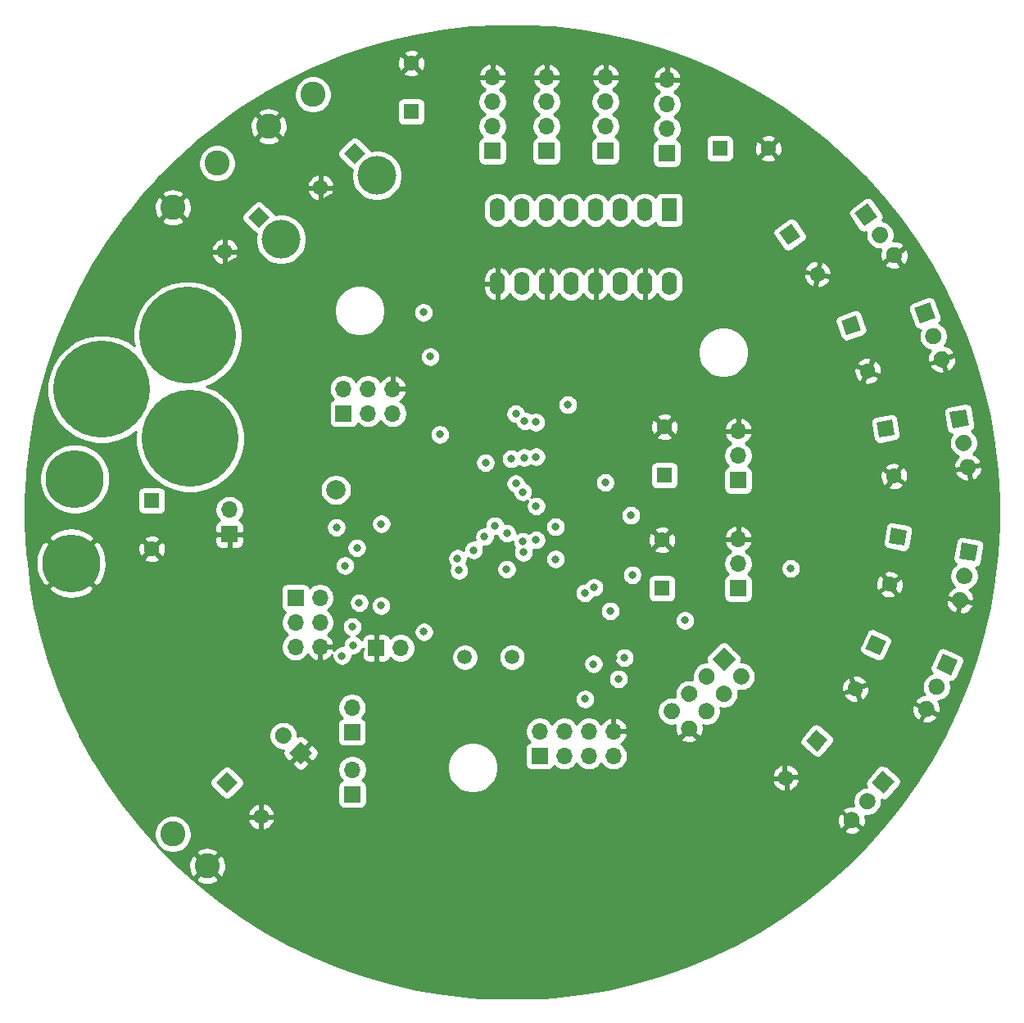
<source format=gbr>
%TF.GenerationSoftware,KiCad,Pcbnew,(5.1.6-0-10_14)*%
%TF.CreationDate,2021-08-28T18:32:45-05:00*%
%TF.ProjectId,atmega2560_led_driver,61746d65-6761-4323-9536-305f6c65645f,rev?*%
%TF.SameCoordinates,Original*%
%TF.FileFunction,Copper,L3,Inr*%
%TF.FilePolarity,Positive*%
%FSLAX46Y46*%
G04 Gerber Fmt 4.6, Leading zero omitted, Abs format (unit mm)*
G04 Created by KiCad (PCBNEW (5.1.6-0-10_14)) date 2021-08-28 18:32:45*
%MOMM*%
%LPD*%
G01*
G04 APERTURE LIST*
%TA.AperFunction,ViaPad*%
%ADD10C,2.600000*%
%TD*%
%TA.AperFunction,ViaPad*%
%ADD11R,1.700000X1.700000*%
%TD*%
%TA.AperFunction,ViaPad*%
%ADD12O,1.700000X1.700000*%
%TD*%
%TA.AperFunction,ViaPad*%
%ADD13C,0.100000*%
%TD*%
%TA.AperFunction,ViaPad*%
%ADD14C,1.500000*%
%TD*%
%TA.AperFunction,ViaPad*%
%ADD15C,1.600000*%
%TD*%
%TA.AperFunction,ViaPad*%
%ADD16R,1.600000X1.600000*%
%TD*%
%TA.AperFunction,ViaPad*%
%ADD17R,1.600000X2.400000*%
%TD*%
%TA.AperFunction,ViaPad*%
%ADD18O,1.600000X2.400000*%
%TD*%
%TA.AperFunction,ViaPad*%
%ADD19C,6.000000*%
%TD*%
%TA.AperFunction,ViaPad*%
%ADD20C,0.800000*%
%TD*%
%TA.AperFunction,ViaPad*%
%ADD21C,2.000000*%
%TD*%
%TA.AperFunction,ViaPad*%
%ADD22C,4.000000*%
%TD*%
%TA.AperFunction,ViaPad*%
%ADD23C,10.000000*%
%TD*%
%TA.AperFunction,Conductor*%
%ADD24C,0.254000*%
%TD*%
G04 APERTURE END LIST*
D10*
%TO.N,+9V*%
%TO.C,J3*%
X119126000Y-138684000D03*
%TD*%
%TO.N,GND*%
%TO.C,J4*%
X122682000Y-141986000D03*
%TD*%
D11*
%TO.N,GND*%
%TO.C,J5*%
X140136000Y-119440000D03*
D12*
%TO.N,/NRST*%
X142676000Y-119440000D03*
%TD*%
D11*
%TO.N,Net-(J8-Pad1)*%
%TO.C,J8*%
X137666000Y-134560000D03*
D12*
%TO.N,+5V*%
X137666000Y-132020000D03*
%TD*%
%TO.N,+5V*%
%TO.C,J9*%
X137636000Y-125610000D03*
D11*
%TO.N,Net-(J9-Pad1)*%
X137636000Y-128150000D03*
%TD*%
D12*
%TO.N,Net-(J12-Pad2)*%
%TO.C,J12*%
X124968000Y-105156000D03*
D11*
%TO.N,GND*%
X124968000Y-107696000D03*
%TD*%
%TA.AperFunction,ViaPad*%
D13*
%TO.N,GND*%
%TO.C,J14*%
G36*
X132334000Y-129099918D02*
G01*
X133536082Y-130302000D01*
X132334000Y-131504082D01*
X131131918Y-130302000D01*
X132334000Y-129099918D01*
G37*
%TD.AperFunction*%
%TO.N,Net-(J14-Pad2)*%
%TA.AperFunction,ViaPad*%
G36*
G01*
X131138990Y-127904908D02*
X131138990Y-127904908D01*
G75*
G02*
X131138990Y-129106990I-601041J-601041D01*
G01*
X131138990Y-129106990D01*
G75*
G02*
X129936908Y-129106990I-601041J601041D01*
G01*
X129936908Y-129106990D01*
G75*
G02*
X129936908Y-127904908I601041J601041D01*
G01*
X129936908Y-127904908D01*
G75*
G02*
X131138990Y-127904908I601041J-601041D01*
G01*
G37*
%TD.AperFunction*%
%TD*%
D12*
%TO.N,GND*%
%TO.C,J15*%
X177546000Y-97028000D03*
%TO.N,/ATMEGA_D12_LED_OUT_1*%
X177546000Y-99568000D03*
D11*
%TO.N,+5V*%
X177546000Y-102108000D03*
%TD*%
%TO.N,+5V*%
%TO.C,J16*%
X177546000Y-113284000D03*
D12*
%TO.N,/ATMEGA_D6_LED_OUT_2*%
X177546000Y-110744000D03*
%TO.N,GND*%
X177546000Y-108204000D03*
%TD*%
%TO.N,GND*%
%TO.C,J17*%
%TA.AperFunction,ViaPad*%
G36*
G01*
X188615501Y-136695137D02*
X188615501Y-136695137D01*
G75*
G02*
X189813008Y-136590368I651138J-546369D01*
G01*
X189813008Y-136590368D01*
G75*
G02*
X189917777Y-137787875I-546369J-651138D01*
G01*
X189917777Y-137787875D01*
G75*
G02*
X188720270Y-137892644I-651138J546369D01*
G01*
X188720270Y-137892644D01*
G75*
G02*
X188615501Y-136695137I546369J651138D01*
G01*
G37*
%TD.AperFunction*%
%TO.N,/ATMEGA_D7_LED_OUT_3*%
%TA.AperFunction,ViaPad*%
G36*
G01*
X190248181Y-134749384D02*
X190248181Y-134749384D01*
G75*
G02*
X191445688Y-134644615I651138J-546369D01*
G01*
X191445688Y-134644615D01*
G75*
G02*
X191550457Y-135842122I-546369J-651138D01*
G01*
X191550457Y-135842122D01*
G75*
G02*
X190352950Y-135946891I-651138J546369D01*
G01*
X190352950Y-135946891D01*
G75*
G02*
X190248181Y-134749384I546369J651138D01*
G01*
G37*
%TD.AperFunction*%
%TA.AperFunction,ViaPad*%
D13*
%TO.N,+5V*%
G36*
X191334493Y-133454768D02*
G01*
X192427232Y-132152493D01*
X193729507Y-133245232D01*
X192636768Y-134547507D01*
X191334493Y-133454768D01*
G37*
%TD.AperFunction*%
%TD*%
%TA.AperFunction,ViaPad*%
%TO.N,+5V*%
%TO.C,J18*%
G36*
X198006413Y-121569136D02*
G01*
X198724864Y-120028413D01*
X200265587Y-120746864D01*
X199547136Y-122287587D01*
X198006413Y-121569136D01*
G37*
%TD.AperFunction*%
%TO.N,/ATMEGA_D8_LED_OUT_4*%
%TA.AperFunction,ViaPad*%
G36*
G01*
X197292188Y-123100796D02*
X197292188Y-123100796D01*
G75*
G02*
X198421776Y-122689660I770362J-359226D01*
G01*
X198421776Y-122689660D01*
G75*
G02*
X198832912Y-123819248I-359226J-770362D01*
G01*
X198832912Y-123819248D01*
G75*
G02*
X197703324Y-124230384I-770362J359226D01*
G01*
X197703324Y-124230384D01*
G75*
G02*
X197292188Y-123100796I359226J770362D01*
G01*
G37*
%TD.AperFunction*%
%TO.N,GND*%
%TA.AperFunction,ViaPad*%
G36*
G01*
X196218737Y-125402818D02*
X196218737Y-125402818D01*
G75*
G02*
X197348325Y-124991682I770362J-359226D01*
G01*
X197348325Y-124991682D01*
G75*
G02*
X197759461Y-126121270I-359226J-770362D01*
G01*
X197759461Y-126121270D01*
G75*
G02*
X196629873Y-126532406I-770362J359226D01*
G01*
X196629873Y-126532406D01*
G75*
G02*
X196218737Y-125402818I359226J770362D01*
G01*
G37*
%TD.AperFunction*%
%TD*%
D10*
%TO.N,+5V*%
%TO.C,J19*%
X133604000Y-62230000D03*
%TD*%
%TO.N,GND*%
%TO.C,J20*%
X129032000Y-65532000D03*
%TD*%
%TO.N,+5V*%
%TO.C,J21*%
X123698000Y-69342000D03*
%TD*%
%TO.N,GND*%
%TO.C,J22*%
X119126000Y-73914000D03*
%TD*%
%TO.N,GND*%
%TO.C,J23*%
%TA.AperFunction,ViaPad*%
G36*
G01*
X199635846Y-114367810D02*
X199635846Y-114367810D01*
G75*
G02*
X200620534Y-113678324I837087J-147601D01*
G01*
X200620534Y-113678324D01*
G75*
G02*
X201310020Y-114663012I-147601J-837087D01*
G01*
X201310020Y-114663012D01*
G75*
G02*
X200325332Y-115352498I-837087J147601D01*
G01*
X200325332Y-115352498D01*
G75*
G02*
X199635846Y-114367810I147601J837087D01*
G01*
G37*
%TD.AperFunction*%
%TO.N,/ATMEGA_D9_LED_OUT_5*%
%TA.AperFunction,ViaPad*%
G36*
G01*
X200076913Y-111866399D02*
X200076913Y-111866399D01*
G75*
G02*
X201061601Y-111176913I837087J-147601D01*
G01*
X201061601Y-111176913D01*
G75*
G02*
X201751087Y-112161601I-147601J-837087D01*
G01*
X201751087Y-112161601D01*
G75*
G02*
X200766399Y-112851087I-837087J147601D01*
G01*
X200766399Y-112851087D01*
G75*
G02*
X200076913Y-111866399I147601J837087D01*
G01*
G37*
%TD.AperFunction*%
%TA.AperFunction,ViaPad*%
D13*
%TO.N,+5V*%
G36*
X200370378Y-110202074D02*
G01*
X200665580Y-108527900D01*
X202339754Y-108823102D01*
X202044552Y-110497276D01*
X200370378Y-110202074D01*
G37*
%TD.AperFunction*%
%TD*%
%TA.AperFunction,ViaPad*%
%TO.N,+5V*%
%TO.C,J24*%
G36*
X199716514Y-96742688D02*
G01*
X199421312Y-95068514D01*
X201095486Y-94773312D01*
X201390688Y-96447486D01*
X199716514Y-96742688D01*
G37*
%TD.AperFunction*%
%TO.N,/ATMEGA_D5_LED_OUT_6*%
%TA.AperFunction,ViaPad*%
G36*
G01*
X200009979Y-98407013D02*
X200009979Y-98407013D01*
G75*
G02*
X200699465Y-97422325I837087J147601D01*
G01*
X200699465Y-97422325D01*
G75*
G02*
X201684153Y-98111811I147601J-837087D01*
G01*
X201684153Y-98111811D01*
G75*
G02*
X200994667Y-99096499I-837087J-147601D01*
G01*
X200994667Y-99096499D01*
G75*
G02*
X200009979Y-98407013I-147601J837087D01*
G01*
G37*
%TD.AperFunction*%
%TO.N,GND*%
%TA.AperFunction,ViaPad*%
G36*
G01*
X200451046Y-100908424D02*
X200451046Y-100908424D01*
G75*
G02*
X201140532Y-99923736I837087J147601D01*
G01*
X201140532Y-99923736D01*
G75*
G02*
X202125220Y-100613222I147601J-837087D01*
G01*
X202125220Y-100613222D01*
G75*
G02*
X201435734Y-101597910I-837087J-147601D01*
G01*
X201435734Y-101597910D01*
G75*
G02*
X200451046Y-100908424I-147601J837087D01*
G01*
G37*
%TD.AperFunction*%
%TD*%
%TO.N,GND*%
%TO.C,J25*%
%TA.AperFunction,ViaPad*%
G36*
G01*
X197788723Y-89900356D02*
X197788723Y-89900356D01*
G75*
G02*
X198296745Y-88810900I798739J290717D01*
G01*
X198296745Y-88810900D01*
G75*
G02*
X199386201Y-89318922I290717J-798739D01*
G01*
X199386201Y-89318922D01*
G75*
G02*
X198878179Y-90408378I-798739J-290717D01*
G01*
X198878179Y-90408378D01*
G75*
G02*
X197788723Y-89900356I-290717J798739D01*
G01*
G37*
%TD.AperFunction*%
%TO.N,/ATMEGA_D4_LED_OUT_7*%
%TA.AperFunction,ViaPad*%
G36*
G01*
X196919992Y-87513536D02*
X196919992Y-87513536D01*
G75*
G02*
X197428014Y-86424080I798739J290717D01*
G01*
X197428014Y-86424080D01*
G75*
G02*
X198517470Y-86932102I290717J-798739D01*
G01*
X198517470Y-86932102D01*
G75*
G02*
X198009448Y-88021558I-798739J-290717D01*
G01*
X198009448Y-88021558D01*
G75*
G02*
X196919992Y-87513536I-290717J798739D01*
G01*
G37*
%TD.AperFunction*%
%TA.AperFunction,ViaPad*%
%TO.N,+5V*%
G36*
X196341978Y-85925456D02*
G01*
X195760544Y-84327978D01*
X197358022Y-83746544D01*
X197939456Y-85344022D01*
X196341978Y-85925456D01*
G37*
%TD.AperFunction*%
%TD*%
%TA.AperFunction,ViaPad*%
%TO.N,+5V*%
%TO.C,J26*%
G36*
X190545261Y-75859819D02*
G01*
X189570181Y-74467261D01*
X190962739Y-73492181D01*
X191937819Y-74884739D01*
X190545261Y-75859819D01*
G37*
%TD.AperFunction*%
%TO.N,/ATMEGA_D13_LED_OUT_8*%
%TA.AperFunction,ViaPad*%
G36*
G01*
X191514605Y-77244186D02*
X191514605Y-77244186D01*
G75*
G02*
X191723344Y-76060367I696279J487540D01*
G01*
X191723344Y-76060367D01*
G75*
G02*
X192907163Y-76269106I487540J-696279D01*
G01*
X192907163Y-76269106D01*
G75*
G02*
X192698424Y-77452925I-696279J-487540D01*
G01*
X192698424Y-77452925D01*
G75*
G02*
X191514605Y-77244186I-487540J696279D01*
G01*
G37*
%TD.AperFunction*%
%TO.N,GND*%
%TA.AperFunction,ViaPad*%
G36*
G01*
X192971489Y-79324832D02*
X192971489Y-79324832D01*
G75*
G02*
X193180228Y-78141013I696279J487540D01*
G01*
X193180228Y-78141013D01*
G75*
G02*
X194364047Y-78349752I487540J-696279D01*
G01*
X194364047Y-78349752D01*
G75*
G02*
X194155308Y-79533571I-696279J-487540D01*
G01*
X194155308Y-79533571D01*
G75*
G02*
X192971489Y-79324832I-487540J696279D01*
G01*
G37*
%TD.AperFunction*%
%TD*%
D14*
%TO.N,/XTAL1_HI*%
%TO.C,Y1*%
X154178000Y-120396000D03*
%TO.N,/XTAL2_HI*%
X149298000Y-120396000D03*
%TD*%
D15*
%TO.N,GND*%
%TO.C,C1*%
X180656000Y-67810000D03*
D16*
%TO.N,+9V*%
X175656000Y-67810000D03*
%TD*%
D15*
%TO.N,GND*%
%TO.C,C2*%
X143764000Y-59008000D03*
D16*
%TO.N,+9V*%
X143764000Y-64008000D03*
%TD*%
%TO.N,+5V*%
%TO.C,C3*%
X116936000Y-104220000D03*
D15*
%TO.N,GND*%
X116936000Y-109220000D03*
%TD*%
%TO.N,GND*%
%TO.C,C4*%
X128249534Y-136885534D03*
%TA.AperFunction,ViaPad*%
D13*
%TO.N,+9V*%
G36*
X123582629Y-133350000D02*
G01*
X124714000Y-132218629D01*
X125845371Y-133350000D01*
X124714000Y-134481371D01*
X123582629Y-133350000D01*
G37*
%TD.AperFunction*%
%TD*%
D16*
%TO.N,+5V*%
%TO.C,C14*%
X169926000Y-101600000D03*
D15*
%TO.N,GND*%
X169926000Y-96600000D03*
%TD*%
%TO.N,GND*%
%TO.C,C15*%
X169672000Y-108284000D03*
D16*
%TO.N,+5V*%
X169672000Y-113284000D03*
%TD*%
%TA.AperFunction,ViaPad*%
D13*
%TO.N,+5V*%
%TO.C,C16*%
G36*
X185575395Y-127904934D02*
G01*
X186801066Y-128933395D01*
X185772605Y-130159066D01*
X184546934Y-129130605D01*
X185575395Y-127904934D01*
G37*
%TD.AperFunction*%
D15*
%TO.N,GND*%
X182460062Y-132862222D03*
%TD*%
%TO.N,GND*%
%TO.C,C17*%
X189656909Y-123657539D03*
%TA.AperFunction,ViaPad*%
D13*
%TO.N,+5V*%
G36*
X191383048Y-118062859D02*
G01*
X192833141Y-118739048D01*
X192156952Y-120189141D01*
X190706859Y-119512952D01*
X191383048Y-118062859D01*
G37*
%TD.AperFunction*%
%TD*%
%TA.AperFunction,ViaPad*%
%TO.N,+5V*%
%TO.C,C18*%
G36*
X137922000Y-67194629D02*
G01*
X139053371Y-68326000D01*
X137922000Y-69457371D01*
X136790629Y-68326000D01*
X137922000Y-67194629D01*
G37*
%TD.AperFunction*%
D15*
%TO.N,GND*%
X134386466Y-71861534D03*
%TD*%
%TA.AperFunction,ViaPad*%
D13*
%TO.N,+5V*%
%TO.C,C19*%
G36*
X128016000Y-73798629D02*
G01*
X129147371Y-74930000D01*
X128016000Y-76061371D01*
X126884629Y-74930000D01*
X128016000Y-73798629D01*
G37*
%TD.AperFunction*%
D15*
%TO.N,GND*%
X124480466Y-78465534D03*
%TD*%
%TO.N,GND*%
%TO.C,C20*%
X193187759Y-112874039D03*
%TA.AperFunction,ViaPad*%
D13*
%TO.N,+5V*%
G36*
X193407072Y-107023235D02*
G01*
X194982765Y-107301072D01*
X194704928Y-108876765D01*
X193129235Y-108598928D01*
X193407072Y-107023235D01*
G37*
%TD.AperFunction*%
%TD*%
%TA.AperFunction,ViaPad*%
%TO.N,+5V*%
%TO.C,C21*%
G36*
X191859235Y-96125072D02*
G01*
X193434928Y-95847235D01*
X193712765Y-97422928D01*
X192137072Y-97700765D01*
X191859235Y-96125072D01*
G37*
%TD.AperFunction*%
D15*
%TO.N,GND*%
X193654241Y-101698039D03*
%TD*%
%TA.AperFunction,ViaPad*%
D13*
%TO.N,+5V*%
%TO.C,C22*%
G36*
X188204630Y-85627862D02*
G01*
X189708138Y-85080630D01*
X190255370Y-86584138D01*
X188751862Y-87131370D01*
X188204630Y-85627862D01*
G37*
%TD.AperFunction*%
D15*
%TO.N,GND*%
X190940101Y-90804463D03*
%TD*%
%TO.N,GND*%
%TO.C,C23*%
X185747882Y-80803760D03*
%TA.AperFunction,ViaPad*%
D13*
%TO.N,+5V*%
G36*
X181765817Y-76511540D02*
G01*
X183076460Y-75593817D01*
X183994183Y-76904460D01*
X182683540Y-77822183D01*
X181765817Y-76511540D01*
G37*
%TD.AperFunction*%
%TD*%
D11*
%TO.N,/ATMEGA_MISO*%
%TO.C,J7*%
X131786000Y-114260000D03*
D12*
%TO.N,+5V*%
X134326000Y-114260000D03*
%TO.N,/ATMEGA_SCK*%
X131786000Y-116800000D03*
%TO.N,/ATMEGA_MOSI*%
X134326000Y-116800000D03*
%TO.N,/NRST*%
X131786000Y-119340000D03*
%TO.N,GND*%
X134326000Y-119340000D03*
%TD*%
D11*
%TO.N,+5V*%
%TO.C,J10*%
X157036000Y-130610000D03*
D12*
%TO.N,/ATMEGA_D21_INT0*%
X157036000Y-128070000D03*
%TO.N,/ATMEGA_D3_INT5*%
X159576000Y-130610000D03*
%TO.N,/ATMEGA_D20_INT1*%
X159576000Y-128070000D03*
%TO.N,/ATMEGA_D2_INT4*%
X162116000Y-130610000D03*
%TO.N,/ATMEGA_D19_INT2*%
X162116000Y-128070000D03*
%TO.N,/ATMEGA_D18_INT3*%
X164656000Y-130610000D03*
%TO.N,GND*%
X164656000Y-128070000D03*
%TD*%
%TO.N,GND*%
%TO.C,J11*%
%TA.AperFunction,ViaPad*%
G36*
G01*
X171882857Y-127183164D02*
X171882857Y-127183164D01*
G75*
G02*
X173084939Y-127183164I601041J-601041D01*
G01*
X173084939Y-127183164D01*
G75*
G02*
X173084939Y-128385246I-601041J-601041D01*
G01*
X173084939Y-128385246D01*
G75*
G02*
X171882857Y-128385246I-601041J601041D01*
G01*
X171882857Y-128385246D01*
G75*
G02*
X171882857Y-127183164I601041J601041D01*
G01*
G37*
%TD.AperFunction*%
%TO.N,/ATMEGA_D37_GPIO*%
%TA.AperFunction,ViaPad*%
G36*
G01*
X170086805Y-125387113D02*
X170086805Y-125387113D01*
G75*
G02*
X171288887Y-125387113I601041J-601041D01*
G01*
X171288887Y-125387113D01*
G75*
G02*
X171288887Y-126589195I-601041J-601041D01*
G01*
X171288887Y-126589195D01*
G75*
G02*
X170086805Y-126589195I-601041J601041D01*
G01*
X170086805Y-126589195D01*
G75*
G02*
X170086805Y-125387113I601041J601041D01*
G01*
G37*
%TD.AperFunction*%
%TO.N,/ATMEGA_D45_GPIO*%
%TA.AperFunction,ViaPad*%
G36*
G01*
X173678908Y-125387113D02*
X173678908Y-125387113D01*
G75*
G02*
X174880990Y-125387113I601041J-601041D01*
G01*
X174880990Y-125387113D01*
G75*
G02*
X174880990Y-126589195I-601041J-601041D01*
G01*
X174880990Y-126589195D01*
G75*
G02*
X173678908Y-126589195I-601041J601041D01*
G01*
X173678908Y-126589195D01*
G75*
G02*
X173678908Y-125387113I601041J601041D01*
G01*
G37*
%TD.AperFunction*%
%TO.N,/ATMEGA_D36_GPIO*%
%TA.AperFunction,ViaPad*%
G36*
G01*
X171882857Y-123591061D02*
X171882857Y-123591061D01*
G75*
G02*
X173084939Y-123591061I601041J-601041D01*
G01*
X173084939Y-123591061D01*
G75*
G02*
X173084939Y-124793143I-601041J-601041D01*
G01*
X173084939Y-124793143D01*
G75*
G02*
X171882857Y-124793143I-601041J601041D01*
G01*
X171882857Y-124793143D01*
G75*
G02*
X171882857Y-123591061I601041J601041D01*
G01*
G37*
%TD.AperFunction*%
%TO.N,/ATMEGA_D46_GPIO*%
%TA.AperFunction,ViaPad*%
G36*
G01*
X175474959Y-123591061D02*
X175474959Y-123591061D01*
G75*
G02*
X176677041Y-123591061I601041J-601041D01*
G01*
X176677041Y-123591061D01*
G75*
G02*
X176677041Y-124793143I-601041J-601041D01*
G01*
X176677041Y-124793143D01*
G75*
G02*
X175474959Y-124793143I-601041J601041D01*
G01*
X175474959Y-124793143D01*
G75*
G02*
X175474959Y-123591061I601041J601041D01*
G01*
G37*
%TD.AperFunction*%
%TO.N,/ATMEGA_D35_GPIO*%
%TA.AperFunction,ViaPad*%
G36*
G01*
X173678908Y-121795010D02*
X173678908Y-121795010D01*
G75*
G02*
X174880990Y-121795010I601041J-601041D01*
G01*
X174880990Y-121795010D01*
G75*
G02*
X174880990Y-122997092I-601041J-601041D01*
G01*
X174880990Y-122997092D01*
G75*
G02*
X173678908Y-122997092I-601041J601041D01*
G01*
X173678908Y-122997092D01*
G75*
G02*
X173678908Y-121795010I601041J601041D01*
G01*
G37*
%TD.AperFunction*%
%TO.N,/ATMEGA_D44_GPIO*%
%TA.AperFunction,ViaPad*%
G36*
G01*
X177271010Y-121795010D02*
X177271010Y-121795010D01*
G75*
G02*
X178473092Y-121795010I601041J-601041D01*
G01*
X178473092Y-121795010D01*
G75*
G02*
X178473092Y-122997092I-601041J-601041D01*
G01*
X178473092Y-122997092D01*
G75*
G02*
X177271010Y-122997092I-601041J601041D01*
G01*
X177271010Y-122997092D01*
G75*
G02*
X177271010Y-121795010I601041J601041D01*
G01*
G37*
%TD.AperFunction*%
%TA.AperFunction,ViaPad*%
D13*
%TO.N,/ATMEGA_D34_GPIO*%
G36*
X174873918Y-120600000D02*
G01*
X176076000Y-119397918D01*
X177278082Y-120600000D01*
X176076000Y-121802082D01*
X174873918Y-120600000D01*
G37*
%TD.AperFunction*%
%TD*%
D12*
%TO.N,GND*%
%TO.C,J13*%
X141846000Y-92660000D03*
%TO.N,/ATMEGA_D0_RX0*%
X141846000Y-95200000D03*
%TO.N,/NRST*%
X139306000Y-92660000D03*
%TO.N,/ATMEGA_D1_TX0*%
X139306000Y-95200000D03*
%TO.N,/ATMEGA_NSS*%
X136766000Y-92660000D03*
D11*
%TO.N,+5V*%
X136766000Y-95200000D03*
%TD*%
D17*
%TO.N,/OPTO_INT3_P*%
%TO.C,J6*%
X170434000Y-74168000D03*
D18*
%TO.N,GND*%
X152654000Y-81788000D03*
%TO.N,/OPTO_INT3_N*%
X167894000Y-74168000D03*
%TO.N,/ATMEGA_D21_INT0*%
X155194000Y-81788000D03*
%TO.N,/OPTO_INT2_P*%
X165354000Y-74168000D03*
%TO.N,GND*%
X157734000Y-81788000D03*
%TO.N,/OPTO_INT2_N*%
X162814000Y-74168000D03*
%TO.N,/ATMEGA_D20_INT1*%
X160274000Y-81788000D03*
%TO.N,/OPTO_INT1_P*%
X160274000Y-74168000D03*
%TO.N,GND*%
X162814000Y-81788000D03*
%TO.N,/OPTO_INT1_N*%
X157734000Y-74168000D03*
%TO.N,/ATMEGA_D19_INT2*%
X165354000Y-81788000D03*
%TO.N,/OPTO_INT0_P*%
X155194000Y-74168000D03*
%TO.N,GND*%
X167894000Y-81788000D03*
%TO.N,/OPTO_INT0_N*%
X152654000Y-74168000D03*
%TO.N,/ATMEGA_D18_INT3*%
X170434000Y-81788000D03*
%TD*%
D19*
%TO.N,GND*%
%TO.C,J2*%
X108606000Y-110690000D03*
%TD*%
%TO.N,+5V*%
%TO.C,J1*%
X108986000Y-101970000D03*
%TD*%
D11*
%TO.N,/OPTO_INT0_N*%
%TO.C,J27*%
X152146000Y-68072000D03*
D12*
%TO.N,/OPTO_INT0_P*%
X152146000Y-65532000D03*
%TO.N,+9V*%
X152146000Y-62992000D03*
%TO.N,GND*%
X152146000Y-60452000D03*
%TD*%
D11*
%TO.N,/OPTO_INT1_N*%
%TO.C,J28*%
X157734000Y-68072000D03*
D12*
%TO.N,/OPTO_INT1_P*%
X157734000Y-65532000D03*
%TO.N,+9V*%
X157734000Y-62992000D03*
%TO.N,GND*%
X157734000Y-60452000D03*
%TD*%
%TO.N,GND*%
%TO.C,J29*%
X163830000Y-60452000D03*
%TO.N,+9V*%
X163830000Y-62992000D03*
%TO.N,/OPTO_INT2_P*%
X163830000Y-65532000D03*
D11*
%TO.N,/OPTO_INT2_N*%
X163830000Y-68072000D03*
%TD*%
D12*
%TO.N,GND*%
%TO.C,J30*%
X170180000Y-60706000D03*
%TO.N,+9V*%
X170180000Y-63246000D03*
%TO.N,/OPTO_INT3_P*%
X170180000Y-65786000D03*
D11*
%TO.N,/OPTO_INT3_N*%
X170180000Y-68326000D03*
%TD*%
D20*
%TO.N,GND*%
X149136000Y-68600000D03*
X160606000Y-116190000D03*
%TO.N,+5V*%
X159946000Y-94300000D03*
X166456000Y-105740000D03*
%TO.N,GND*%
X166446000Y-103740000D03*
X158006000Y-94380000D03*
X154606000Y-117870000D03*
X162556000Y-122670000D03*
X168516000Y-120440000D03*
X164656000Y-120460000D03*
X140676000Y-116750000D03*
X148066000Y-93870000D03*
X149066000Y-117860000D03*
X144426000Y-101330000D03*
D21*
X146126000Y-58952000D03*
D20*
X148066000Y-104440000D03*
D22*
X136144000Y-74422000D03*
X126238000Y-81026000D03*
D23*
X120650000Y-125730000D03*
X121412000Y-115062000D03*
X111760000Y-119634000D03*
D20*
X140446000Y-125600000D03*
X140316000Y-132140000D03*
%TO.N,+5V*%
X164316000Y-115630000D03*
X165796000Y-120440000D03*
X162586000Y-121110000D03*
X140636000Y-115080000D03*
X145066000Y-117790000D03*
X146716000Y-97370000D03*
D21*
X135976000Y-103110000D03*
D22*
X140208000Y-70612000D03*
X130302000Y-77216000D03*
D23*
X120650000Y-87122000D03*
X111760000Y-92710000D03*
X120904000Y-97790000D03*
D20*
%TO.N,/ATMEGA_D12_LED_OUT_1*%
X148538702Y-110190000D03*
X163806000Y-102340000D03*
X150216000Y-109330000D03*
%TO.N,/ATMEGA_D6_LED_OUT_2*%
X153636000Y-107580000D03*
%TO.N,/ATMEGA_D7_LED_OUT_3*%
X152386000Y-106820000D03*
X172046000Y-116600000D03*
%TO.N,/ATMEGA_D8_LED_OUT_4*%
X151336000Y-107950000D03*
X166600979Y-111895021D03*
%TO.N,/ATMEGA_D9_LED_OUT_5*%
X153626000Y-111313002D03*
X182986000Y-111230000D03*
%TO.N,/ATMEGA_D13_LED_OUT_8*%
X148696000Y-111440000D03*
X145026000Y-84770000D03*
X145716000Y-89340000D03*
X151426000Y-100290000D03*
%TO.N,/ATMEGA_D11_GRN_LED*%
X136606000Y-120250000D03*
X138386000Y-114780000D03*
%TO.N,/ATMEGA_D10_RED_LED*%
X137746000Y-119150000D03*
X137656000Y-117250000D03*
%TO.N,/ATMEGA_SCK*%
X136026000Y-106990000D03*
X140656000Y-106630000D03*
%TO.N,/ATMEGA_MOSI*%
X136926000Y-110940000D03*
X138136000Y-109100000D03*
%TO.N,/ATMEGA_D21_INT0*%
X155356000Y-109560000D03*
X154562500Y-102453500D03*
X154106000Y-99890000D03*
X154562500Y-95233500D03*
%TO.N,/ATMEGA_D20_INT1*%
X155287501Y-108418499D03*
X155486000Y-95970000D03*
X155287501Y-103318499D03*
X155436000Y-99770000D03*
%TO.N,/ATMEGA_D19_INT2*%
X156666000Y-108280000D03*
X156636000Y-96100000D03*
X156666000Y-104780000D03*
X156666000Y-99690000D03*
%TO.N,/ATMEGA_D18_INT3*%
X158676000Y-110270000D03*
X158676000Y-106920000D03*
%TO.N,/ATMEGA_D2_INT4*%
X165166000Y-122640000D03*
X162646000Y-113200000D03*
%TO.N,/ATMEGA_D3_INT5*%
X161726000Y-124730000D03*
X161696000Y-113750000D03*
%TD*%
D24*
%TO.N,GND*%
G36*
X158404924Y-55297679D02*
G01*
X161208094Y-55613521D01*
X163989146Y-56086040D01*
X166739327Y-56713752D01*
X169449986Y-57494679D01*
X172112594Y-58426366D01*
X174718773Y-59505880D01*
X177260323Y-60729826D01*
X179729248Y-62094353D01*
X182117779Y-63595166D01*
X184418401Y-65227545D01*
X186623875Y-66986352D01*
X188727263Y-68866054D01*
X190721946Y-70860737D01*
X192601648Y-72964125D01*
X194360455Y-75169599D01*
X195992834Y-77470221D01*
X197493647Y-79858752D01*
X198858174Y-82327677D01*
X200082120Y-84869227D01*
X201161634Y-87475406D01*
X202093321Y-90138014D01*
X202874248Y-92848673D01*
X203501960Y-95598854D01*
X203974479Y-98379906D01*
X204290321Y-101183076D01*
X204448490Y-103999546D01*
X204448490Y-106820454D01*
X204290321Y-109636924D01*
X203974479Y-112440094D01*
X203501960Y-115221146D01*
X202874248Y-117971327D01*
X202093321Y-120681986D01*
X201161634Y-123344594D01*
X200082120Y-125950773D01*
X198858174Y-128492323D01*
X197493647Y-130961248D01*
X195992834Y-133349779D01*
X194360455Y-135650401D01*
X192601648Y-137855875D01*
X190721946Y-139959263D01*
X188727263Y-141953946D01*
X186623875Y-143833648D01*
X184418401Y-145592455D01*
X182117779Y-147224834D01*
X179729248Y-148725647D01*
X177260323Y-150090174D01*
X174718773Y-151314120D01*
X172112594Y-152393634D01*
X169449986Y-153325321D01*
X166739327Y-154106248D01*
X163989146Y-154733960D01*
X161208094Y-155206479D01*
X158404924Y-155522321D01*
X157466884Y-155575000D01*
X150889116Y-155575000D01*
X149951076Y-155522321D01*
X147147906Y-155206479D01*
X144366854Y-154733960D01*
X141616673Y-154106248D01*
X138906014Y-153325321D01*
X136243406Y-152393634D01*
X133637227Y-151314120D01*
X131095677Y-150090174D01*
X128626752Y-148725647D01*
X126238221Y-147224834D01*
X123937599Y-145592455D01*
X121732125Y-143833648D01*
X121174389Y-143335224D01*
X121512381Y-143335224D01*
X121644317Y-143630312D01*
X121985045Y-143801159D01*
X122352557Y-143902250D01*
X122732729Y-143929701D01*
X123110951Y-143882457D01*
X123472690Y-143762333D01*
X123719683Y-143630312D01*
X123851619Y-143335224D01*
X122682000Y-142165605D01*
X121512381Y-143335224D01*
X121174389Y-143335224D01*
X119721372Y-142036729D01*
X120738299Y-142036729D01*
X120785543Y-142414951D01*
X120905667Y-142776690D01*
X121037688Y-143023683D01*
X121332776Y-143155619D01*
X122502395Y-141986000D01*
X122861605Y-141986000D01*
X124031224Y-143155619D01*
X124326312Y-143023683D01*
X124497159Y-142682955D01*
X124598250Y-142315443D01*
X124625701Y-141935271D01*
X124578457Y-141557049D01*
X124458333Y-141195310D01*
X124326312Y-140948317D01*
X124031224Y-140816381D01*
X122861605Y-141986000D01*
X122502395Y-141986000D01*
X121332776Y-140816381D01*
X121037688Y-140948317D01*
X120866841Y-141289045D01*
X120765750Y-141656557D01*
X120738299Y-142036729D01*
X119721372Y-142036729D01*
X119628737Y-141953946D01*
X118311567Y-140636776D01*
X121512381Y-140636776D01*
X122682000Y-141806395D01*
X123851619Y-140636776D01*
X123719683Y-140341688D01*
X123378955Y-140170841D01*
X123011443Y-140069750D01*
X122631271Y-140042299D01*
X122253049Y-140089543D01*
X121891310Y-140209667D01*
X121644317Y-140341688D01*
X121512381Y-140636776D01*
X118311567Y-140636776D01*
X117634054Y-139959263D01*
X116324097Y-138493419D01*
X117191000Y-138493419D01*
X117191000Y-138874581D01*
X117265361Y-139248419D01*
X117411225Y-139600566D01*
X117622987Y-139917491D01*
X117892509Y-140187013D01*
X118209434Y-140398775D01*
X118561581Y-140544639D01*
X118935419Y-140619000D01*
X119316581Y-140619000D01*
X119690419Y-140544639D01*
X120042566Y-140398775D01*
X120359491Y-140187013D01*
X120629013Y-139917491D01*
X120840775Y-139600566D01*
X120986639Y-139248419D01*
X121061000Y-138874581D01*
X121061000Y-138493419D01*
X121029477Y-138334942D01*
X188514924Y-138334942D01*
X188613467Y-138575150D01*
X188886199Y-138676951D01*
X189173550Y-138723590D01*
X189464480Y-138713272D01*
X189747806Y-138646396D01*
X190012640Y-138525530D01*
X190141469Y-138441463D01*
X190196302Y-138187373D01*
X189282293Y-137420428D01*
X188514924Y-138334942D01*
X121029477Y-138334942D01*
X120986639Y-138119581D01*
X120840775Y-137767434D01*
X120629013Y-137450509D01*
X120414167Y-137235663D01*
X126850746Y-137235663D01*
X126945930Y-137501825D01*
X127091211Y-137744304D01*
X127281006Y-137953781D01*
X127508021Y-138122205D01*
X127763532Y-138243105D01*
X127899405Y-138284322D01*
X128122534Y-138162427D01*
X128122534Y-137012534D01*
X128376534Y-137012534D01*
X128376534Y-138162427D01*
X128599663Y-138284322D01*
X128865825Y-138189138D01*
X129108304Y-138043857D01*
X129317781Y-137854062D01*
X129486205Y-137627047D01*
X129607105Y-137371536D01*
X129628125Y-137302241D01*
X187782877Y-137302241D01*
X187823236Y-137590541D01*
X187919064Y-137865429D01*
X188066679Y-138116339D01*
X188320348Y-138171674D01*
X189087717Y-137257160D01*
X188173708Y-136490214D01*
X187933000Y-136588337D01*
X187872580Y-136729806D01*
X187799539Y-137011606D01*
X187782877Y-137302241D01*
X129628125Y-137302241D01*
X129648322Y-137235663D01*
X129526427Y-137012534D01*
X128376534Y-137012534D01*
X128122534Y-137012534D01*
X126972641Y-137012534D01*
X126850746Y-137235663D01*
X120414167Y-137235663D01*
X120359491Y-137180987D01*
X120042566Y-136969225D01*
X119690419Y-136823361D01*
X119316581Y-136749000D01*
X118935419Y-136749000D01*
X118561581Y-136823361D01*
X118209434Y-136969225D01*
X117892509Y-137180987D01*
X117622987Y-137450509D01*
X117411225Y-137767434D01*
X117265361Y-138119581D01*
X117191000Y-138493419D01*
X116324097Y-138493419D01*
X115754352Y-137855875D01*
X114701313Y-136535405D01*
X126850746Y-136535405D01*
X126972641Y-136758534D01*
X128122534Y-136758534D01*
X128122534Y-135608641D01*
X128376534Y-135608641D01*
X128376534Y-136758534D01*
X129526427Y-136758534D01*
X129648322Y-136535405D01*
X129562578Y-136295639D01*
X188336976Y-136295639D01*
X189250985Y-137062584D01*
X189263841Y-137047263D01*
X189458416Y-137210532D01*
X189445561Y-137225852D01*
X190359570Y-137992798D01*
X190600278Y-137894675D01*
X190660698Y-137753206D01*
X190733739Y-137471406D01*
X190750401Y-137180771D01*
X190710042Y-136892471D01*
X190664989Y-136763235D01*
X190753059Y-136780753D01*
X191045579Y-136780753D01*
X191332477Y-136723685D01*
X191602730Y-136611743D01*
X191845951Y-136449228D01*
X192052794Y-136242385D01*
X192215309Y-135999164D01*
X192327251Y-135728911D01*
X192384319Y-135442013D01*
X192384319Y-135149493D01*
X192380120Y-135128385D01*
X192444896Y-135156047D01*
X192567303Y-135181786D01*
X192692379Y-135183151D01*
X192815319Y-135160088D01*
X192931397Y-135113484D01*
X193036152Y-135045130D01*
X193125559Y-134957652D01*
X194218298Y-133655377D01*
X194288922Y-133552138D01*
X194338047Y-133437104D01*
X194363786Y-133314697D01*
X194365151Y-133189621D01*
X194342088Y-133066681D01*
X194295484Y-132950603D01*
X194227130Y-132845848D01*
X194139652Y-132756441D01*
X192837377Y-131663702D01*
X192734138Y-131593078D01*
X192619104Y-131543953D01*
X192496697Y-131518214D01*
X192371621Y-131516849D01*
X192248681Y-131539912D01*
X192132603Y-131586516D01*
X192027848Y-131654870D01*
X191938441Y-131742348D01*
X190845702Y-133044623D01*
X190775078Y-133147862D01*
X190725953Y-133262896D01*
X190700214Y-133385303D01*
X190698849Y-133510379D01*
X190721912Y-133633319D01*
X190768516Y-133749397D01*
X190808552Y-133810753D01*
X190753059Y-133810753D01*
X190466161Y-133867821D01*
X190195908Y-133979763D01*
X189952687Y-134142278D01*
X189745844Y-134349121D01*
X189583329Y-134592342D01*
X189471387Y-134862595D01*
X189414319Y-135149493D01*
X189414319Y-135442013D01*
X189471387Y-135728911D01*
X189492984Y-135781050D01*
X189359728Y-135759422D01*
X189068798Y-135769740D01*
X188785472Y-135836616D01*
X188520638Y-135957482D01*
X188391809Y-136041549D01*
X188336976Y-136295639D01*
X129562578Y-136295639D01*
X129553138Y-136269243D01*
X129407857Y-136026764D01*
X129218062Y-135817287D01*
X128991047Y-135648863D01*
X128735536Y-135527963D01*
X128599663Y-135486746D01*
X128376534Y-135608641D01*
X128122534Y-135608641D01*
X127899405Y-135486746D01*
X127633243Y-135581930D01*
X127390764Y-135727211D01*
X127181287Y-135917006D01*
X127012863Y-136144021D01*
X126891963Y-136399532D01*
X126850746Y-136535405D01*
X114701313Y-136535405D01*
X113995545Y-135650401D01*
X112363323Y-133350000D01*
X122944557Y-133350000D01*
X122956817Y-133474482D01*
X122993127Y-133594180D01*
X123052092Y-133704494D01*
X123131444Y-133801185D01*
X124262815Y-134932556D01*
X124359506Y-135011908D01*
X124469820Y-135070873D01*
X124589518Y-135107183D01*
X124714000Y-135119443D01*
X124838482Y-135107183D01*
X124958180Y-135070873D01*
X125068494Y-135011908D01*
X125165185Y-134932556D01*
X126296556Y-133801185D01*
X126371389Y-133710000D01*
X136177928Y-133710000D01*
X136177928Y-135410000D01*
X136190188Y-135534482D01*
X136226498Y-135654180D01*
X136285463Y-135764494D01*
X136364815Y-135861185D01*
X136461506Y-135940537D01*
X136571820Y-135999502D01*
X136691518Y-136035812D01*
X136816000Y-136048072D01*
X138516000Y-136048072D01*
X138640482Y-136035812D01*
X138760180Y-135999502D01*
X138870494Y-135940537D01*
X138967185Y-135861185D01*
X139046537Y-135764494D01*
X139105502Y-135654180D01*
X139141812Y-135534482D01*
X139154072Y-135410000D01*
X139154072Y-133710000D01*
X139141812Y-133585518D01*
X139105502Y-133465820D01*
X139046537Y-133355506D01*
X138967185Y-133258815D01*
X138870494Y-133179463D01*
X138760180Y-133120498D01*
X138687620Y-133098487D01*
X138819475Y-132966632D01*
X138981990Y-132723411D01*
X139093932Y-132453158D01*
X139151000Y-132166260D01*
X139151000Y-131873740D01*
X139093932Y-131586842D01*
X139085496Y-131566475D01*
X147479000Y-131566475D01*
X147479000Y-132085525D01*
X147580261Y-132594601D01*
X147778893Y-133074141D01*
X148067262Y-133505715D01*
X148434285Y-133872738D01*
X148865859Y-134161107D01*
X149345399Y-134359739D01*
X149854475Y-134461000D01*
X150373525Y-134461000D01*
X150882601Y-134359739D01*
X151362141Y-134161107D01*
X151793715Y-133872738D01*
X152160738Y-133505715D01*
X152276188Y-133332931D01*
X181097113Y-133332931D01*
X181215132Y-133589784D01*
X181380994Y-133818679D01*
X181588323Y-134010817D01*
X181829154Y-134158814D01*
X182094229Y-134256985D01*
X182233178Y-134286203D01*
X182444834Y-134145325D01*
X182344614Y-132999808D01*
X181199097Y-133100027D01*
X181097113Y-133332931D01*
X152276188Y-133332931D01*
X152449107Y-133074141D01*
X152489066Y-132977670D01*
X182597648Y-132977670D01*
X182697867Y-134123187D01*
X182930771Y-134225171D01*
X183187624Y-134107152D01*
X183416519Y-133941290D01*
X183608657Y-133733961D01*
X183756654Y-133493130D01*
X183854825Y-133228055D01*
X183884043Y-133089106D01*
X183743165Y-132877450D01*
X182597648Y-132977670D01*
X152489066Y-132977670D01*
X152630865Y-132635338D01*
X181036081Y-132635338D01*
X181176959Y-132846994D01*
X182322476Y-132746774D01*
X182222257Y-131601257D01*
X182171700Y-131579119D01*
X182475290Y-131579119D01*
X182575510Y-132724636D01*
X183721027Y-132624417D01*
X183823011Y-132391513D01*
X183704992Y-132134660D01*
X183539130Y-131905765D01*
X183331801Y-131713627D01*
X183090970Y-131565630D01*
X182825895Y-131467459D01*
X182686946Y-131438241D01*
X182475290Y-131579119D01*
X182171700Y-131579119D01*
X181989353Y-131499273D01*
X181732500Y-131617292D01*
X181503605Y-131783154D01*
X181311467Y-131990483D01*
X181163470Y-132231314D01*
X181065299Y-132496389D01*
X181036081Y-132635338D01*
X152630865Y-132635338D01*
X152647739Y-132594601D01*
X152749000Y-132085525D01*
X152749000Y-131566475D01*
X152647739Y-131057399D01*
X152449107Y-130577859D01*
X152160738Y-130146285D01*
X151793715Y-129779262D01*
X151764888Y-129760000D01*
X155547928Y-129760000D01*
X155547928Y-131460000D01*
X155560188Y-131584482D01*
X155596498Y-131704180D01*
X155655463Y-131814494D01*
X155734815Y-131911185D01*
X155831506Y-131990537D01*
X155941820Y-132049502D01*
X156061518Y-132085812D01*
X156186000Y-132098072D01*
X157886000Y-132098072D01*
X158010482Y-132085812D01*
X158130180Y-132049502D01*
X158240494Y-131990537D01*
X158337185Y-131911185D01*
X158416537Y-131814494D01*
X158475502Y-131704180D01*
X158497513Y-131631620D01*
X158629368Y-131763475D01*
X158872589Y-131925990D01*
X159142842Y-132037932D01*
X159429740Y-132095000D01*
X159722260Y-132095000D01*
X160009158Y-132037932D01*
X160279411Y-131925990D01*
X160522632Y-131763475D01*
X160729475Y-131556632D01*
X160846000Y-131382240D01*
X160962525Y-131556632D01*
X161169368Y-131763475D01*
X161412589Y-131925990D01*
X161682842Y-132037932D01*
X161969740Y-132095000D01*
X162262260Y-132095000D01*
X162549158Y-132037932D01*
X162819411Y-131925990D01*
X163062632Y-131763475D01*
X163269475Y-131556632D01*
X163386000Y-131382240D01*
X163502525Y-131556632D01*
X163709368Y-131763475D01*
X163952589Y-131925990D01*
X164222842Y-132037932D01*
X164509740Y-132095000D01*
X164802260Y-132095000D01*
X165089158Y-132037932D01*
X165359411Y-131925990D01*
X165602632Y-131763475D01*
X165809475Y-131556632D01*
X165971990Y-131313411D01*
X166083932Y-131043158D01*
X166141000Y-130756260D01*
X166141000Y-130463740D01*
X166083932Y-130176842D01*
X165971990Y-129906589D01*
X165809475Y-129663368D01*
X165602632Y-129456525D01*
X165426594Y-129338900D01*
X165656269Y-129167588D01*
X165851178Y-128951355D01*
X165936591Y-128807964D01*
X171639744Y-128807964D01*
X171716977Y-129055846D01*
X171979798Y-129181030D01*
X172261992Y-129252536D01*
X172552713Y-129267614D01*
X172840790Y-129225685D01*
X172952054Y-129186216D01*
X183911290Y-129186216D01*
X183934353Y-129309156D01*
X183980957Y-129425234D01*
X184049311Y-129529989D01*
X184136789Y-129619396D01*
X185362460Y-130647857D01*
X185465699Y-130718481D01*
X185580733Y-130767606D01*
X185703140Y-130793345D01*
X185828216Y-130794710D01*
X185951156Y-130771647D01*
X186067234Y-130725043D01*
X186171989Y-130656689D01*
X186261396Y-130569211D01*
X187289857Y-129343540D01*
X187360481Y-129240301D01*
X187409606Y-129125267D01*
X187435345Y-129002860D01*
X187436710Y-128877784D01*
X187413647Y-128754844D01*
X187367043Y-128638766D01*
X187298689Y-128534011D01*
X187211211Y-128444604D01*
X185985540Y-127416143D01*
X185882301Y-127345519D01*
X185767267Y-127296394D01*
X185644860Y-127270655D01*
X185519784Y-127269290D01*
X185396844Y-127292353D01*
X185280766Y-127338957D01*
X185176011Y-127407311D01*
X185086604Y-127494789D01*
X184058143Y-128720460D01*
X183987519Y-128823699D01*
X183938394Y-128938733D01*
X183912655Y-129061140D01*
X183911290Y-129186216D01*
X172952054Y-129186216D01*
X173115151Y-129128361D01*
X173250816Y-129055842D01*
X173327586Y-128807498D01*
X172483898Y-127963810D01*
X171639744Y-128807964D01*
X165936591Y-128807964D01*
X166000157Y-128701252D01*
X166097481Y-128426891D01*
X165976814Y-128197000D01*
X164783000Y-128197000D01*
X164783000Y-128217000D01*
X164529000Y-128217000D01*
X164529000Y-128197000D01*
X164509000Y-128197000D01*
X164509000Y-127943000D01*
X164529000Y-127943000D01*
X164529000Y-126749845D01*
X164783000Y-126749845D01*
X164783000Y-127943000D01*
X165976814Y-127943000D01*
X166097481Y-127713109D01*
X166000157Y-127438748D01*
X165851178Y-127188645D01*
X165656269Y-126972412D01*
X165422920Y-126798359D01*
X165160099Y-126673175D01*
X165012890Y-126628524D01*
X164783000Y-126749845D01*
X164529000Y-126749845D01*
X164299110Y-126628524D01*
X164151901Y-126673175D01*
X163889080Y-126798359D01*
X163655731Y-126972412D01*
X163460822Y-127188645D01*
X163391195Y-127305534D01*
X163269475Y-127123368D01*
X163062632Y-126916525D01*
X162819411Y-126754010D01*
X162549158Y-126642068D01*
X162262260Y-126585000D01*
X161969740Y-126585000D01*
X161682842Y-126642068D01*
X161412589Y-126754010D01*
X161169368Y-126916525D01*
X160962525Y-127123368D01*
X160846000Y-127297760D01*
X160729475Y-127123368D01*
X160522632Y-126916525D01*
X160279411Y-126754010D01*
X160009158Y-126642068D01*
X159722260Y-126585000D01*
X159429740Y-126585000D01*
X159142842Y-126642068D01*
X158872589Y-126754010D01*
X158629368Y-126916525D01*
X158422525Y-127123368D01*
X158306000Y-127297760D01*
X158189475Y-127123368D01*
X157982632Y-126916525D01*
X157739411Y-126754010D01*
X157469158Y-126642068D01*
X157182260Y-126585000D01*
X156889740Y-126585000D01*
X156602842Y-126642068D01*
X156332589Y-126754010D01*
X156089368Y-126916525D01*
X155882525Y-127123368D01*
X155720010Y-127366589D01*
X155608068Y-127636842D01*
X155551000Y-127923740D01*
X155551000Y-128216260D01*
X155608068Y-128503158D01*
X155720010Y-128773411D01*
X155882525Y-129016632D01*
X156014380Y-129148487D01*
X155941820Y-129170498D01*
X155831506Y-129229463D01*
X155734815Y-129308815D01*
X155655463Y-129405506D01*
X155596498Y-129515820D01*
X155560188Y-129635518D01*
X155547928Y-129760000D01*
X151764888Y-129760000D01*
X151362141Y-129490893D01*
X150882601Y-129292261D01*
X150373525Y-129191000D01*
X149854475Y-129191000D01*
X149345399Y-129292261D01*
X148865859Y-129490893D01*
X148434285Y-129779262D01*
X148067262Y-130146285D01*
X147778893Y-130577859D01*
X147580261Y-131057399D01*
X147479000Y-131566475D01*
X139085496Y-131566475D01*
X138981990Y-131316589D01*
X138819475Y-131073368D01*
X138612632Y-130866525D01*
X138369411Y-130704010D01*
X138099158Y-130592068D01*
X137812260Y-130535000D01*
X137519740Y-130535000D01*
X137232842Y-130592068D01*
X136962589Y-130704010D01*
X136719368Y-130866525D01*
X136512525Y-131073368D01*
X136350010Y-131316589D01*
X136238068Y-131586842D01*
X136181000Y-131873740D01*
X136181000Y-132166260D01*
X136238068Y-132453158D01*
X136350010Y-132723411D01*
X136512525Y-132966632D01*
X136644380Y-133098487D01*
X136571820Y-133120498D01*
X136461506Y-133179463D01*
X136364815Y-133258815D01*
X136285463Y-133355506D01*
X136226498Y-133465820D01*
X136190188Y-133585518D01*
X136177928Y-133710000D01*
X126371389Y-133710000D01*
X126375908Y-133704494D01*
X126434873Y-133594180D01*
X126471183Y-133474482D01*
X126483443Y-133350000D01*
X126471183Y-133225518D01*
X126434873Y-133105820D01*
X126375908Y-132995506D01*
X126296556Y-132898815D01*
X125165185Y-131767444D01*
X125068494Y-131688092D01*
X124958180Y-131629127D01*
X124838482Y-131592817D01*
X124714000Y-131580557D01*
X124589518Y-131592817D01*
X124469820Y-131629127D01*
X124359506Y-131688092D01*
X124262815Y-131767444D01*
X123131444Y-132898815D01*
X123052092Y-132995506D01*
X122993127Y-133105820D01*
X122956817Y-133225518D01*
X122944557Y-133350000D01*
X112363323Y-133350000D01*
X112363166Y-133349779D01*
X111093806Y-131329603D01*
X131486002Y-131329603D01*
X131486002Y-131554109D01*
X131882815Y-131955267D01*
X131979506Y-132034620D01*
X132089820Y-132093584D01*
X132209519Y-132129893D01*
X132334000Y-132142153D01*
X132458481Y-132129893D01*
X132578180Y-132093584D01*
X132688494Y-132034620D01*
X132785185Y-131955267D01*
X133181998Y-131554109D01*
X133181998Y-131329603D01*
X132334000Y-130481605D01*
X131486002Y-131329603D01*
X111093806Y-131329603D01*
X110862353Y-130961248D01*
X109497826Y-128492323D01*
X109433953Y-128359689D01*
X129052949Y-128359689D01*
X129052949Y-128652209D01*
X129110017Y-128939107D01*
X129221959Y-129209360D01*
X129384474Y-129452581D01*
X129591317Y-129659424D01*
X129834538Y-129821939D01*
X130104791Y-129933881D01*
X130391689Y-129990949D01*
X130578159Y-129990949D01*
X130542416Y-130057820D01*
X130506107Y-130177519D01*
X130493847Y-130302000D01*
X130506107Y-130426481D01*
X130542416Y-130546180D01*
X130601380Y-130656494D01*
X130680733Y-130753185D01*
X131081891Y-131149998D01*
X131306397Y-131149998D01*
X132154395Y-130302000D01*
X132513605Y-130302000D01*
X133361603Y-131149998D01*
X133586109Y-131149998D01*
X133987267Y-130753185D01*
X134066620Y-130656494D01*
X134125584Y-130546180D01*
X134161893Y-130426481D01*
X134174153Y-130302000D01*
X134161893Y-130177519D01*
X134125584Y-130057820D01*
X134066620Y-129947506D01*
X133987267Y-129850815D01*
X133586109Y-129454002D01*
X133361603Y-129454002D01*
X132513605Y-130302000D01*
X132154395Y-130302000D01*
X132140253Y-130287858D01*
X132319858Y-130108253D01*
X132334000Y-130122395D01*
X133181998Y-129274397D01*
X133181998Y-129049891D01*
X132785185Y-128648733D01*
X132688494Y-128569380D01*
X132578180Y-128510416D01*
X132458481Y-128474107D01*
X132334000Y-128461847D01*
X132209519Y-128474107D01*
X132089820Y-128510416D01*
X132022949Y-128546159D01*
X132022949Y-128359689D01*
X131965881Y-128072791D01*
X131853939Y-127802538D01*
X131691424Y-127559317D01*
X131484581Y-127352474D01*
X131406049Y-127300000D01*
X136147928Y-127300000D01*
X136147928Y-129000000D01*
X136160188Y-129124482D01*
X136196498Y-129244180D01*
X136255463Y-129354494D01*
X136334815Y-129451185D01*
X136431506Y-129530537D01*
X136541820Y-129589502D01*
X136661518Y-129625812D01*
X136786000Y-129638072D01*
X138486000Y-129638072D01*
X138610482Y-129625812D01*
X138730180Y-129589502D01*
X138840494Y-129530537D01*
X138937185Y-129451185D01*
X139016537Y-129354494D01*
X139075502Y-129244180D01*
X139111812Y-129124482D01*
X139124072Y-129000000D01*
X139124072Y-127300000D01*
X139111812Y-127175518D01*
X139075502Y-127055820D01*
X139016537Y-126945506D01*
X138937185Y-126848815D01*
X138840494Y-126769463D01*
X138730180Y-126710498D01*
X138657620Y-126688487D01*
X138789475Y-126556632D01*
X138951990Y-126313411D01*
X139063932Y-126043158D01*
X139103966Y-125841894D01*
X169202846Y-125841894D01*
X169202846Y-126134414D01*
X169259914Y-126421312D01*
X169371856Y-126691565D01*
X169534371Y-126934786D01*
X169741214Y-127141629D01*
X169984435Y-127304144D01*
X170254688Y-127416086D01*
X170541586Y-127473154D01*
X170834106Y-127473154D01*
X171041758Y-127431849D01*
X171000489Y-127715390D01*
X171015567Y-128006111D01*
X171087073Y-128288305D01*
X171212257Y-128551126D01*
X171460139Y-128628359D01*
X172304293Y-127784205D01*
X172290151Y-127770063D01*
X172469756Y-127590458D01*
X172483898Y-127604600D01*
X172498041Y-127590458D01*
X172677646Y-127770063D01*
X172663503Y-127784205D01*
X173507191Y-128627893D01*
X173755535Y-128551123D01*
X173828054Y-128415458D01*
X173925378Y-128141097D01*
X173967307Y-127853020D01*
X173952229Y-127562299D01*
X173918810Y-127430412D01*
X174133689Y-127473154D01*
X174426209Y-127473154D01*
X174713107Y-127416086D01*
X174983360Y-127304144D01*
X175226581Y-127141629D01*
X175355429Y-127012781D01*
X196546000Y-127012781D01*
X196703356Y-127219298D01*
X196993142Y-127247043D01*
X197282774Y-127217720D01*
X197561120Y-127132456D01*
X197817483Y-126994528D01*
X198042011Y-126809237D01*
X198144692Y-126694690D01*
X198131893Y-126435067D01*
X197050528Y-125930818D01*
X196546000Y-127012781D01*
X175355429Y-127012781D01*
X175433424Y-126934786D01*
X175595939Y-126691565D01*
X175707881Y-126421312D01*
X175764949Y-126134414D01*
X175764949Y-125841894D01*
X175724030Y-125636183D01*
X175929740Y-125677102D01*
X176222260Y-125677102D01*
X176466149Y-125628589D01*
X195510104Y-125628589D01*
X195512486Y-125919691D01*
X195571615Y-126204735D01*
X195685216Y-126472766D01*
X195848925Y-126713485D01*
X196056450Y-126917641D01*
X196315798Y-126905435D01*
X196820325Y-125823473D01*
X195738960Y-125319223D01*
X195531850Y-125476302D01*
X195510104Y-125628589D01*
X176466149Y-125628589D01*
X176509158Y-125620034D01*
X176779411Y-125508092D01*
X177022632Y-125345577D01*
X177229475Y-125138734D01*
X177391990Y-124895513D01*
X177503932Y-124625260D01*
X177535816Y-124464966D01*
X188462229Y-124464966D01*
X188642706Y-124682522D01*
X188862158Y-124860689D01*
X189112152Y-124992619D01*
X189383081Y-125073242D01*
X189664533Y-125099461D01*
X189806309Y-125091721D01*
X189974291Y-124900862D01*
X189581005Y-123820317D01*
X188500459Y-124213603D01*
X188462229Y-124464966D01*
X177535816Y-124464966D01*
X177561000Y-124338362D01*
X177561000Y-124045842D01*
X177520082Y-123840133D01*
X177725791Y-123881051D01*
X178018311Y-123881051D01*
X178305209Y-123823983D01*
X178575462Y-123712041D01*
X178645619Y-123665163D01*
X188214987Y-123665163D01*
X188222727Y-123806939D01*
X188413586Y-123974921D01*
X189077041Y-123733443D01*
X189819687Y-123733443D01*
X190212973Y-124813989D01*
X190464336Y-124852219D01*
X190491845Y-124829398D01*
X195833506Y-124829398D01*
X195846305Y-125089021D01*
X196927670Y-125593270D01*
X196936122Y-125575144D01*
X197166325Y-125682489D01*
X197157873Y-125700615D01*
X198239238Y-126204865D01*
X198446348Y-126047786D01*
X198468094Y-125895499D01*
X198465712Y-125604397D01*
X198406583Y-125319353D01*
X198292982Y-125051322D01*
X198219274Y-124942941D01*
X198495708Y-124887954D01*
X198765961Y-124776012D01*
X199009182Y-124613497D01*
X199216025Y-124406654D01*
X199378540Y-124163433D01*
X199490482Y-123893180D01*
X199547550Y-123606282D01*
X199547550Y-123313762D01*
X199490482Y-123026864D01*
X199443848Y-122914279D01*
X199519304Y-122925052D01*
X199644202Y-122918233D01*
X199765369Y-122887179D01*
X199878151Y-122833082D01*
X199978211Y-122758023D01*
X200061706Y-122664885D01*
X200125426Y-122557248D01*
X200843877Y-121016525D01*
X200885373Y-120898525D01*
X200903052Y-120774696D01*
X200896233Y-120649798D01*
X200865179Y-120528631D01*
X200811082Y-120415849D01*
X200736023Y-120315789D01*
X200642885Y-120232294D01*
X200535248Y-120168574D01*
X198994525Y-119450123D01*
X198876525Y-119408627D01*
X198752696Y-119390948D01*
X198627798Y-119397767D01*
X198506631Y-119428821D01*
X198393849Y-119482918D01*
X198293789Y-119557977D01*
X198210294Y-119651115D01*
X198146574Y-119758752D01*
X197428123Y-121299475D01*
X197386627Y-121417475D01*
X197368948Y-121541304D01*
X197375767Y-121666202D01*
X197406821Y-121787369D01*
X197460918Y-121900151D01*
X197535977Y-122000211D01*
X197589821Y-122048481D01*
X197359139Y-122144032D01*
X197115918Y-122306547D01*
X196909075Y-122513390D01*
X196746560Y-122756611D01*
X196634618Y-123026864D01*
X196577550Y-123313762D01*
X196577550Y-123606282D01*
X196634618Y-123893180D01*
X196746560Y-124163433D01*
X196832775Y-124292462D01*
X196695424Y-124306368D01*
X196417078Y-124391632D01*
X196160715Y-124529560D01*
X195936187Y-124714851D01*
X195833506Y-124829398D01*
X190491845Y-124829398D01*
X190681892Y-124671742D01*
X190860059Y-124452290D01*
X190991989Y-124202296D01*
X191072612Y-123931367D01*
X191098831Y-123649915D01*
X191091091Y-123508139D01*
X190900232Y-123340157D01*
X189819687Y-123733443D01*
X189077041Y-123733443D01*
X189494131Y-123581635D01*
X189100845Y-122501089D01*
X188849482Y-122462859D01*
X188631926Y-122643336D01*
X188453759Y-122862788D01*
X188321829Y-123112782D01*
X188241206Y-123383711D01*
X188214987Y-123665163D01*
X178645619Y-123665163D01*
X178818683Y-123549526D01*
X179025526Y-123342683D01*
X179188041Y-123099462D01*
X179299983Y-122829209D01*
X179357051Y-122542311D01*
X179357051Y-122414216D01*
X189339527Y-122414216D01*
X189732813Y-123494761D01*
X190813359Y-123101475D01*
X190851589Y-122850112D01*
X190671112Y-122632556D01*
X190451660Y-122454389D01*
X190201666Y-122322459D01*
X189930737Y-122241836D01*
X189649285Y-122215617D01*
X189507509Y-122223357D01*
X189339527Y-122414216D01*
X179357051Y-122414216D01*
X179357051Y-122249791D01*
X179299983Y-121962893D01*
X179188041Y-121692640D01*
X179025526Y-121449419D01*
X178818683Y-121242576D01*
X178575462Y-121080061D01*
X178305209Y-120968119D01*
X178018311Y-120911051D01*
X177831840Y-120911051D01*
X177867584Y-120844180D01*
X177903894Y-120724482D01*
X177916154Y-120600000D01*
X177903894Y-120475518D01*
X177867584Y-120355820D01*
X177808619Y-120245506D01*
X177729267Y-120148815D01*
X177065572Y-119485120D01*
X190069394Y-119485120D01*
X190076213Y-119610018D01*
X190107268Y-119731186D01*
X190161364Y-119843967D01*
X190236423Y-119944027D01*
X190329561Y-120027522D01*
X190437198Y-120091242D01*
X191887291Y-120767431D01*
X192005291Y-120808927D01*
X192129120Y-120826606D01*
X192254018Y-120819787D01*
X192375186Y-120788732D01*
X192487967Y-120734636D01*
X192588027Y-120659577D01*
X192671522Y-120566439D01*
X192735242Y-120458802D01*
X193411431Y-119008709D01*
X193452927Y-118890709D01*
X193470606Y-118766880D01*
X193463787Y-118641982D01*
X193432732Y-118520814D01*
X193378636Y-118408033D01*
X193303577Y-118307973D01*
X193210439Y-118224478D01*
X193102802Y-118160758D01*
X191652709Y-117484569D01*
X191534709Y-117443073D01*
X191410880Y-117425394D01*
X191285982Y-117432213D01*
X191164814Y-117463268D01*
X191052033Y-117517364D01*
X190951973Y-117592423D01*
X190868478Y-117685561D01*
X190804758Y-117793198D01*
X190128569Y-119243291D01*
X190087073Y-119361291D01*
X190069394Y-119485120D01*
X177065572Y-119485120D01*
X176527185Y-118946733D01*
X176430494Y-118867381D01*
X176320180Y-118808416D01*
X176200482Y-118772106D01*
X176076000Y-118759846D01*
X175951518Y-118772106D01*
X175831820Y-118808416D01*
X175721506Y-118867381D01*
X175624815Y-118946733D01*
X174422733Y-120148815D01*
X174343381Y-120245506D01*
X174284416Y-120355820D01*
X174248106Y-120475518D01*
X174235846Y-120600000D01*
X174248106Y-120724482D01*
X174284416Y-120844180D01*
X174320160Y-120911051D01*
X174133689Y-120911051D01*
X173846791Y-120968119D01*
X173576538Y-121080061D01*
X173333317Y-121242576D01*
X173126474Y-121449419D01*
X172963959Y-121692640D01*
X172852017Y-121962893D01*
X172794949Y-122249791D01*
X172794949Y-122542311D01*
X172835867Y-122748020D01*
X172630158Y-122707102D01*
X172337638Y-122707102D01*
X172050740Y-122764170D01*
X171780487Y-122876112D01*
X171537266Y-123038627D01*
X171330423Y-123245470D01*
X171167908Y-123488691D01*
X171055966Y-123758944D01*
X170998898Y-124045842D01*
X170998898Y-124338362D01*
X171039817Y-124544073D01*
X170834106Y-124503154D01*
X170541586Y-124503154D01*
X170254688Y-124560222D01*
X169984435Y-124672164D01*
X169741214Y-124834679D01*
X169534371Y-125041522D01*
X169371856Y-125284743D01*
X169259914Y-125554996D01*
X169202846Y-125841894D01*
X139103966Y-125841894D01*
X139121000Y-125756260D01*
X139121000Y-125463740D01*
X139063932Y-125176842D01*
X138951990Y-124906589D01*
X138789475Y-124663368D01*
X138754168Y-124628061D01*
X160691000Y-124628061D01*
X160691000Y-124831939D01*
X160730774Y-125031898D01*
X160808795Y-125220256D01*
X160922063Y-125389774D01*
X161066226Y-125533937D01*
X161235744Y-125647205D01*
X161424102Y-125725226D01*
X161624061Y-125765000D01*
X161827939Y-125765000D01*
X162027898Y-125725226D01*
X162216256Y-125647205D01*
X162385774Y-125533937D01*
X162529937Y-125389774D01*
X162643205Y-125220256D01*
X162721226Y-125031898D01*
X162761000Y-124831939D01*
X162761000Y-124628061D01*
X162721226Y-124428102D01*
X162643205Y-124239744D01*
X162529937Y-124070226D01*
X162385774Y-123926063D01*
X162216256Y-123812795D01*
X162027898Y-123734774D01*
X161827939Y-123695000D01*
X161624061Y-123695000D01*
X161424102Y-123734774D01*
X161235744Y-123812795D01*
X161066226Y-123926063D01*
X160922063Y-124070226D01*
X160808795Y-124239744D01*
X160730774Y-124428102D01*
X160691000Y-124628061D01*
X138754168Y-124628061D01*
X138582632Y-124456525D01*
X138339411Y-124294010D01*
X138069158Y-124182068D01*
X137782260Y-124125000D01*
X137489740Y-124125000D01*
X137202842Y-124182068D01*
X136932589Y-124294010D01*
X136689368Y-124456525D01*
X136482525Y-124663368D01*
X136320010Y-124906589D01*
X136208068Y-125176842D01*
X136151000Y-125463740D01*
X136151000Y-125756260D01*
X136208068Y-126043158D01*
X136320010Y-126313411D01*
X136482525Y-126556632D01*
X136614380Y-126688487D01*
X136541820Y-126710498D01*
X136431506Y-126769463D01*
X136334815Y-126848815D01*
X136255463Y-126945506D01*
X136196498Y-127055820D01*
X136160188Y-127175518D01*
X136147928Y-127300000D01*
X131406049Y-127300000D01*
X131241360Y-127189959D01*
X130971107Y-127078017D01*
X130684209Y-127020949D01*
X130391689Y-127020949D01*
X130104791Y-127078017D01*
X129834538Y-127189959D01*
X129591317Y-127352474D01*
X129384474Y-127559317D01*
X129221959Y-127802538D01*
X129110017Y-128072791D01*
X129052949Y-128359689D01*
X109433953Y-128359689D01*
X108273880Y-125950773D01*
X107194366Y-123344594D01*
X106912148Y-122538061D01*
X164131000Y-122538061D01*
X164131000Y-122741939D01*
X164170774Y-122941898D01*
X164248795Y-123130256D01*
X164362063Y-123299774D01*
X164506226Y-123443937D01*
X164675744Y-123557205D01*
X164864102Y-123635226D01*
X165064061Y-123675000D01*
X165267939Y-123675000D01*
X165467898Y-123635226D01*
X165656256Y-123557205D01*
X165825774Y-123443937D01*
X165969937Y-123299774D01*
X166083205Y-123130256D01*
X166161226Y-122941898D01*
X166201000Y-122741939D01*
X166201000Y-122538061D01*
X166161226Y-122338102D01*
X166083205Y-122149744D01*
X165969937Y-121980226D01*
X165825774Y-121836063D01*
X165656256Y-121722795D01*
X165467898Y-121644774D01*
X165267939Y-121605000D01*
X165064061Y-121605000D01*
X164864102Y-121644774D01*
X164675744Y-121722795D01*
X164506226Y-121836063D01*
X164362063Y-121980226D01*
X164248795Y-122149744D01*
X164170774Y-122338102D01*
X164131000Y-122538061D01*
X106912148Y-122538061D01*
X106262679Y-120681986D01*
X105481752Y-117971327D01*
X104854040Y-115221146D01*
X104518907Y-113248686D01*
X106226919Y-113248686D01*
X106563106Y-113717868D01*
X107193068Y-114058237D01*
X107877327Y-114269166D01*
X108589589Y-114342550D01*
X109302482Y-114275569D01*
X109988609Y-114070796D01*
X110621603Y-113736102D01*
X110648894Y-113717868D01*
X110869493Y-113410000D01*
X130297928Y-113410000D01*
X130297928Y-115110000D01*
X130310188Y-115234482D01*
X130346498Y-115354180D01*
X130405463Y-115464494D01*
X130484815Y-115561185D01*
X130581506Y-115640537D01*
X130691820Y-115699502D01*
X130764380Y-115721513D01*
X130632525Y-115853368D01*
X130470010Y-116096589D01*
X130358068Y-116366842D01*
X130301000Y-116653740D01*
X130301000Y-116946260D01*
X130358068Y-117233158D01*
X130470010Y-117503411D01*
X130632525Y-117746632D01*
X130839368Y-117953475D01*
X131013760Y-118070000D01*
X130839368Y-118186525D01*
X130632525Y-118393368D01*
X130470010Y-118636589D01*
X130358068Y-118906842D01*
X130301000Y-119193740D01*
X130301000Y-119486260D01*
X130358068Y-119773158D01*
X130470010Y-120043411D01*
X130632525Y-120286632D01*
X130839368Y-120493475D01*
X131082589Y-120655990D01*
X131352842Y-120767932D01*
X131639740Y-120825000D01*
X131932260Y-120825000D01*
X132219158Y-120767932D01*
X132489411Y-120655990D01*
X132732632Y-120493475D01*
X132939475Y-120286632D01*
X133057100Y-120110594D01*
X133228412Y-120340269D01*
X133444645Y-120535178D01*
X133694748Y-120684157D01*
X133969109Y-120781481D01*
X134199000Y-120660814D01*
X134199000Y-119467000D01*
X134453000Y-119467000D01*
X134453000Y-120660814D01*
X134682891Y-120781481D01*
X134957252Y-120684157D01*
X135207355Y-120535178D01*
X135423588Y-120340269D01*
X135572471Y-120140665D01*
X135571000Y-120148061D01*
X135571000Y-120351939D01*
X135610774Y-120551898D01*
X135688795Y-120740256D01*
X135802063Y-120909774D01*
X135946226Y-121053937D01*
X136115744Y-121167205D01*
X136304102Y-121245226D01*
X136504061Y-121285000D01*
X136707939Y-121285000D01*
X136907898Y-121245226D01*
X137096256Y-121167205D01*
X137265774Y-121053937D01*
X137409937Y-120909774D01*
X137523205Y-120740256D01*
X137601226Y-120551898D01*
X137641000Y-120351939D01*
X137641000Y-120184391D01*
X137644061Y-120185000D01*
X137847939Y-120185000D01*
X138047898Y-120145226D01*
X138236256Y-120067205D01*
X138405774Y-119953937D01*
X138549937Y-119809774D01*
X138663205Y-119640256D01*
X138693548Y-119567002D01*
X138809748Y-119567002D01*
X138651000Y-119725750D01*
X138647928Y-120290000D01*
X138660188Y-120414482D01*
X138696498Y-120534180D01*
X138755463Y-120644494D01*
X138834815Y-120741185D01*
X138931506Y-120820537D01*
X139041820Y-120879502D01*
X139161518Y-120915812D01*
X139286000Y-120928072D01*
X139850250Y-120925000D01*
X140009000Y-120766250D01*
X140009000Y-119567000D01*
X139989000Y-119567000D01*
X139989000Y-119313000D01*
X140009000Y-119313000D01*
X140009000Y-118113750D01*
X140263000Y-118113750D01*
X140263000Y-119313000D01*
X140283000Y-119313000D01*
X140283000Y-119567000D01*
X140263000Y-119567000D01*
X140263000Y-120766250D01*
X140421750Y-120925000D01*
X140986000Y-120928072D01*
X141110482Y-120915812D01*
X141230180Y-120879502D01*
X141340494Y-120820537D01*
X141437185Y-120741185D01*
X141516537Y-120644494D01*
X141575502Y-120534180D01*
X141597513Y-120461620D01*
X141729368Y-120593475D01*
X141972589Y-120755990D01*
X142242842Y-120867932D01*
X142529740Y-120925000D01*
X142822260Y-120925000D01*
X143109158Y-120867932D01*
X143379411Y-120755990D01*
X143622632Y-120593475D01*
X143829475Y-120386632D01*
X143914362Y-120259589D01*
X147913000Y-120259589D01*
X147913000Y-120532411D01*
X147966225Y-120799989D01*
X148070629Y-121052043D01*
X148222201Y-121278886D01*
X148415114Y-121471799D01*
X148641957Y-121623371D01*
X148894011Y-121727775D01*
X149161589Y-121781000D01*
X149434411Y-121781000D01*
X149701989Y-121727775D01*
X149954043Y-121623371D01*
X150180886Y-121471799D01*
X150373799Y-121278886D01*
X150525371Y-121052043D01*
X150629775Y-120799989D01*
X150683000Y-120532411D01*
X150683000Y-120259589D01*
X152793000Y-120259589D01*
X152793000Y-120532411D01*
X152846225Y-120799989D01*
X152950629Y-121052043D01*
X153102201Y-121278886D01*
X153295114Y-121471799D01*
X153521957Y-121623371D01*
X153774011Y-121727775D01*
X154041589Y-121781000D01*
X154314411Y-121781000D01*
X154581989Y-121727775D01*
X154834043Y-121623371D01*
X155060886Y-121471799D01*
X155253799Y-121278886D01*
X155405371Y-121052043D01*
X155423588Y-121008061D01*
X161551000Y-121008061D01*
X161551000Y-121211939D01*
X161590774Y-121411898D01*
X161668795Y-121600256D01*
X161782063Y-121769774D01*
X161926226Y-121913937D01*
X162095744Y-122027205D01*
X162284102Y-122105226D01*
X162484061Y-122145000D01*
X162687939Y-122145000D01*
X162887898Y-122105226D01*
X163076256Y-122027205D01*
X163245774Y-121913937D01*
X163389937Y-121769774D01*
X163503205Y-121600256D01*
X163581226Y-121411898D01*
X163621000Y-121211939D01*
X163621000Y-121008061D01*
X163581226Y-120808102D01*
X163503205Y-120619744D01*
X163389937Y-120450226D01*
X163277772Y-120338061D01*
X164761000Y-120338061D01*
X164761000Y-120541939D01*
X164800774Y-120741898D01*
X164878795Y-120930256D01*
X164992063Y-121099774D01*
X165136226Y-121243937D01*
X165305744Y-121357205D01*
X165494102Y-121435226D01*
X165694061Y-121475000D01*
X165897939Y-121475000D01*
X166097898Y-121435226D01*
X166286256Y-121357205D01*
X166455774Y-121243937D01*
X166599937Y-121099774D01*
X166713205Y-120930256D01*
X166791226Y-120741898D01*
X166831000Y-120541939D01*
X166831000Y-120338061D01*
X166791226Y-120138102D01*
X166713205Y-119949744D01*
X166599937Y-119780226D01*
X166455774Y-119636063D01*
X166286256Y-119522795D01*
X166097898Y-119444774D01*
X165897939Y-119405000D01*
X165694061Y-119405000D01*
X165494102Y-119444774D01*
X165305744Y-119522795D01*
X165136226Y-119636063D01*
X164992063Y-119780226D01*
X164878795Y-119949744D01*
X164800774Y-120138102D01*
X164761000Y-120338061D01*
X163277772Y-120338061D01*
X163245774Y-120306063D01*
X163076256Y-120192795D01*
X162887898Y-120114774D01*
X162687939Y-120075000D01*
X162484061Y-120075000D01*
X162284102Y-120114774D01*
X162095744Y-120192795D01*
X161926226Y-120306063D01*
X161782063Y-120450226D01*
X161668795Y-120619744D01*
X161590774Y-120808102D01*
X161551000Y-121008061D01*
X155423588Y-121008061D01*
X155509775Y-120799989D01*
X155563000Y-120532411D01*
X155563000Y-120259589D01*
X155509775Y-119992011D01*
X155405371Y-119739957D01*
X155253799Y-119513114D01*
X155060886Y-119320201D01*
X154834043Y-119168629D01*
X154581989Y-119064225D01*
X154314411Y-119011000D01*
X154041589Y-119011000D01*
X153774011Y-119064225D01*
X153521957Y-119168629D01*
X153295114Y-119320201D01*
X153102201Y-119513114D01*
X152950629Y-119739957D01*
X152846225Y-119992011D01*
X152793000Y-120259589D01*
X150683000Y-120259589D01*
X150629775Y-119992011D01*
X150525371Y-119739957D01*
X150373799Y-119513114D01*
X150180886Y-119320201D01*
X149954043Y-119168629D01*
X149701989Y-119064225D01*
X149434411Y-119011000D01*
X149161589Y-119011000D01*
X148894011Y-119064225D01*
X148641957Y-119168629D01*
X148415114Y-119320201D01*
X148222201Y-119513114D01*
X148070629Y-119739957D01*
X147966225Y-119992011D01*
X147913000Y-120259589D01*
X143914362Y-120259589D01*
X143991990Y-120143411D01*
X144103932Y-119873158D01*
X144161000Y-119586260D01*
X144161000Y-119293740D01*
X144103932Y-119006842D01*
X143991990Y-118736589D01*
X143829475Y-118493368D01*
X143622632Y-118286525D01*
X143379411Y-118124010D01*
X143109158Y-118012068D01*
X142822260Y-117955000D01*
X142529740Y-117955000D01*
X142242842Y-118012068D01*
X141972589Y-118124010D01*
X141729368Y-118286525D01*
X141597513Y-118418380D01*
X141575502Y-118345820D01*
X141516537Y-118235506D01*
X141437185Y-118138815D01*
X141340494Y-118059463D01*
X141230180Y-118000498D01*
X141110482Y-117964188D01*
X140986000Y-117951928D01*
X140421750Y-117955000D01*
X140263000Y-118113750D01*
X140009000Y-118113750D01*
X139850250Y-117955000D01*
X139286000Y-117951928D01*
X139161518Y-117964188D01*
X139041820Y-118000498D01*
X138931506Y-118059463D01*
X138834815Y-118138815D01*
X138755463Y-118235506D01*
X138696498Y-118345820D01*
X138660188Y-118465518D01*
X138647928Y-118590000D01*
X138648185Y-118637265D01*
X138549937Y-118490226D01*
X138405774Y-118346063D01*
X138236256Y-118232795D01*
X138112082Y-118181360D01*
X138146256Y-118167205D01*
X138315774Y-118053937D01*
X138459937Y-117909774D01*
X138573205Y-117740256D01*
X138594825Y-117688061D01*
X144031000Y-117688061D01*
X144031000Y-117891939D01*
X144070774Y-118091898D01*
X144148795Y-118280256D01*
X144262063Y-118449774D01*
X144406226Y-118593937D01*
X144575744Y-118707205D01*
X144764102Y-118785226D01*
X144964061Y-118825000D01*
X145167939Y-118825000D01*
X145367898Y-118785226D01*
X145556256Y-118707205D01*
X145725774Y-118593937D01*
X145869937Y-118449774D01*
X145983205Y-118280256D01*
X146061226Y-118091898D01*
X146101000Y-117891939D01*
X146101000Y-117688061D01*
X146061226Y-117488102D01*
X145983205Y-117299744D01*
X145869937Y-117130226D01*
X145725774Y-116986063D01*
X145556256Y-116872795D01*
X145367898Y-116794774D01*
X145167939Y-116755000D01*
X144964061Y-116755000D01*
X144764102Y-116794774D01*
X144575744Y-116872795D01*
X144406226Y-116986063D01*
X144262063Y-117130226D01*
X144148795Y-117299744D01*
X144070774Y-117488102D01*
X144031000Y-117688061D01*
X138594825Y-117688061D01*
X138651226Y-117551898D01*
X138691000Y-117351939D01*
X138691000Y-117148061D01*
X138651226Y-116948102D01*
X138573205Y-116759744D01*
X138459937Y-116590226D01*
X138315774Y-116446063D01*
X138146256Y-116332795D01*
X137957898Y-116254774D01*
X137757939Y-116215000D01*
X137554061Y-116215000D01*
X137354102Y-116254774D01*
X137165744Y-116332795D01*
X136996226Y-116446063D01*
X136852063Y-116590226D01*
X136738795Y-116759744D01*
X136660774Y-116948102D01*
X136621000Y-117148061D01*
X136621000Y-117351939D01*
X136660774Y-117551898D01*
X136738795Y-117740256D01*
X136852063Y-117909774D01*
X136996226Y-118053937D01*
X137165744Y-118167205D01*
X137289918Y-118218640D01*
X137255744Y-118232795D01*
X137086226Y-118346063D01*
X136942063Y-118490226D01*
X136828795Y-118659744D01*
X136750774Y-118848102D01*
X136711000Y-119048061D01*
X136711000Y-119215609D01*
X136707939Y-119215000D01*
X136504061Y-119215000D01*
X136304102Y-119254774D01*
X136115744Y-119332795D01*
X135946226Y-119446063D01*
X135802063Y-119590226D01*
X135751288Y-119666216D01*
X135646155Y-119467000D01*
X134453000Y-119467000D01*
X134199000Y-119467000D01*
X134179000Y-119467000D01*
X134179000Y-119213000D01*
X134199000Y-119213000D01*
X134199000Y-119193000D01*
X134453000Y-119193000D01*
X134453000Y-119213000D01*
X135646155Y-119213000D01*
X135767476Y-118983110D01*
X135722825Y-118835901D01*
X135597641Y-118573080D01*
X135423588Y-118339731D01*
X135207355Y-118144822D01*
X135090466Y-118075195D01*
X135272632Y-117953475D01*
X135479475Y-117746632D01*
X135641990Y-117503411D01*
X135753932Y-117233158D01*
X135811000Y-116946260D01*
X135811000Y-116653740D01*
X135753932Y-116366842D01*
X135641990Y-116096589D01*
X135479475Y-115853368D01*
X135272632Y-115646525D01*
X135098240Y-115530000D01*
X135272632Y-115413475D01*
X135479475Y-115206632D01*
X135641990Y-114963411D01*
X135753932Y-114693158D01*
X135756935Y-114678061D01*
X137351000Y-114678061D01*
X137351000Y-114881939D01*
X137390774Y-115081898D01*
X137468795Y-115270256D01*
X137582063Y-115439774D01*
X137726226Y-115583937D01*
X137895744Y-115697205D01*
X138084102Y-115775226D01*
X138284061Y-115815000D01*
X138487939Y-115815000D01*
X138687898Y-115775226D01*
X138876256Y-115697205D01*
X139045774Y-115583937D01*
X139189937Y-115439774D01*
X139303205Y-115270256D01*
X139381226Y-115081898D01*
X139401880Y-114978061D01*
X139601000Y-114978061D01*
X139601000Y-115181939D01*
X139640774Y-115381898D01*
X139718795Y-115570256D01*
X139832063Y-115739774D01*
X139976226Y-115883937D01*
X140145744Y-115997205D01*
X140334102Y-116075226D01*
X140534061Y-116115000D01*
X140737939Y-116115000D01*
X140937898Y-116075226D01*
X141126256Y-115997205D01*
X141295774Y-115883937D01*
X141439937Y-115739774D01*
X141553205Y-115570256D01*
X141570682Y-115528061D01*
X163281000Y-115528061D01*
X163281000Y-115731939D01*
X163320774Y-115931898D01*
X163398795Y-116120256D01*
X163512063Y-116289774D01*
X163656226Y-116433937D01*
X163825744Y-116547205D01*
X164014102Y-116625226D01*
X164214061Y-116665000D01*
X164417939Y-116665000D01*
X164617898Y-116625226D01*
X164806256Y-116547205D01*
X164879805Y-116498061D01*
X171011000Y-116498061D01*
X171011000Y-116701939D01*
X171050774Y-116901898D01*
X171128795Y-117090256D01*
X171242063Y-117259774D01*
X171386226Y-117403937D01*
X171555744Y-117517205D01*
X171744102Y-117595226D01*
X171944061Y-117635000D01*
X172147939Y-117635000D01*
X172347898Y-117595226D01*
X172536256Y-117517205D01*
X172705774Y-117403937D01*
X172849937Y-117259774D01*
X172963205Y-117090256D01*
X173041226Y-116901898D01*
X173081000Y-116701939D01*
X173081000Y-116498061D01*
X173041226Y-116298102D01*
X172963205Y-116109744D01*
X172849937Y-115940226D01*
X172705774Y-115796063D01*
X172536256Y-115682795D01*
X172347898Y-115604774D01*
X172147939Y-115565000D01*
X171944061Y-115565000D01*
X171744102Y-115604774D01*
X171555744Y-115682795D01*
X171386226Y-115796063D01*
X171242063Y-115940226D01*
X171128795Y-116109744D01*
X171050774Y-116298102D01*
X171011000Y-116498061D01*
X164879805Y-116498061D01*
X164975774Y-116433937D01*
X165119937Y-116289774D01*
X165233205Y-116120256D01*
X165311226Y-115931898D01*
X165351000Y-115731939D01*
X165351000Y-115528061D01*
X165311226Y-115328102D01*
X165233205Y-115139744D01*
X165119937Y-114970226D01*
X164975774Y-114826063D01*
X164806256Y-114712795D01*
X164617898Y-114634774D01*
X164417939Y-114595000D01*
X164214061Y-114595000D01*
X164014102Y-114634774D01*
X163825744Y-114712795D01*
X163656226Y-114826063D01*
X163512063Y-114970226D01*
X163398795Y-115139744D01*
X163320774Y-115328102D01*
X163281000Y-115528061D01*
X141570682Y-115528061D01*
X141631226Y-115381898D01*
X141671000Y-115181939D01*
X141671000Y-114978061D01*
X141631226Y-114778102D01*
X141553205Y-114589744D01*
X141439937Y-114420226D01*
X141295774Y-114276063D01*
X141126256Y-114162795D01*
X140937898Y-114084774D01*
X140737939Y-114045000D01*
X140534061Y-114045000D01*
X140334102Y-114084774D01*
X140145744Y-114162795D01*
X139976226Y-114276063D01*
X139832063Y-114420226D01*
X139718795Y-114589744D01*
X139640774Y-114778102D01*
X139601000Y-114978061D01*
X139401880Y-114978061D01*
X139421000Y-114881939D01*
X139421000Y-114678061D01*
X139381226Y-114478102D01*
X139303205Y-114289744D01*
X139189937Y-114120226D01*
X139045774Y-113976063D01*
X138876256Y-113862795D01*
X138687898Y-113784774D01*
X138487939Y-113745000D01*
X138284061Y-113745000D01*
X138084102Y-113784774D01*
X137895744Y-113862795D01*
X137726226Y-113976063D01*
X137582063Y-114120226D01*
X137468795Y-114289744D01*
X137390774Y-114478102D01*
X137351000Y-114678061D01*
X135756935Y-114678061D01*
X135811000Y-114406260D01*
X135811000Y-114113740D01*
X135753932Y-113826842D01*
X135679879Y-113648061D01*
X160661000Y-113648061D01*
X160661000Y-113851939D01*
X160700774Y-114051898D01*
X160778795Y-114240256D01*
X160892063Y-114409774D01*
X161036226Y-114553937D01*
X161205744Y-114667205D01*
X161394102Y-114745226D01*
X161594061Y-114785000D01*
X161797939Y-114785000D01*
X161997898Y-114745226D01*
X162186256Y-114667205D01*
X162355774Y-114553937D01*
X162499937Y-114409774D01*
X162613205Y-114240256D01*
X162615382Y-114235000D01*
X162747939Y-114235000D01*
X162947898Y-114195226D01*
X163136256Y-114117205D01*
X163305774Y-114003937D01*
X163449937Y-113859774D01*
X163563205Y-113690256D01*
X163641226Y-113501898D01*
X163681000Y-113301939D01*
X163681000Y-113098061D01*
X163641226Y-112898102D01*
X163563205Y-112709744D01*
X163449937Y-112540226D01*
X163305774Y-112396063D01*
X163136256Y-112282795D01*
X162947898Y-112204774D01*
X162747939Y-112165000D01*
X162544061Y-112165000D01*
X162344102Y-112204774D01*
X162155744Y-112282795D01*
X161986226Y-112396063D01*
X161842063Y-112540226D01*
X161728795Y-112709744D01*
X161726618Y-112715000D01*
X161594061Y-112715000D01*
X161394102Y-112754774D01*
X161205744Y-112832795D01*
X161036226Y-112946063D01*
X160892063Y-113090226D01*
X160778795Y-113259744D01*
X160700774Y-113448102D01*
X160661000Y-113648061D01*
X135679879Y-113648061D01*
X135641990Y-113556589D01*
X135479475Y-113313368D01*
X135272632Y-113106525D01*
X135029411Y-112944010D01*
X134759158Y-112832068D01*
X134472260Y-112775000D01*
X134179740Y-112775000D01*
X133892842Y-112832068D01*
X133622589Y-112944010D01*
X133379368Y-113106525D01*
X133247513Y-113238380D01*
X133225502Y-113165820D01*
X133166537Y-113055506D01*
X133087185Y-112958815D01*
X132990494Y-112879463D01*
X132880180Y-112820498D01*
X132760482Y-112784188D01*
X132636000Y-112771928D01*
X130936000Y-112771928D01*
X130811518Y-112784188D01*
X130691820Y-112820498D01*
X130581506Y-112879463D01*
X130484815Y-112958815D01*
X130405463Y-113055506D01*
X130346498Y-113165820D01*
X130310188Y-113285518D01*
X130297928Y-113410000D01*
X110869493Y-113410000D01*
X110985081Y-113248686D01*
X108606000Y-110869605D01*
X106226919Y-113248686D01*
X104518907Y-113248686D01*
X104381521Y-112440094D01*
X104182484Y-110673589D01*
X104953450Y-110673589D01*
X105020431Y-111386482D01*
X105225204Y-112072609D01*
X105559898Y-112705603D01*
X105578132Y-112732894D01*
X106047314Y-113069081D01*
X108426395Y-110690000D01*
X108785605Y-110690000D01*
X111164686Y-113069081D01*
X111633868Y-112732894D01*
X111974237Y-112102932D01*
X112185166Y-111418673D01*
X112244986Y-110838061D01*
X135891000Y-110838061D01*
X135891000Y-111041939D01*
X135930774Y-111241898D01*
X136008795Y-111430256D01*
X136122063Y-111599774D01*
X136266226Y-111743937D01*
X136435744Y-111857205D01*
X136624102Y-111935226D01*
X136824061Y-111975000D01*
X137027939Y-111975000D01*
X137227898Y-111935226D01*
X137416256Y-111857205D01*
X137585774Y-111743937D01*
X137729937Y-111599774D01*
X137843205Y-111430256D01*
X137921226Y-111241898D01*
X137961000Y-111041939D01*
X137961000Y-110838061D01*
X137921226Y-110638102D01*
X137843205Y-110449744D01*
X137729937Y-110280226D01*
X137585774Y-110136063D01*
X137416256Y-110022795D01*
X137227898Y-109944774D01*
X137027939Y-109905000D01*
X136824061Y-109905000D01*
X136624102Y-109944774D01*
X136435744Y-110022795D01*
X136266226Y-110136063D01*
X136122063Y-110280226D01*
X136008795Y-110449744D01*
X135930774Y-110638102D01*
X135891000Y-110838061D01*
X112244986Y-110838061D01*
X112258550Y-110706411D01*
X112212163Y-110212702D01*
X116122903Y-110212702D01*
X116194486Y-110456671D01*
X116449996Y-110577571D01*
X116724184Y-110646300D01*
X117006512Y-110660217D01*
X117286130Y-110618787D01*
X117552292Y-110523603D01*
X117677514Y-110456671D01*
X117749097Y-110212702D01*
X116936000Y-109399605D01*
X116122903Y-110212702D01*
X112212163Y-110212702D01*
X112191569Y-109993518D01*
X111986796Y-109307391D01*
X111977872Y-109290512D01*
X115495783Y-109290512D01*
X115537213Y-109570130D01*
X115632397Y-109836292D01*
X115699329Y-109961514D01*
X115943298Y-110033097D01*
X116756395Y-109220000D01*
X117115605Y-109220000D01*
X117928702Y-110033097D01*
X118172671Y-109961514D01*
X118293571Y-109706004D01*
X118362300Y-109431816D01*
X118376217Y-109149488D01*
X118334787Y-108869870D01*
X118239603Y-108603708D01*
X118208758Y-108546000D01*
X123479928Y-108546000D01*
X123492188Y-108670482D01*
X123528498Y-108790180D01*
X123587463Y-108900494D01*
X123666815Y-108997185D01*
X123763506Y-109076537D01*
X123873820Y-109135502D01*
X123993518Y-109171812D01*
X124118000Y-109184072D01*
X124682250Y-109181000D01*
X124841000Y-109022250D01*
X124841000Y-107823000D01*
X125095000Y-107823000D01*
X125095000Y-109022250D01*
X125253750Y-109181000D01*
X125818000Y-109184072D01*
X125942482Y-109171812D01*
X126062180Y-109135502D01*
X126172494Y-109076537D01*
X126268117Y-108998061D01*
X137101000Y-108998061D01*
X137101000Y-109201939D01*
X137140774Y-109401898D01*
X137218795Y-109590256D01*
X137332063Y-109759774D01*
X137476226Y-109903937D01*
X137645744Y-110017205D01*
X137834102Y-110095226D01*
X138034061Y-110135000D01*
X138237939Y-110135000D01*
X138437898Y-110095226D01*
X138455195Y-110088061D01*
X147503702Y-110088061D01*
X147503702Y-110291939D01*
X147543476Y-110491898D01*
X147621497Y-110680256D01*
X147734765Y-110849774D01*
X147801201Y-110916210D01*
X147778795Y-110949744D01*
X147700774Y-111138102D01*
X147661000Y-111338061D01*
X147661000Y-111541939D01*
X147700774Y-111741898D01*
X147778795Y-111930256D01*
X147892063Y-112099774D01*
X148036226Y-112243937D01*
X148205744Y-112357205D01*
X148394102Y-112435226D01*
X148594061Y-112475000D01*
X148797939Y-112475000D01*
X148997898Y-112435226D01*
X149186256Y-112357205D01*
X149355774Y-112243937D01*
X149499937Y-112099774D01*
X149613205Y-111930256D01*
X149691226Y-111741898D01*
X149731000Y-111541939D01*
X149731000Y-111338061D01*
X149705739Y-111211063D01*
X152591000Y-111211063D01*
X152591000Y-111414941D01*
X152630774Y-111614900D01*
X152708795Y-111803258D01*
X152822063Y-111972776D01*
X152966226Y-112116939D01*
X153135744Y-112230207D01*
X153324102Y-112308228D01*
X153524061Y-112348002D01*
X153727939Y-112348002D01*
X153927898Y-112308228D01*
X154116256Y-112230207D01*
X154285774Y-112116939D01*
X154429937Y-111972776D01*
X154543205Y-111803258D01*
X154547420Y-111793082D01*
X165565979Y-111793082D01*
X165565979Y-111996960D01*
X165605753Y-112196919D01*
X165683774Y-112385277D01*
X165797042Y-112554795D01*
X165941205Y-112698958D01*
X166110723Y-112812226D01*
X166299081Y-112890247D01*
X166499040Y-112930021D01*
X166702918Y-112930021D01*
X166902877Y-112890247D01*
X167091235Y-112812226D01*
X167260753Y-112698958D01*
X167404916Y-112554795D01*
X167452219Y-112484000D01*
X168233928Y-112484000D01*
X168233928Y-114084000D01*
X168246188Y-114208482D01*
X168282498Y-114328180D01*
X168341463Y-114438494D01*
X168420815Y-114535185D01*
X168517506Y-114614537D01*
X168627820Y-114673502D01*
X168747518Y-114709812D01*
X168872000Y-114722072D01*
X170472000Y-114722072D01*
X170596482Y-114709812D01*
X170716180Y-114673502D01*
X170826494Y-114614537D01*
X170923185Y-114535185D01*
X171002537Y-114438494D01*
X171061502Y-114328180D01*
X171097812Y-114208482D01*
X171110072Y-114084000D01*
X171110072Y-112484000D01*
X171105148Y-112434000D01*
X176057928Y-112434000D01*
X176057928Y-114134000D01*
X176070188Y-114258482D01*
X176106498Y-114378180D01*
X176165463Y-114488494D01*
X176244815Y-114585185D01*
X176341506Y-114664537D01*
X176451820Y-114723502D01*
X176571518Y-114759812D01*
X176696000Y-114772072D01*
X178396000Y-114772072D01*
X178520482Y-114759812D01*
X178640180Y-114723502D01*
X178750494Y-114664537D01*
X178808943Y-114616569D01*
X198991383Y-114616569D01*
X199009793Y-114769295D01*
X199087437Y-115049862D01*
X199218325Y-115309890D01*
X199397427Y-115539386D01*
X199617861Y-115729531D01*
X199871153Y-115873019D01*
X199980255Y-115838212D01*
X200368647Y-115838212D01*
X200574091Y-115996966D01*
X200861184Y-115948763D01*
X201133358Y-115845477D01*
X201380151Y-115691078D01*
X201592081Y-115491498D01*
X201761001Y-115254408D01*
X201830536Y-115117189D01*
X201750979Y-114869724D01*
X200575950Y-114662535D01*
X200368647Y-115838212D01*
X199980255Y-115838212D01*
X200118505Y-115794106D01*
X200325809Y-114618428D01*
X199150781Y-114411239D01*
X198991383Y-114616569D01*
X178808943Y-114616569D01*
X178847185Y-114585185D01*
X178926537Y-114488494D01*
X178985502Y-114378180D01*
X179021812Y-114258482D01*
X179034072Y-114134000D01*
X179034072Y-113710467D01*
X192214634Y-113710467D01*
X192242765Y-113963160D01*
X192473399Y-114126592D01*
X192731487Y-114241889D01*
X193007109Y-114304621D01*
X193289672Y-114312375D01*
X193568320Y-114264855D01*
X193703262Y-114220685D01*
X193816122Y-113992853D01*
X193760652Y-113913633D01*
X199115330Y-113913633D01*
X199194887Y-114161098D01*
X200369916Y-114368287D01*
X200373389Y-114348591D01*
X200623530Y-114392698D01*
X200620057Y-114412394D01*
X201795085Y-114619583D01*
X201954483Y-114414253D01*
X201936073Y-114261527D01*
X201858429Y-113980960D01*
X201727541Y-113720932D01*
X201548439Y-113491436D01*
X201444369Y-113401666D01*
X201617411Y-113329990D01*
X201860632Y-113167475D01*
X202067475Y-112960632D01*
X202229990Y-112717411D01*
X202341932Y-112447158D01*
X202399000Y-112160260D01*
X202399000Y-111867740D01*
X202341932Y-111580842D01*
X202229990Y-111310589D01*
X202108746Y-111129134D01*
X202182656Y-111120223D01*
X202301533Y-111081311D01*
X202410535Y-111019954D01*
X202505472Y-110938511D01*
X202582696Y-110840112D01*
X202639240Y-110728538D01*
X202672930Y-110608076D01*
X202968132Y-108933902D01*
X202977674Y-108809183D01*
X202962701Y-108684998D01*
X202923789Y-108566121D01*
X202862432Y-108457119D01*
X202780989Y-108362182D01*
X202682590Y-108284958D01*
X202571016Y-108228414D01*
X202450554Y-108194724D01*
X200776380Y-107899522D01*
X200651661Y-107889980D01*
X200527476Y-107904953D01*
X200408599Y-107943865D01*
X200299597Y-108005222D01*
X200204660Y-108086665D01*
X200127436Y-108185064D01*
X200070892Y-108296638D01*
X200037202Y-108417100D01*
X199742000Y-110091274D01*
X199732458Y-110215993D01*
X199747431Y-110340178D01*
X199786343Y-110459055D01*
X199847700Y-110568057D01*
X199929143Y-110662994D01*
X200027542Y-110740218D01*
X200095714Y-110774767D01*
X199967368Y-110860525D01*
X199760525Y-111067368D01*
X199598010Y-111310589D01*
X199486068Y-111580842D01*
X199429000Y-111867740D01*
X199429000Y-112160260D01*
X199486068Y-112447158D01*
X199598010Y-112717411D01*
X199760525Y-112960632D01*
X199937721Y-113137828D01*
X199812508Y-113185345D01*
X199565715Y-113339744D01*
X199353785Y-113539324D01*
X199184865Y-113776414D01*
X199115330Y-113913633D01*
X193760652Y-113913633D01*
X193156571Y-113050916D01*
X192214634Y-113710467D01*
X179034072Y-113710467D01*
X179034072Y-112975952D01*
X191749423Y-112975952D01*
X191796943Y-113254600D01*
X191841113Y-113389542D01*
X192068945Y-113502402D01*
X192921799Y-112905227D01*
X193364636Y-112905227D01*
X194024187Y-113847164D01*
X194276880Y-113819033D01*
X194440312Y-113588399D01*
X194555609Y-113330311D01*
X194618341Y-113054689D01*
X194626095Y-112772126D01*
X194578575Y-112493478D01*
X194534405Y-112358536D01*
X194306573Y-112245676D01*
X193364636Y-112905227D01*
X192921799Y-112905227D01*
X193010882Y-112842851D01*
X192351331Y-111900914D01*
X192098638Y-111929045D01*
X191935206Y-112159679D01*
X191819909Y-112417767D01*
X191757177Y-112693389D01*
X191749423Y-112975952D01*
X179034072Y-112975952D01*
X179034072Y-112434000D01*
X179021812Y-112309518D01*
X178985502Y-112189820D01*
X178926537Y-112079506D01*
X178847185Y-111982815D01*
X178750494Y-111903463D01*
X178640180Y-111844498D01*
X178567620Y-111822487D01*
X178699475Y-111690632D01*
X178861990Y-111447411D01*
X178973932Y-111177158D01*
X178983698Y-111128061D01*
X181951000Y-111128061D01*
X181951000Y-111331939D01*
X181990774Y-111531898D01*
X182068795Y-111720256D01*
X182182063Y-111889774D01*
X182326226Y-112033937D01*
X182495744Y-112147205D01*
X182684102Y-112225226D01*
X182884061Y-112265000D01*
X183087939Y-112265000D01*
X183287898Y-112225226D01*
X183476256Y-112147205D01*
X183645774Y-112033937D01*
X183789937Y-111889774D01*
X183879839Y-111755225D01*
X192559396Y-111755225D01*
X193218947Y-112697162D01*
X194160884Y-112037611D01*
X194132753Y-111784918D01*
X193902119Y-111621486D01*
X193644031Y-111506189D01*
X193368409Y-111443457D01*
X193085846Y-111435703D01*
X192807198Y-111483223D01*
X192672256Y-111527393D01*
X192559396Y-111755225D01*
X183879839Y-111755225D01*
X183903205Y-111720256D01*
X183981226Y-111531898D01*
X184021000Y-111331939D01*
X184021000Y-111128061D01*
X183981226Y-110928102D01*
X183903205Y-110739744D01*
X183789937Y-110570226D01*
X183645774Y-110426063D01*
X183476256Y-110312795D01*
X183287898Y-110234774D01*
X183087939Y-110195000D01*
X182884061Y-110195000D01*
X182684102Y-110234774D01*
X182495744Y-110312795D01*
X182326226Y-110426063D01*
X182182063Y-110570226D01*
X182068795Y-110739744D01*
X181990774Y-110928102D01*
X181951000Y-111128061D01*
X178983698Y-111128061D01*
X179031000Y-110890260D01*
X179031000Y-110597740D01*
X178973932Y-110310842D01*
X178861990Y-110040589D01*
X178699475Y-109797368D01*
X178492632Y-109590525D01*
X178310466Y-109468805D01*
X178427355Y-109399178D01*
X178643588Y-109204269D01*
X178817641Y-108970920D01*
X178942825Y-108708099D01*
X178971716Y-108612848D01*
X192491315Y-108612848D01*
X192506288Y-108737032D01*
X192545200Y-108855909D01*
X192606557Y-108964911D01*
X192688000Y-109059848D01*
X192786399Y-109137073D01*
X192897974Y-109193616D01*
X193018435Y-109227306D01*
X194594128Y-109505143D01*
X194718848Y-109514685D01*
X194843032Y-109499712D01*
X194961909Y-109460800D01*
X195070911Y-109399443D01*
X195165848Y-109318000D01*
X195243073Y-109219601D01*
X195299616Y-109108026D01*
X195333306Y-108987565D01*
X195611143Y-107411872D01*
X195620685Y-107287152D01*
X195605712Y-107162968D01*
X195566800Y-107044091D01*
X195505443Y-106935089D01*
X195424000Y-106840152D01*
X195325601Y-106762927D01*
X195214026Y-106706384D01*
X195093565Y-106672694D01*
X193517872Y-106394857D01*
X193393152Y-106385315D01*
X193268968Y-106400288D01*
X193150091Y-106439200D01*
X193041089Y-106500557D01*
X192946152Y-106582000D01*
X192868927Y-106680399D01*
X192812384Y-106791974D01*
X192778694Y-106912435D01*
X192500857Y-108488128D01*
X192491315Y-108612848D01*
X178971716Y-108612848D01*
X178987476Y-108560890D01*
X178866155Y-108331000D01*
X177673000Y-108331000D01*
X177673000Y-108351000D01*
X177419000Y-108351000D01*
X177419000Y-108331000D01*
X176225845Y-108331000D01*
X176104524Y-108560890D01*
X176149175Y-108708099D01*
X176274359Y-108970920D01*
X176448412Y-109204269D01*
X176664645Y-109399178D01*
X176781534Y-109468805D01*
X176599368Y-109590525D01*
X176392525Y-109797368D01*
X176230010Y-110040589D01*
X176118068Y-110310842D01*
X176061000Y-110597740D01*
X176061000Y-110890260D01*
X176118068Y-111177158D01*
X176230010Y-111447411D01*
X176392525Y-111690632D01*
X176524380Y-111822487D01*
X176451820Y-111844498D01*
X176341506Y-111903463D01*
X176244815Y-111982815D01*
X176165463Y-112079506D01*
X176106498Y-112189820D01*
X176070188Y-112309518D01*
X176057928Y-112434000D01*
X171105148Y-112434000D01*
X171097812Y-112359518D01*
X171061502Y-112239820D01*
X171002537Y-112129506D01*
X170923185Y-112032815D01*
X170826494Y-111953463D01*
X170716180Y-111894498D01*
X170596482Y-111858188D01*
X170472000Y-111845928D01*
X168872000Y-111845928D01*
X168747518Y-111858188D01*
X168627820Y-111894498D01*
X168517506Y-111953463D01*
X168420815Y-112032815D01*
X168341463Y-112129506D01*
X168282498Y-112239820D01*
X168246188Y-112359518D01*
X168233928Y-112484000D01*
X167452219Y-112484000D01*
X167518184Y-112385277D01*
X167596205Y-112196919D01*
X167635979Y-111996960D01*
X167635979Y-111793082D01*
X167596205Y-111593123D01*
X167518184Y-111404765D01*
X167404916Y-111235247D01*
X167260753Y-111091084D01*
X167091235Y-110977816D01*
X166902877Y-110899795D01*
X166702918Y-110860021D01*
X166499040Y-110860021D01*
X166299081Y-110899795D01*
X166110723Y-110977816D01*
X165941205Y-111091084D01*
X165797042Y-111235247D01*
X165683774Y-111404765D01*
X165605753Y-111593123D01*
X165565979Y-111793082D01*
X154547420Y-111793082D01*
X154621226Y-111614900D01*
X154661000Y-111414941D01*
X154661000Y-111211063D01*
X154621226Y-111011104D01*
X154543205Y-110822746D01*
X154429937Y-110653228D01*
X154285774Y-110509065D01*
X154116256Y-110395797D01*
X153927898Y-110317776D01*
X153727939Y-110278002D01*
X153524061Y-110278002D01*
X153324102Y-110317776D01*
X153135744Y-110395797D01*
X152966226Y-110509065D01*
X152822063Y-110653228D01*
X152708795Y-110822746D01*
X152630774Y-111011104D01*
X152591000Y-111211063D01*
X149705739Y-111211063D01*
X149691226Y-111138102D01*
X149613205Y-110949744D01*
X149499937Y-110780226D01*
X149433501Y-110713790D01*
X149455907Y-110680256D01*
X149533928Y-110491898D01*
X149573702Y-110291939D01*
X149573702Y-110145614D01*
X149725744Y-110247205D01*
X149914102Y-110325226D01*
X150114061Y-110365000D01*
X150317939Y-110365000D01*
X150517898Y-110325226D01*
X150706256Y-110247205D01*
X150875774Y-110133937D01*
X151019937Y-109989774D01*
X151133205Y-109820256D01*
X151211226Y-109631898D01*
X151251000Y-109431939D01*
X151251000Y-109228061D01*
X151211226Y-109028102D01*
X151189719Y-108976180D01*
X151234061Y-108985000D01*
X151437939Y-108985000D01*
X151637898Y-108945226D01*
X151826256Y-108867205D01*
X151995774Y-108753937D01*
X152139937Y-108609774D01*
X152253205Y-108440256D01*
X152331226Y-108251898D01*
X152371000Y-108051939D01*
X152371000Y-107855000D01*
X152487939Y-107855000D01*
X152629810Y-107826780D01*
X152640774Y-107881898D01*
X152718795Y-108070256D01*
X152832063Y-108239774D01*
X152976226Y-108383937D01*
X153145744Y-108497205D01*
X153334102Y-108575226D01*
X153534061Y-108615000D01*
X153737939Y-108615000D01*
X153937898Y-108575226D01*
X154126256Y-108497205D01*
X154252501Y-108412851D01*
X154252501Y-108520438D01*
X154292275Y-108720397D01*
X154370296Y-108908755D01*
X154458330Y-109040508D01*
X154438795Y-109069744D01*
X154360774Y-109258102D01*
X154321000Y-109458061D01*
X154321000Y-109661939D01*
X154360774Y-109861898D01*
X154438795Y-110050256D01*
X154552063Y-110219774D01*
X154696226Y-110363937D01*
X154865744Y-110477205D01*
X155054102Y-110555226D01*
X155254061Y-110595000D01*
X155457939Y-110595000D01*
X155657898Y-110555226D01*
X155846256Y-110477205D01*
X156015774Y-110363937D01*
X156159937Y-110219774D01*
X156194490Y-110168061D01*
X157641000Y-110168061D01*
X157641000Y-110371939D01*
X157680774Y-110571898D01*
X157758795Y-110760256D01*
X157872063Y-110929774D01*
X158016226Y-111073937D01*
X158185744Y-111187205D01*
X158374102Y-111265226D01*
X158574061Y-111305000D01*
X158777939Y-111305000D01*
X158977898Y-111265226D01*
X159166256Y-111187205D01*
X159335774Y-111073937D01*
X159479937Y-110929774D01*
X159593205Y-110760256D01*
X159671226Y-110571898D01*
X159711000Y-110371939D01*
X159711000Y-110168061D01*
X159671226Y-109968102D01*
X159593205Y-109779744D01*
X159479937Y-109610226D01*
X159335774Y-109466063D01*
X159166256Y-109352795D01*
X158982553Y-109276702D01*
X168858903Y-109276702D01*
X168930486Y-109520671D01*
X169185996Y-109641571D01*
X169460184Y-109710300D01*
X169742512Y-109724217D01*
X170022130Y-109682787D01*
X170288292Y-109587603D01*
X170413514Y-109520671D01*
X170485097Y-109276702D01*
X169672000Y-108463605D01*
X168858903Y-109276702D01*
X158982553Y-109276702D01*
X158977898Y-109274774D01*
X158777939Y-109235000D01*
X158574061Y-109235000D01*
X158374102Y-109274774D01*
X158185744Y-109352795D01*
X158016226Y-109466063D01*
X157872063Y-109610226D01*
X157758795Y-109779744D01*
X157680774Y-109968102D01*
X157641000Y-110168061D01*
X156194490Y-110168061D01*
X156273205Y-110050256D01*
X156351226Y-109861898D01*
X156391000Y-109661939D01*
X156391000Y-109458061D01*
X156353782Y-109270951D01*
X156364102Y-109275226D01*
X156564061Y-109315000D01*
X156767939Y-109315000D01*
X156967898Y-109275226D01*
X157156256Y-109197205D01*
X157325774Y-109083937D01*
X157469937Y-108939774D01*
X157583205Y-108770256D01*
X157661226Y-108581898D01*
X157701000Y-108381939D01*
X157701000Y-108354512D01*
X168231783Y-108354512D01*
X168273213Y-108634130D01*
X168368397Y-108900292D01*
X168435329Y-109025514D01*
X168679298Y-109097097D01*
X169492395Y-108284000D01*
X169851605Y-108284000D01*
X170664702Y-109097097D01*
X170908671Y-109025514D01*
X171029571Y-108770004D01*
X171098300Y-108495816D01*
X171112217Y-108213488D01*
X171070787Y-107933870D01*
X171039761Y-107847110D01*
X176104524Y-107847110D01*
X176225845Y-108077000D01*
X177419000Y-108077000D01*
X177419000Y-106883186D01*
X177673000Y-106883186D01*
X177673000Y-108077000D01*
X178866155Y-108077000D01*
X178987476Y-107847110D01*
X178942825Y-107699901D01*
X178817641Y-107437080D01*
X178643588Y-107203731D01*
X178427355Y-107008822D01*
X178177252Y-106859843D01*
X177902891Y-106762519D01*
X177673000Y-106883186D01*
X177419000Y-106883186D01*
X177189109Y-106762519D01*
X176914748Y-106859843D01*
X176664645Y-107008822D01*
X176448412Y-107203731D01*
X176274359Y-107437080D01*
X176149175Y-107699901D01*
X176104524Y-107847110D01*
X171039761Y-107847110D01*
X170975603Y-107667708D01*
X170908671Y-107542486D01*
X170664702Y-107470903D01*
X169851605Y-108284000D01*
X169492395Y-108284000D01*
X168679298Y-107470903D01*
X168435329Y-107542486D01*
X168314429Y-107797996D01*
X168245700Y-108072184D01*
X168231783Y-108354512D01*
X157701000Y-108354512D01*
X157701000Y-108178061D01*
X157661226Y-107978102D01*
X157583205Y-107789744D01*
X157469937Y-107620226D01*
X157325774Y-107476063D01*
X157156256Y-107362795D01*
X156967898Y-107284774D01*
X156767939Y-107245000D01*
X156564061Y-107245000D01*
X156364102Y-107284774D01*
X156175744Y-107362795D01*
X156006226Y-107476063D01*
X155899589Y-107582700D01*
X155777757Y-107501294D01*
X155589399Y-107423273D01*
X155389440Y-107383499D01*
X155185562Y-107383499D01*
X154985603Y-107423273D01*
X154797245Y-107501294D01*
X154671000Y-107585648D01*
X154671000Y-107478061D01*
X154631226Y-107278102D01*
X154553205Y-107089744D01*
X154439937Y-106920226D01*
X154337772Y-106818061D01*
X157641000Y-106818061D01*
X157641000Y-107021939D01*
X157680774Y-107221898D01*
X157758795Y-107410256D01*
X157872063Y-107579774D01*
X158016226Y-107723937D01*
X158185744Y-107837205D01*
X158374102Y-107915226D01*
X158574061Y-107955000D01*
X158777939Y-107955000D01*
X158977898Y-107915226D01*
X159166256Y-107837205D01*
X159335774Y-107723937D01*
X159479937Y-107579774D01*
X159593205Y-107410256D01*
X159642479Y-107291298D01*
X168858903Y-107291298D01*
X169672000Y-108104395D01*
X170485097Y-107291298D01*
X170413514Y-107047329D01*
X170158004Y-106926429D01*
X169883816Y-106857700D01*
X169601488Y-106843783D01*
X169321870Y-106885213D01*
X169055708Y-106980397D01*
X168930486Y-107047329D01*
X168858903Y-107291298D01*
X159642479Y-107291298D01*
X159671226Y-107221898D01*
X159711000Y-107021939D01*
X159711000Y-106818061D01*
X159671226Y-106618102D01*
X159593205Y-106429744D01*
X159479937Y-106260226D01*
X159335774Y-106116063D01*
X159166256Y-106002795D01*
X158977898Y-105924774D01*
X158777939Y-105885000D01*
X158574061Y-105885000D01*
X158374102Y-105924774D01*
X158185744Y-106002795D01*
X158016226Y-106116063D01*
X157872063Y-106260226D01*
X157758795Y-106429744D01*
X157680774Y-106618102D01*
X157641000Y-106818061D01*
X154337772Y-106818061D01*
X154295774Y-106776063D01*
X154126256Y-106662795D01*
X153937898Y-106584774D01*
X153737939Y-106545000D01*
X153534061Y-106545000D01*
X153392190Y-106573220D01*
X153381226Y-106518102D01*
X153303205Y-106329744D01*
X153189937Y-106160226D01*
X153045774Y-106016063D01*
X152876256Y-105902795D01*
X152687898Y-105824774D01*
X152487939Y-105785000D01*
X152284061Y-105785000D01*
X152084102Y-105824774D01*
X151895744Y-105902795D01*
X151726226Y-106016063D01*
X151582063Y-106160226D01*
X151468795Y-106329744D01*
X151390774Y-106518102D01*
X151351000Y-106718061D01*
X151351000Y-106915000D01*
X151234061Y-106915000D01*
X151034102Y-106954774D01*
X150845744Y-107032795D01*
X150676226Y-107146063D01*
X150532063Y-107290226D01*
X150418795Y-107459744D01*
X150340774Y-107648102D01*
X150301000Y-107848061D01*
X150301000Y-108051939D01*
X150340774Y-108251898D01*
X150362281Y-108303820D01*
X150317939Y-108295000D01*
X150114061Y-108295000D01*
X149914102Y-108334774D01*
X149725744Y-108412795D01*
X149556226Y-108526063D01*
X149412063Y-108670226D01*
X149298795Y-108839744D01*
X149220774Y-109028102D01*
X149181000Y-109228061D01*
X149181000Y-109374386D01*
X149028958Y-109272795D01*
X148840600Y-109194774D01*
X148640641Y-109155000D01*
X148436763Y-109155000D01*
X148236804Y-109194774D01*
X148048446Y-109272795D01*
X147878928Y-109386063D01*
X147734765Y-109530226D01*
X147621497Y-109699744D01*
X147543476Y-109888102D01*
X147503702Y-110088061D01*
X138455195Y-110088061D01*
X138626256Y-110017205D01*
X138795774Y-109903937D01*
X138939937Y-109759774D01*
X139053205Y-109590256D01*
X139131226Y-109401898D01*
X139171000Y-109201939D01*
X139171000Y-108998061D01*
X139131226Y-108798102D01*
X139053205Y-108609744D01*
X138939937Y-108440226D01*
X138795774Y-108296063D01*
X138626256Y-108182795D01*
X138437898Y-108104774D01*
X138237939Y-108065000D01*
X138034061Y-108065000D01*
X137834102Y-108104774D01*
X137645744Y-108182795D01*
X137476226Y-108296063D01*
X137332063Y-108440226D01*
X137218795Y-108609744D01*
X137140774Y-108798102D01*
X137101000Y-108998061D01*
X126268117Y-108998061D01*
X126269185Y-108997185D01*
X126348537Y-108900494D01*
X126407502Y-108790180D01*
X126443812Y-108670482D01*
X126456072Y-108546000D01*
X126453000Y-107981750D01*
X126294250Y-107823000D01*
X125095000Y-107823000D01*
X124841000Y-107823000D01*
X123641750Y-107823000D01*
X123483000Y-107981750D01*
X123479928Y-108546000D01*
X118208758Y-108546000D01*
X118172671Y-108478486D01*
X117928702Y-108406903D01*
X117115605Y-109220000D01*
X116756395Y-109220000D01*
X115943298Y-108406903D01*
X115699329Y-108478486D01*
X115578429Y-108733996D01*
X115509700Y-109008184D01*
X115495783Y-109290512D01*
X111977872Y-109290512D01*
X111652102Y-108674397D01*
X111633868Y-108647106D01*
X111164686Y-108310919D01*
X108785605Y-110690000D01*
X108426395Y-110690000D01*
X106047314Y-108310919D01*
X105578132Y-108647106D01*
X105237763Y-109277068D01*
X105026834Y-109961327D01*
X104953450Y-110673589D01*
X104182484Y-110673589D01*
X104065679Y-109636924D01*
X103981127Y-108131314D01*
X106226919Y-108131314D01*
X108606000Y-110510395D01*
X110889097Y-108227298D01*
X116122903Y-108227298D01*
X116936000Y-109040395D01*
X117749097Y-108227298D01*
X117677514Y-107983329D01*
X117422004Y-107862429D01*
X117147816Y-107793700D01*
X116865488Y-107779783D01*
X116585870Y-107821213D01*
X116319708Y-107916397D01*
X116194486Y-107983329D01*
X116122903Y-108227298D01*
X110889097Y-108227298D01*
X110985081Y-108131314D01*
X110648894Y-107662132D01*
X110018932Y-107321763D01*
X109334673Y-107110834D01*
X108622411Y-107037450D01*
X107909518Y-107104431D01*
X107223391Y-107309204D01*
X106590397Y-107643898D01*
X106563106Y-107662132D01*
X106226919Y-108131314D01*
X103981127Y-108131314D01*
X103908945Y-106846000D01*
X123479928Y-106846000D01*
X123483000Y-107410250D01*
X123641750Y-107569000D01*
X124841000Y-107569000D01*
X124841000Y-107549000D01*
X125095000Y-107549000D01*
X125095000Y-107569000D01*
X126294250Y-107569000D01*
X126453000Y-107410250D01*
X126455843Y-106888061D01*
X134991000Y-106888061D01*
X134991000Y-107091939D01*
X135030774Y-107291898D01*
X135108795Y-107480256D01*
X135222063Y-107649774D01*
X135366226Y-107793937D01*
X135535744Y-107907205D01*
X135724102Y-107985226D01*
X135924061Y-108025000D01*
X136127939Y-108025000D01*
X136327898Y-107985226D01*
X136516256Y-107907205D01*
X136685774Y-107793937D01*
X136829937Y-107649774D01*
X136943205Y-107480256D01*
X137021226Y-107291898D01*
X137061000Y-107091939D01*
X137061000Y-106888061D01*
X137021226Y-106688102D01*
X136954935Y-106528061D01*
X139621000Y-106528061D01*
X139621000Y-106731939D01*
X139660774Y-106931898D01*
X139738795Y-107120256D01*
X139852063Y-107289774D01*
X139996226Y-107433937D01*
X140165744Y-107547205D01*
X140354102Y-107625226D01*
X140554061Y-107665000D01*
X140757939Y-107665000D01*
X140957898Y-107625226D01*
X141146256Y-107547205D01*
X141315774Y-107433937D01*
X141459937Y-107289774D01*
X141573205Y-107120256D01*
X141651226Y-106931898D01*
X141691000Y-106731939D01*
X141691000Y-106528061D01*
X141651226Y-106328102D01*
X141573205Y-106139744D01*
X141459937Y-105970226D01*
X141315774Y-105826063D01*
X141146256Y-105712795D01*
X140957898Y-105634774D01*
X140757939Y-105595000D01*
X140554061Y-105595000D01*
X140354102Y-105634774D01*
X140165744Y-105712795D01*
X139996226Y-105826063D01*
X139852063Y-105970226D01*
X139738795Y-106139744D01*
X139660774Y-106328102D01*
X139621000Y-106528061D01*
X136954935Y-106528061D01*
X136943205Y-106499744D01*
X136829937Y-106330226D01*
X136685774Y-106186063D01*
X136516256Y-106072795D01*
X136327898Y-105994774D01*
X136127939Y-105955000D01*
X135924061Y-105955000D01*
X135724102Y-105994774D01*
X135535744Y-106072795D01*
X135366226Y-106186063D01*
X135222063Y-106330226D01*
X135108795Y-106499744D01*
X135030774Y-106688102D01*
X134991000Y-106888061D01*
X126455843Y-106888061D01*
X126456072Y-106846000D01*
X126443812Y-106721518D01*
X126407502Y-106601820D01*
X126348537Y-106491506D01*
X126269185Y-106394815D01*
X126172494Y-106315463D01*
X126062180Y-106256498D01*
X125989620Y-106234487D01*
X126121475Y-106102632D01*
X126283990Y-105859411D01*
X126395932Y-105589158D01*
X126453000Y-105302260D01*
X126453000Y-105009740D01*
X126395932Y-104722842D01*
X126283990Y-104452589D01*
X126121475Y-104209368D01*
X125914632Y-104002525D01*
X125671411Y-103840010D01*
X125401158Y-103728068D01*
X125114260Y-103671000D01*
X124821740Y-103671000D01*
X124534842Y-103728068D01*
X124264589Y-103840010D01*
X124021368Y-104002525D01*
X123814525Y-104209368D01*
X123652010Y-104452589D01*
X123540068Y-104722842D01*
X123483000Y-105009740D01*
X123483000Y-105302260D01*
X123540068Y-105589158D01*
X123652010Y-105859411D01*
X123814525Y-106102632D01*
X123946380Y-106234487D01*
X123873820Y-106256498D01*
X123763506Y-106315463D01*
X123666815Y-106394815D01*
X123587463Y-106491506D01*
X123528498Y-106601820D01*
X123492188Y-106721518D01*
X123479928Y-106846000D01*
X103908945Y-106846000D01*
X103907510Y-106820454D01*
X103907510Y-103999546D01*
X104041592Y-101611984D01*
X105351000Y-101611984D01*
X105351000Y-102328016D01*
X105490691Y-103030290D01*
X105764705Y-103691818D01*
X106162511Y-104287177D01*
X106668823Y-104793489D01*
X107264182Y-105191295D01*
X107925710Y-105465309D01*
X108627984Y-105605000D01*
X109344016Y-105605000D01*
X110046290Y-105465309D01*
X110707818Y-105191295D01*
X111303177Y-104793489D01*
X111809489Y-104287177D01*
X112207295Y-103691818D01*
X112319885Y-103420000D01*
X115497928Y-103420000D01*
X115497928Y-105020000D01*
X115510188Y-105144482D01*
X115546498Y-105264180D01*
X115605463Y-105374494D01*
X115684815Y-105471185D01*
X115781506Y-105550537D01*
X115891820Y-105609502D01*
X116011518Y-105645812D01*
X116136000Y-105658072D01*
X117736000Y-105658072D01*
X117860482Y-105645812D01*
X117980180Y-105609502D01*
X118090494Y-105550537D01*
X118187185Y-105471185D01*
X118266537Y-105374494D01*
X118325502Y-105264180D01*
X118361812Y-105144482D01*
X118374072Y-105020000D01*
X118374072Y-103420000D01*
X118361812Y-103295518D01*
X118325502Y-103175820D01*
X118266537Y-103065506D01*
X118187185Y-102968815D01*
X118090494Y-102889463D01*
X117980180Y-102830498D01*
X117860482Y-102794188D01*
X117736000Y-102781928D01*
X116136000Y-102781928D01*
X116011518Y-102794188D01*
X115891820Y-102830498D01*
X115781506Y-102889463D01*
X115684815Y-102968815D01*
X115605463Y-103065506D01*
X115546498Y-103175820D01*
X115510188Y-103295518D01*
X115497928Y-103420000D01*
X112319885Y-103420000D01*
X112481309Y-103030290D01*
X112621000Y-102328016D01*
X112621000Y-101611984D01*
X112481309Y-100909710D01*
X112207295Y-100248182D01*
X111809489Y-99652823D01*
X111303177Y-99146511D01*
X110707818Y-98748705D01*
X110046290Y-98474691D01*
X109344016Y-98335000D01*
X108627984Y-98335000D01*
X107925710Y-98474691D01*
X107264182Y-98748705D01*
X106668823Y-99146511D01*
X106162511Y-99652823D01*
X105764705Y-100248182D01*
X105490691Y-100909710D01*
X105351000Y-101611984D01*
X104041592Y-101611984D01*
X104065679Y-101183076D01*
X104381521Y-98379906D01*
X104854040Y-95598854D01*
X105481752Y-92848673D01*
X105681595Y-92155001D01*
X106125000Y-92155001D01*
X106125000Y-93264999D01*
X106341550Y-94353669D01*
X106766328Y-95379173D01*
X107383010Y-96302103D01*
X108167897Y-97086990D01*
X109090827Y-97703672D01*
X110116331Y-98128450D01*
X111205001Y-98345000D01*
X112314999Y-98345000D01*
X113403669Y-98128450D01*
X114429173Y-97703672D01*
X115290216Y-97128342D01*
X115269000Y-97235001D01*
X115269000Y-98344999D01*
X115485550Y-99433669D01*
X115910328Y-100459173D01*
X116527010Y-101382103D01*
X117311897Y-102166990D01*
X118234827Y-102783672D01*
X119260331Y-103208450D01*
X120349001Y-103425000D01*
X121458999Y-103425000D01*
X122547669Y-103208450D01*
X123174115Y-102948967D01*
X134341000Y-102948967D01*
X134341000Y-103271033D01*
X134403832Y-103586912D01*
X134527082Y-103884463D01*
X134706013Y-104152252D01*
X134933748Y-104379987D01*
X135201537Y-104558918D01*
X135499088Y-104682168D01*
X135814967Y-104745000D01*
X136137033Y-104745000D01*
X136452912Y-104682168D01*
X136750463Y-104558918D01*
X137018252Y-104379987D01*
X137245987Y-104152252D01*
X137424918Y-103884463D01*
X137548168Y-103586912D01*
X137611000Y-103271033D01*
X137611000Y-102948967D01*
X137548168Y-102633088D01*
X137431556Y-102351561D01*
X153527500Y-102351561D01*
X153527500Y-102555439D01*
X153567274Y-102755398D01*
X153645295Y-102943756D01*
X153758563Y-103113274D01*
X153902726Y-103257437D01*
X154072244Y-103370705D01*
X154257906Y-103447609D01*
X154292275Y-103620397D01*
X154370296Y-103808755D01*
X154483564Y-103978273D01*
X154627727Y-104122436D01*
X154797245Y-104235704D01*
X154985603Y-104313725D01*
X155185562Y-104353499D01*
X155389440Y-104353499D01*
X155589399Y-104313725D01*
X155777757Y-104235704D01*
X155790667Y-104227078D01*
X155748795Y-104289744D01*
X155670774Y-104478102D01*
X155631000Y-104678061D01*
X155631000Y-104881939D01*
X155670774Y-105081898D01*
X155748795Y-105270256D01*
X155862063Y-105439774D01*
X156006226Y-105583937D01*
X156175744Y-105697205D01*
X156364102Y-105775226D01*
X156564061Y-105815000D01*
X156767939Y-105815000D01*
X156967898Y-105775226D01*
X157156256Y-105697205D01*
X157244771Y-105638061D01*
X165421000Y-105638061D01*
X165421000Y-105841939D01*
X165460774Y-106041898D01*
X165538795Y-106230256D01*
X165652063Y-106399774D01*
X165796226Y-106543937D01*
X165965744Y-106657205D01*
X166154102Y-106735226D01*
X166354061Y-106775000D01*
X166557939Y-106775000D01*
X166757898Y-106735226D01*
X166946256Y-106657205D01*
X167115774Y-106543937D01*
X167259937Y-106399774D01*
X167373205Y-106230256D01*
X167451226Y-106041898D01*
X167491000Y-105841939D01*
X167491000Y-105638061D01*
X167451226Y-105438102D01*
X167373205Y-105249744D01*
X167259937Y-105080226D01*
X167115774Y-104936063D01*
X166946256Y-104822795D01*
X166757898Y-104744774D01*
X166557939Y-104705000D01*
X166354061Y-104705000D01*
X166154102Y-104744774D01*
X165965744Y-104822795D01*
X165796226Y-104936063D01*
X165652063Y-105080226D01*
X165538795Y-105249744D01*
X165460774Y-105438102D01*
X165421000Y-105638061D01*
X157244771Y-105638061D01*
X157325774Y-105583937D01*
X157469937Y-105439774D01*
X157583205Y-105270256D01*
X157661226Y-105081898D01*
X157701000Y-104881939D01*
X157701000Y-104678061D01*
X157661226Y-104478102D01*
X157583205Y-104289744D01*
X157469937Y-104120226D01*
X157325774Y-103976063D01*
X157156256Y-103862795D01*
X156967898Y-103784774D01*
X156767939Y-103745000D01*
X156564061Y-103745000D01*
X156364102Y-103784774D01*
X156175744Y-103862795D01*
X156162834Y-103871421D01*
X156204706Y-103808755D01*
X156282727Y-103620397D01*
X156322501Y-103420438D01*
X156322501Y-103216560D01*
X156282727Y-103016601D01*
X156204706Y-102828243D01*
X156091438Y-102658725D01*
X155947275Y-102514562D01*
X155777757Y-102401294D01*
X155592095Y-102324390D01*
X155574924Y-102238061D01*
X162771000Y-102238061D01*
X162771000Y-102441939D01*
X162810774Y-102641898D01*
X162888795Y-102830256D01*
X163002063Y-102999774D01*
X163146226Y-103143937D01*
X163315744Y-103257205D01*
X163504102Y-103335226D01*
X163704061Y-103375000D01*
X163907939Y-103375000D01*
X164107898Y-103335226D01*
X164296256Y-103257205D01*
X164465774Y-103143937D01*
X164609937Y-102999774D01*
X164723205Y-102830256D01*
X164801226Y-102641898D01*
X164841000Y-102441939D01*
X164841000Y-102238061D01*
X164801226Y-102038102D01*
X164723205Y-101849744D01*
X164609937Y-101680226D01*
X164465774Y-101536063D01*
X164296256Y-101422795D01*
X164107898Y-101344774D01*
X163907939Y-101305000D01*
X163704061Y-101305000D01*
X163504102Y-101344774D01*
X163315744Y-101422795D01*
X163146226Y-101536063D01*
X163002063Y-101680226D01*
X162888795Y-101849744D01*
X162810774Y-102038102D01*
X162771000Y-102238061D01*
X155574924Y-102238061D01*
X155557726Y-102151602D01*
X155479705Y-101963244D01*
X155366437Y-101793726D01*
X155222274Y-101649563D01*
X155052756Y-101536295D01*
X154864398Y-101458274D01*
X154664439Y-101418500D01*
X154460561Y-101418500D01*
X154260602Y-101458274D01*
X154072244Y-101536295D01*
X153902726Y-101649563D01*
X153758563Y-101793726D01*
X153645295Y-101963244D01*
X153567274Y-102151602D01*
X153527500Y-102351561D01*
X137431556Y-102351561D01*
X137424918Y-102335537D01*
X137245987Y-102067748D01*
X137018252Y-101840013D01*
X136750463Y-101661082D01*
X136452912Y-101537832D01*
X136137033Y-101475000D01*
X135814967Y-101475000D01*
X135499088Y-101537832D01*
X135201537Y-101661082D01*
X134933748Y-101840013D01*
X134706013Y-102067748D01*
X134527082Y-102335537D01*
X134403832Y-102633088D01*
X134341000Y-102948967D01*
X123174115Y-102948967D01*
X123573173Y-102783672D01*
X124496103Y-102166990D01*
X125280990Y-101382103D01*
X125897672Y-100459173D01*
X126009970Y-100188061D01*
X150391000Y-100188061D01*
X150391000Y-100391939D01*
X150430774Y-100591898D01*
X150508795Y-100780256D01*
X150622063Y-100949774D01*
X150766226Y-101093937D01*
X150935744Y-101207205D01*
X151124102Y-101285226D01*
X151324061Y-101325000D01*
X151527939Y-101325000D01*
X151727898Y-101285226D01*
X151916256Y-101207205D01*
X152085774Y-101093937D01*
X152229937Y-100949774D01*
X152343205Y-100780256D01*
X152421226Y-100591898D01*
X152461000Y-100391939D01*
X152461000Y-100188061D01*
X152421226Y-99988102D01*
X152343205Y-99799744D01*
X152335399Y-99788061D01*
X153071000Y-99788061D01*
X153071000Y-99991939D01*
X153110774Y-100191898D01*
X153188795Y-100380256D01*
X153302063Y-100549774D01*
X153446226Y-100693937D01*
X153615744Y-100807205D01*
X153804102Y-100885226D01*
X154004061Y-100925000D01*
X154207939Y-100925000D01*
X154407898Y-100885226D01*
X154596256Y-100807205D01*
X154765774Y-100693937D01*
X154841895Y-100617816D01*
X154945744Y-100687205D01*
X155134102Y-100765226D01*
X155334061Y-100805000D01*
X155537939Y-100805000D01*
X155563075Y-100800000D01*
X168487928Y-100800000D01*
X168487928Y-102400000D01*
X168500188Y-102524482D01*
X168536498Y-102644180D01*
X168595463Y-102754494D01*
X168674815Y-102851185D01*
X168771506Y-102930537D01*
X168881820Y-102989502D01*
X169001518Y-103025812D01*
X169126000Y-103038072D01*
X170726000Y-103038072D01*
X170850482Y-103025812D01*
X170970180Y-102989502D01*
X171080494Y-102930537D01*
X171177185Y-102851185D01*
X171256537Y-102754494D01*
X171315502Y-102644180D01*
X171351812Y-102524482D01*
X171364072Y-102400000D01*
X171364072Y-101258000D01*
X176057928Y-101258000D01*
X176057928Y-102958000D01*
X176070188Y-103082482D01*
X176106498Y-103202180D01*
X176165463Y-103312494D01*
X176244815Y-103409185D01*
X176341506Y-103488537D01*
X176451820Y-103547502D01*
X176571518Y-103583812D01*
X176696000Y-103596072D01*
X178396000Y-103596072D01*
X178520482Y-103583812D01*
X178640180Y-103547502D01*
X178750494Y-103488537D01*
X178847185Y-103409185D01*
X178926537Y-103312494D01*
X178985502Y-103202180D01*
X179021812Y-103082482D01*
X179034072Y-102958000D01*
X179034072Y-102816853D01*
X193025878Y-102816853D01*
X193138738Y-103044685D01*
X193411360Y-103119379D01*
X193693317Y-103139452D01*
X193973773Y-103104132D01*
X194241948Y-103014776D01*
X194487539Y-102874819D01*
X194599235Y-102787160D01*
X194627366Y-102534467D01*
X193685429Y-101874916D01*
X193025878Y-102816853D01*
X179034072Y-102816853D01*
X179034072Y-101737115D01*
X192212828Y-101737115D01*
X192248148Y-102017571D01*
X192337504Y-102285746D01*
X192477461Y-102531337D01*
X192565120Y-102643033D01*
X192817813Y-102671164D01*
X193477364Y-101729227D01*
X193388282Y-101666851D01*
X193831118Y-101666851D01*
X194773055Y-102326402D01*
X195000887Y-102213542D01*
X195075581Y-101940920D01*
X195095654Y-101658963D01*
X195060334Y-101378507D01*
X195055035Y-101362601D01*
X199930530Y-101362601D01*
X200000065Y-101499820D01*
X200168985Y-101736910D01*
X200380915Y-101936490D01*
X200627708Y-102090889D01*
X200899882Y-102194175D01*
X201186975Y-102242378D01*
X201392419Y-102083624D01*
X201185116Y-100907947D01*
X200010087Y-101115136D01*
X199930530Y-101362601D01*
X195055035Y-101362601D01*
X194970978Y-101110332D01*
X194831021Y-100864741D01*
X194743362Y-100753045D01*
X194490669Y-100724914D01*
X193831118Y-101666851D01*
X193388282Y-101666851D01*
X192535427Y-101069676D01*
X192307595Y-101182536D01*
X192232901Y-101455158D01*
X192212828Y-101737115D01*
X179034072Y-101737115D01*
X179034072Y-101258000D01*
X179021812Y-101133518D01*
X178985502Y-101013820D01*
X178926537Y-100903506D01*
X178892155Y-100861611D01*
X192681116Y-100861611D01*
X193623053Y-101521162D01*
X194282604Y-100579225D01*
X194169744Y-100351393D01*
X193897122Y-100276699D01*
X193615165Y-100256626D01*
X193334709Y-100291946D01*
X193066534Y-100381302D01*
X192820943Y-100521259D01*
X192709247Y-100608918D01*
X192681116Y-100861611D01*
X178892155Y-100861611D01*
X178847185Y-100806815D01*
X178750494Y-100727463D01*
X178640180Y-100668498D01*
X178567620Y-100646487D01*
X178699475Y-100514632D01*
X178861990Y-100271411D01*
X178973932Y-100001158D01*
X179031000Y-99714260D01*
X179031000Y-99421740D01*
X178973932Y-99134842D01*
X178861990Y-98864589D01*
X178699475Y-98621368D01*
X178492632Y-98414525D01*
X178310466Y-98292805D01*
X178427355Y-98223178D01*
X178643588Y-98028269D01*
X178817641Y-97794920D01*
X178942825Y-97532099D01*
X178987476Y-97384890D01*
X178866155Y-97155000D01*
X177673000Y-97155000D01*
X177673000Y-97175000D01*
X177419000Y-97175000D01*
X177419000Y-97155000D01*
X176225845Y-97155000D01*
X176104524Y-97384890D01*
X176149175Y-97532099D01*
X176274359Y-97794920D01*
X176448412Y-98028269D01*
X176664645Y-98223178D01*
X176781534Y-98292805D01*
X176599368Y-98414525D01*
X176392525Y-98621368D01*
X176230010Y-98864589D01*
X176118068Y-99134842D01*
X176061000Y-99421740D01*
X176061000Y-99714260D01*
X176118068Y-100001158D01*
X176230010Y-100271411D01*
X176392525Y-100514632D01*
X176524380Y-100646487D01*
X176451820Y-100668498D01*
X176341506Y-100727463D01*
X176244815Y-100806815D01*
X176165463Y-100903506D01*
X176106498Y-101013820D01*
X176070188Y-101133518D01*
X176057928Y-101258000D01*
X171364072Y-101258000D01*
X171364072Y-100800000D01*
X171351812Y-100675518D01*
X171315502Y-100555820D01*
X171256537Y-100445506D01*
X171177185Y-100348815D01*
X171080494Y-100269463D01*
X170970180Y-100210498D01*
X170850482Y-100174188D01*
X170726000Y-100161928D01*
X169126000Y-100161928D01*
X169001518Y-100174188D01*
X168881820Y-100210498D01*
X168771506Y-100269463D01*
X168674815Y-100348815D01*
X168595463Y-100445506D01*
X168536498Y-100555820D01*
X168500188Y-100675518D01*
X168487928Y-100800000D01*
X155563075Y-100800000D01*
X155737898Y-100765226D01*
X155926256Y-100687205D01*
X156095774Y-100573937D01*
X156107863Y-100561848D01*
X156175744Y-100607205D01*
X156364102Y-100685226D01*
X156564061Y-100725000D01*
X156767939Y-100725000D01*
X156967898Y-100685226D01*
X157156256Y-100607205D01*
X157325774Y-100493937D01*
X157469937Y-100349774D01*
X157583205Y-100180256D01*
X157661226Y-99991898D01*
X157701000Y-99791939D01*
X157701000Y-99588061D01*
X157661226Y-99388102D01*
X157583205Y-99199744D01*
X157469937Y-99030226D01*
X157325774Y-98886063D01*
X157156256Y-98772795D01*
X156967898Y-98694774D01*
X156767939Y-98655000D01*
X156564061Y-98655000D01*
X156364102Y-98694774D01*
X156175744Y-98772795D01*
X156006226Y-98886063D01*
X155994137Y-98898152D01*
X155926256Y-98852795D01*
X155737898Y-98774774D01*
X155537939Y-98735000D01*
X155334061Y-98735000D01*
X155134102Y-98774774D01*
X154945744Y-98852795D01*
X154776226Y-98966063D01*
X154700105Y-99042184D01*
X154596256Y-98972795D01*
X154407898Y-98894774D01*
X154207939Y-98855000D01*
X154004061Y-98855000D01*
X153804102Y-98894774D01*
X153615744Y-98972795D01*
X153446226Y-99086063D01*
X153302063Y-99230226D01*
X153188795Y-99399744D01*
X153110774Y-99588102D01*
X153071000Y-99788061D01*
X152335399Y-99788061D01*
X152229937Y-99630226D01*
X152085774Y-99486063D01*
X151916256Y-99372795D01*
X151727898Y-99294774D01*
X151527939Y-99255000D01*
X151324061Y-99255000D01*
X151124102Y-99294774D01*
X150935744Y-99372795D01*
X150766226Y-99486063D01*
X150622063Y-99630226D01*
X150508795Y-99799744D01*
X150430774Y-99988102D01*
X150391000Y-100188061D01*
X126009970Y-100188061D01*
X126322450Y-99433669D01*
X126539000Y-98344999D01*
X126539000Y-97268061D01*
X145681000Y-97268061D01*
X145681000Y-97471939D01*
X145720774Y-97671898D01*
X145798795Y-97860256D01*
X145912063Y-98029774D01*
X146056226Y-98173937D01*
X146225744Y-98287205D01*
X146414102Y-98365226D01*
X146614061Y-98405000D01*
X146817939Y-98405000D01*
X147017898Y-98365226D01*
X147206256Y-98287205D01*
X147375774Y-98173937D01*
X147519937Y-98029774D01*
X147633205Y-97860256D01*
X147711226Y-97671898D01*
X147726978Y-97592702D01*
X169112903Y-97592702D01*
X169184486Y-97836671D01*
X169439996Y-97957571D01*
X169714184Y-98026300D01*
X169996512Y-98040217D01*
X170276130Y-97998787D01*
X170542292Y-97903603D01*
X170667514Y-97836671D01*
X170739097Y-97592702D01*
X169926000Y-96779605D01*
X169112903Y-97592702D01*
X147726978Y-97592702D01*
X147751000Y-97471939D01*
X147751000Y-97268061D01*
X147711226Y-97068102D01*
X147633205Y-96879744D01*
X147519937Y-96710226D01*
X147375774Y-96566063D01*
X147206256Y-96452795D01*
X147017898Y-96374774D01*
X146817939Y-96335000D01*
X146614061Y-96335000D01*
X146414102Y-96374774D01*
X146225744Y-96452795D01*
X146056226Y-96566063D01*
X145912063Y-96710226D01*
X145798795Y-96879744D01*
X145720774Y-97068102D01*
X145681000Y-97268061D01*
X126539000Y-97268061D01*
X126539000Y-97235001D01*
X126322450Y-96146331D01*
X125897672Y-95120827D01*
X125382622Y-94350000D01*
X135277928Y-94350000D01*
X135277928Y-96050000D01*
X135290188Y-96174482D01*
X135326498Y-96294180D01*
X135385463Y-96404494D01*
X135464815Y-96501185D01*
X135561506Y-96580537D01*
X135671820Y-96639502D01*
X135791518Y-96675812D01*
X135916000Y-96688072D01*
X137616000Y-96688072D01*
X137740482Y-96675812D01*
X137860180Y-96639502D01*
X137970494Y-96580537D01*
X138067185Y-96501185D01*
X138146537Y-96404494D01*
X138205502Y-96294180D01*
X138227513Y-96221620D01*
X138359368Y-96353475D01*
X138602589Y-96515990D01*
X138872842Y-96627932D01*
X139159740Y-96685000D01*
X139452260Y-96685000D01*
X139739158Y-96627932D01*
X140009411Y-96515990D01*
X140252632Y-96353475D01*
X140459475Y-96146632D01*
X140576000Y-95972240D01*
X140692525Y-96146632D01*
X140899368Y-96353475D01*
X141142589Y-96515990D01*
X141412842Y-96627932D01*
X141699740Y-96685000D01*
X141992260Y-96685000D01*
X142279158Y-96627932D01*
X142549411Y-96515990D01*
X142792632Y-96353475D01*
X142999475Y-96146632D01*
X143161990Y-95903411D01*
X143273932Y-95633158D01*
X143331000Y-95346260D01*
X143331000Y-95131561D01*
X153527500Y-95131561D01*
X153527500Y-95335439D01*
X153567274Y-95535398D01*
X153645295Y-95723756D01*
X153758563Y-95893274D01*
X153902726Y-96037437D01*
X154072244Y-96150705D01*
X154260602Y-96228726D01*
X154460561Y-96268500D01*
X154490098Y-96268500D01*
X154490774Y-96271898D01*
X154568795Y-96460256D01*
X154682063Y-96629774D01*
X154826226Y-96773937D01*
X154995744Y-96887205D01*
X155184102Y-96965226D01*
X155384061Y-97005000D01*
X155587939Y-97005000D01*
X155787898Y-96965226D01*
X155964404Y-96892115D01*
X155976226Y-96903937D01*
X156145744Y-97017205D01*
X156334102Y-97095226D01*
X156534061Y-97135000D01*
X156737939Y-97135000D01*
X156937898Y-97095226D01*
X157126256Y-97017205D01*
X157295774Y-96903937D01*
X157439937Y-96759774D01*
X157499579Y-96670512D01*
X168485783Y-96670512D01*
X168527213Y-96950130D01*
X168622397Y-97216292D01*
X168689329Y-97341514D01*
X168933298Y-97413097D01*
X169746395Y-96600000D01*
X170105605Y-96600000D01*
X170918702Y-97413097D01*
X171162671Y-97341514D01*
X171283571Y-97086004D01*
X171352300Y-96811816D01*
X171359235Y-96671110D01*
X176104524Y-96671110D01*
X176225845Y-96901000D01*
X177419000Y-96901000D01*
X177419000Y-95707186D01*
X177673000Y-95707186D01*
X177673000Y-96901000D01*
X178866155Y-96901000D01*
X178987476Y-96671110D01*
X178942825Y-96523901D01*
X178817641Y-96261080D01*
X178705812Y-96111152D01*
X191221315Y-96111152D01*
X191230857Y-96235872D01*
X191508694Y-97811565D01*
X191542384Y-97932026D01*
X191598927Y-98043601D01*
X191676152Y-98142000D01*
X191771089Y-98223443D01*
X191880091Y-98284800D01*
X191998968Y-98323712D01*
X192123152Y-98338685D01*
X192247872Y-98329143D01*
X193823565Y-98051306D01*
X193944026Y-98017616D01*
X194055601Y-97961073D01*
X194154000Y-97883848D01*
X194235443Y-97788911D01*
X194296800Y-97679909D01*
X194335712Y-97561032D01*
X194350685Y-97436848D01*
X194341143Y-97312128D01*
X194063306Y-95736435D01*
X194029616Y-95615974D01*
X193973073Y-95504399D01*
X193895848Y-95406000D01*
X193800911Y-95324557D01*
X193691909Y-95263200D01*
X193573032Y-95224288D01*
X193448848Y-95209315D01*
X193324128Y-95218857D01*
X191748435Y-95496694D01*
X191627974Y-95530384D01*
X191516399Y-95586927D01*
X191418000Y-95664152D01*
X191336557Y-95759089D01*
X191275200Y-95868091D01*
X191236288Y-95986968D01*
X191221315Y-96111152D01*
X178705812Y-96111152D01*
X178643588Y-96027731D01*
X178427355Y-95832822D01*
X178177252Y-95683843D01*
X177902891Y-95586519D01*
X177673000Y-95707186D01*
X177419000Y-95707186D01*
X177189109Y-95586519D01*
X176914748Y-95683843D01*
X176664645Y-95832822D01*
X176448412Y-96027731D01*
X176274359Y-96261080D01*
X176149175Y-96523901D01*
X176104524Y-96671110D01*
X171359235Y-96671110D01*
X171366217Y-96529488D01*
X171324787Y-96249870D01*
X171229603Y-95983708D01*
X171162671Y-95858486D01*
X170918702Y-95786903D01*
X170105605Y-96600000D01*
X169746395Y-96600000D01*
X168933298Y-95786903D01*
X168689329Y-95858486D01*
X168568429Y-96113996D01*
X168499700Y-96388184D01*
X168485783Y-96670512D01*
X157499579Y-96670512D01*
X157553205Y-96590256D01*
X157631226Y-96401898D01*
X157671000Y-96201939D01*
X157671000Y-95998061D01*
X157631226Y-95798102D01*
X157553205Y-95609744D01*
X157551571Y-95607298D01*
X169112903Y-95607298D01*
X169926000Y-96420395D01*
X170739097Y-95607298D01*
X170667514Y-95363329D01*
X170412004Y-95242429D01*
X170137816Y-95173700D01*
X169855488Y-95159783D01*
X169575870Y-95201213D01*
X169309708Y-95296397D01*
X169184486Y-95363329D01*
X169112903Y-95607298D01*
X157551571Y-95607298D01*
X157439937Y-95440226D01*
X157295774Y-95296063D01*
X157126256Y-95182795D01*
X156937898Y-95104774D01*
X156737939Y-95065000D01*
X156534061Y-95065000D01*
X156334102Y-95104774D01*
X156157596Y-95177885D01*
X156145774Y-95166063D01*
X155976256Y-95052795D01*
X155787898Y-94974774D01*
X155587939Y-94935000D01*
X155558402Y-94935000D01*
X155557726Y-94931602D01*
X155479705Y-94743244D01*
X155366437Y-94573726D01*
X155222274Y-94429563D01*
X155052756Y-94316295D01*
X154864398Y-94238274D01*
X154664439Y-94198500D01*
X154460561Y-94198500D01*
X154260602Y-94238274D01*
X154072244Y-94316295D01*
X153902726Y-94429563D01*
X153758563Y-94573726D01*
X153645295Y-94743244D01*
X153567274Y-94931602D01*
X153527500Y-95131561D01*
X143331000Y-95131561D01*
X143331000Y-95053740D01*
X143273932Y-94766842D01*
X143161990Y-94496589D01*
X142999475Y-94253368D01*
X142944168Y-94198061D01*
X158911000Y-94198061D01*
X158911000Y-94401939D01*
X158950774Y-94601898D01*
X159028795Y-94790256D01*
X159142063Y-94959774D01*
X159286226Y-95103937D01*
X159455744Y-95217205D01*
X159644102Y-95295226D01*
X159844061Y-95335000D01*
X160047939Y-95335000D01*
X160247898Y-95295226D01*
X160436256Y-95217205D01*
X160605774Y-95103937D01*
X160655116Y-95054595D01*
X198783392Y-95054595D01*
X198792934Y-95179314D01*
X199088136Y-96853488D01*
X199121826Y-96973950D01*
X199178370Y-97085524D01*
X199255594Y-97183923D01*
X199350531Y-97265366D01*
X199459533Y-97326723D01*
X199578410Y-97365635D01*
X199652320Y-97374546D01*
X199531076Y-97556001D01*
X199419134Y-97826254D01*
X199362066Y-98113152D01*
X199362066Y-98405672D01*
X199419134Y-98692570D01*
X199531076Y-98962823D01*
X199693591Y-99206044D01*
X199900434Y-99412887D01*
X200143655Y-99575402D01*
X200316697Y-99647078D01*
X200212627Y-99736848D01*
X200033525Y-99966344D01*
X199902637Y-100226372D01*
X199824993Y-100506939D01*
X199806583Y-100659665D01*
X199965981Y-100864995D01*
X199972531Y-100863840D01*
X201435257Y-100863840D01*
X201642561Y-102039518D01*
X201889913Y-102118431D01*
X202143205Y-101974943D01*
X202363639Y-101784798D01*
X202542741Y-101555302D01*
X202673629Y-101295274D01*
X202751273Y-101014707D01*
X202769683Y-100861981D01*
X202610285Y-100656651D01*
X201435257Y-100863840D01*
X199972531Y-100863840D01*
X201141009Y-100657806D01*
X201137536Y-100638110D01*
X201387677Y-100594003D01*
X201391150Y-100613699D01*
X202566179Y-100406510D01*
X202645736Y-100159045D01*
X202576201Y-100021826D01*
X202407281Y-99784736D01*
X202195351Y-99585156D01*
X201948558Y-99430757D01*
X201823345Y-99383240D01*
X202000541Y-99206044D01*
X202163056Y-98962823D01*
X202274998Y-98692570D01*
X202332066Y-98405672D01*
X202332066Y-98113152D01*
X202274998Y-97826254D01*
X202163056Y-97556001D01*
X202000541Y-97312780D01*
X201793698Y-97105937D01*
X201665352Y-97020179D01*
X201733524Y-96985630D01*
X201831923Y-96908406D01*
X201913366Y-96813469D01*
X201974723Y-96704467D01*
X202013635Y-96585590D01*
X202028608Y-96461405D01*
X202019066Y-96336686D01*
X201723864Y-94662512D01*
X201690174Y-94542050D01*
X201633630Y-94430476D01*
X201556406Y-94332077D01*
X201461469Y-94250634D01*
X201352467Y-94189277D01*
X201233590Y-94150365D01*
X201109405Y-94135392D01*
X200984686Y-94144934D01*
X199310512Y-94440136D01*
X199190050Y-94473826D01*
X199078476Y-94530370D01*
X198980077Y-94607594D01*
X198898634Y-94702531D01*
X198837277Y-94811533D01*
X198798365Y-94930410D01*
X198783392Y-95054595D01*
X160655116Y-95054595D01*
X160749937Y-94959774D01*
X160863205Y-94790256D01*
X160941226Y-94601898D01*
X160981000Y-94401939D01*
X160981000Y-94198061D01*
X160941226Y-93998102D01*
X160863205Y-93809744D01*
X160749937Y-93640226D01*
X160605774Y-93496063D01*
X160436256Y-93382795D01*
X160247898Y-93304774D01*
X160047939Y-93265000D01*
X159844061Y-93265000D01*
X159644102Y-93304774D01*
X159455744Y-93382795D01*
X159286226Y-93496063D01*
X159142063Y-93640226D01*
X159028795Y-93809744D01*
X158950774Y-93998102D01*
X158911000Y-94198061D01*
X142944168Y-94198061D01*
X142792632Y-94046525D01*
X142616594Y-93928900D01*
X142846269Y-93757588D01*
X143041178Y-93541355D01*
X143190157Y-93291252D01*
X143287481Y-93016891D01*
X143166814Y-92787000D01*
X141973000Y-92787000D01*
X141973000Y-92807000D01*
X141719000Y-92807000D01*
X141719000Y-92787000D01*
X141699000Y-92787000D01*
X141699000Y-92533000D01*
X141719000Y-92533000D01*
X141719000Y-91339845D01*
X141973000Y-91339845D01*
X141973000Y-92533000D01*
X143166814Y-92533000D01*
X143287481Y-92303109D01*
X143190157Y-92028748D01*
X143182203Y-92015394D01*
X190515564Y-92015394D01*
X190666272Y-92220166D01*
X190947723Y-92246385D01*
X191228882Y-92217192D01*
X191498944Y-92133708D01*
X191747529Y-91999142D01*
X191965085Y-91818665D01*
X192059863Y-91712941D01*
X192043687Y-91459202D01*
X191001530Y-90973237D01*
X190515564Y-92015394D01*
X143182203Y-92015394D01*
X143041178Y-91778645D01*
X142846269Y-91562412D01*
X142612920Y-91388359D01*
X142350099Y-91263175D01*
X142202890Y-91218524D01*
X141973000Y-91339845D01*
X141719000Y-91339845D01*
X141489110Y-91218524D01*
X141341901Y-91263175D01*
X141079080Y-91388359D01*
X140845731Y-91562412D01*
X140650822Y-91778645D01*
X140581195Y-91895534D01*
X140459475Y-91713368D01*
X140252632Y-91506525D01*
X140009411Y-91344010D01*
X139739158Y-91232068D01*
X139452260Y-91175000D01*
X139159740Y-91175000D01*
X138872842Y-91232068D01*
X138602589Y-91344010D01*
X138359368Y-91506525D01*
X138152525Y-91713368D01*
X138036000Y-91887760D01*
X137919475Y-91713368D01*
X137712632Y-91506525D01*
X137469411Y-91344010D01*
X137199158Y-91232068D01*
X136912260Y-91175000D01*
X136619740Y-91175000D01*
X136332842Y-91232068D01*
X136062589Y-91344010D01*
X135819368Y-91506525D01*
X135612525Y-91713368D01*
X135450010Y-91956589D01*
X135338068Y-92226842D01*
X135281000Y-92513740D01*
X135281000Y-92806260D01*
X135338068Y-93093158D01*
X135450010Y-93363411D01*
X135612525Y-93606632D01*
X135744380Y-93738487D01*
X135671820Y-93760498D01*
X135561506Y-93819463D01*
X135464815Y-93898815D01*
X135385463Y-93995506D01*
X135326498Y-94105820D01*
X135290188Y-94225518D01*
X135277928Y-94350000D01*
X125382622Y-94350000D01*
X125280990Y-94197897D01*
X124496103Y-93413010D01*
X123573173Y-92796328D01*
X122624549Y-92403395D01*
X123319173Y-92115672D01*
X124242103Y-91498990D01*
X125026990Y-90714103D01*
X125643672Y-89791173D01*
X125872778Y-89238061D01*
X144681000Y-89238061D01*
X144681000Y-89441939D01*
X144720774Y-89641898D01*
X144798795Y-89830256D01*
X144912063Y-89999774D01*
X145056226Y-90143937D01*
X145225744Y-90257205D01*
X145414102Y-90335226D01*
X145614061Y-90375000D01*
X145817939Y-90375000D01*
X146017898Y-90335226D01*
X146206256Y-90257205D01*
X146375774Y-90143937D01*
X146519937Y-89999774D01*
X146633205Y-89830256D01*
X146711226Y-89641898D01*
X146751000Y-89441939D01*
X146751000Y-89238061D01*
X146711226Y-89038102D01*
X146633205Y-88849744D01*
X146519937Y-88680226D01*
X146480186Y-88640475D01*
X173387000Y-88640475D01*
X173387000Y-89159525D01*
X173488261Y-89668601D01*
X173686893Y-90148141D01*
X173975262Y-90579715D01*
X174342285Y-90946738D01*
X174773859Y-91235107D01*
X175253399Y-91433739D01*
X175762475Y-91535000D01*
X176281525Y-91535000D01*
X176790601Y-91433739D01*
X177270141Y-91235107D01*
X177701715Y-90946738D01*
X177836368Y-90812085D01*
X189498179Y-90812085D01*
X189527372Y-91093244D01*
X189610856Y-91363306D01*
X189745422Y-91611891D01*
X189925899Y-91829447D01*
X190031623Y-91924225D01*
X190285362Y-91908049D01*
X190771327Y-90865892D01*
X190507858Y-90743034D01*
X191108875Y-90743034D01*
X192151032Y-91229000D01*
X192355804Y-91078292D01*
X192382023Y-90796841D01*
X192352830Y-90515682D01*
X192328823Y-90438020D01*
X197354981Y-90438020D01*
X197447288Y-90561079D01*
X197654812Y-90765235D01*
X197898179Y-90924982D01*
X198168034Y-91034180D01*
X198454008Y-91088634D01*
X198745110Y-91086252D01*
X198919866Y-90894235D01*
X198511558Y-89772417D01*
X197390359Y-90180500D01*
X197354981Y-90438020D01*
X192328823Y-90438020D01*
X192269346Y-90245620D01*
X192134780Y-89997035D01*
X191954303Y-89779479D01*
X191848579Y-89684701D01*
X191594840Y-89700877D01*
X191108875Y-90743034D01*
X190507858Y-90743034D01*
X189729170Y-90379926D01*
X189524398Y-90530634D01*
X189498179Y-90812085D01*
X177836368Y-90812085D01*
X178068738Y-90579715D01*
X178357107Y-90148141D01*
X178461553Y-89895985D01*
X189820339Y-89895985D01*
X189836515Y-90149724D01*
X190878672Y-90635689D01*
X191364638Y-89593532D01*
X191213930Y-89388760D01*
X190932479Y-89362541D01*
X190651320Y-89391734D01*
X190381258Y-89475218D01*
X190132673Y-89609784D01*
X189915117Y-89790261D01*
X189820339Y-89895985D01*
X178461553Y-89895985D01*
X178555739Y-89668601D01*
X178657000Y-89159525D01*
X178657000Y-88640475D01*
X178555739Y-88131399D01*
X178357107Y-87651859D01*
X178068738Y-87220285D01*
X177701715Y-86853262D01*
X177270141Y-86564893D01*
X176790601Y-86366261D01*
X176281525Y-86265000D01*
X175762475Y-86265000D01*
X175253399Y-86366261D01*
X174773859Y-86564893D01*
X174342285Y-86853262D01*
X173975262Y-87220285D01*
X173686893Y-87651859D01*
X173488261Y-88131399D01*
X173387000Y-88640475D01*
X146480186Y-88640475D01*
X146375774Y-88536063D01*
X146206256Y-88422795D01*
X146017898Y-88344774D01*
X145817939Y-88305000D01*
X145614061Y-88305000D01*
X145414102Y-88344774D01*
X145225744Y-88422795D01*
X145056226Y-88536063D01*
X144912063Y-88680226D01*
X144798795Y-88849744D01*
X144720774Y-89038102D01*
X144681000Y-89238061D01*
X125872778Y-89238061D01*
X126068450Y-88765669D01*
X126285000Y-87676999D01*
X126285000Y-86567001D01*
X126068450Y-85478331D01*
X125643672Y-84452827D01*
X125556574Y-84322475D01*
X135795000Y-84322475D01*
X135795000Y-84841525D01*
X135896261Y-85350601D01*
X136094893Y-85830141D01*
X136383262Y-86261715D01*
X136750285Y-86628738D01*
X137181859Y-86917107D01*
X137661399Y-87115739D01*
X138170475Y-87217000D01*
X138689525Y-87217000D01*
X139198601Y-87115739D01*
X139678141Y-86917107D01*
X140109715Y-86628738D01*
X140476738Y-86261715D01*
X140765107Y-85830141D01*
X140963739Y-85350601D01*
X141065000Y-84841525D01*
X141065000Y-84668061D01*
X143991000Y-84668061D01*
X143991000Y-84871939D01*
X144030774Y-85071898D01*
X144108795Y-85260256D01*
X144222063Y-85429774D01*
X144366226Y-85573937D01*
X144535744Y-85687205D01*
X144724102Y-85765226D01*
X144924061Y-85805000D01*
X145127939Y-85805000D01*
X145327898Y-85765226D01*
X145516256Y-85687205D01*
X145646722Y-85600030D01*
X187567165Y-85600030D01*
X187573984Y-85724928D01*
X187605038Y-85846095D01*
X188152270Y-87349603D01*
X188206367Y-87462385D01*
X188281426Y-87562445D01*
X188374564Y-87645940D01*
X188482201Y-87709660D01*
X188600201Y-87751156D01*
X188724030Y-87768835D01*
X188848928Y-87762016D01*
X188970095Y-87730962D01*
X190473603Y-87183730D01*
X190586385Y-87129633D01*
X190686445Y-87054574D01*
X190769940Y-86961436D01*
X190833660Y-86853799D01*
X190875156Y-86735799D01*
X190892835Y-86611970D01*
X190886016Y-86487072D01*
X190854962Y-86365905D01*
X190307730Y-84862397D01*
X190253633Y-84749615D01*
X190178574Y-84649555D01*
X190085436Y-84566060D01*
X189977799Y-84502340D01*
X189859799Y-84460844D01*
X189735970Y-84443165D01*
X189611072Y-84449984D01*
X189489905Y-84481038D01*
X187986397Y-85028270D01*
X187873615Y-85082367D01*
X187773555Y-85157426D01*
X187690060Y-85250564D01*
X187626340Y-85358201D01*
X187584844Y-85476201D01*
X187567165Y-85600030D01*
X145646722Y-85600030D01*
X145685774Y-85573937D01*
X145829937Y-85429774D01*
X145943205Y-85260256D01*
X146021226Y-85071898D01*
X146061000Y-84871939D01*
X146061000Y-84668061D01*
X146021226Y-84468102D01*
X145951656Y-84300146D01*
X195123079Y-84300146D01*
X195129898Y-84425044D01*
X195160952Y-84546211D01*
X195742386Y-86143689D01*
X195796483Y-86256471D01*
X195871542Y-86356531D01*
X195964680Y-86440026D01*
X196072317Y-86503746D01*
X196190317Y-86545242D01*
X196314146Y-86562921D01*
X196386350Y-86558979D01*
X196290799Y-86789661D01*
X196233731Y-87076559D01*
X196233731Y-87369079D01*
X196290799Y-87655977D01*
X196402741Y-87926230D01*
X196565256Y-88169451D01*
X196772099Y-88376294D01*
X197015320Y-88538809D01*
X197285573Y-88650751D01*
X197437773Y-88681026D01*
X197350484Y-88787980D01*
X197213955Y-89045091D01*
X197130208Y-89323897D01*
X197102464Y-89613683D01*
X197110854Y-89767286D01*
X197303486Y-89941818D01*
X198007595Y-89685543D01*
X198750240Y-89685543D01*
X199158548Y-90807362D01*
X199415845Y-90842124D01*
X199640374Y-90656833D01*
X199824440Y-90431298D01*
X199960969Y-90174187D01*
X200044716Y-89895381D01*
X200072460Y-89605595D01*
X200064070Y-89451992D01*
X199871438Y-89277460D01*
X198750240Y-89685543D01*
X198007595Y-89685543D01*
X198424684Y-89533735D01*
X198417843Y-89514940D01*
X198656526Y-89428068D01*
X198663366Y-89446861D01*
X199784565Y-89038778D01*
X199819943Y-88781258D01*
X199727636Y-88658199D01*
X199520112Y-88454043D01*
X199276745Y-88294296D01*
X199006890Y-88185098D01*
X198878133Y-88160581D01*
X199034721Y-87926230D01*
X199146663Y-87655977D01*
X199203731Y-87369079D01*
X199203731Y-87076559D01*
X199146663Y-86789661D01*
X199034721Y-86519408D01*
X198872206Y-86276187D01*
X198665363Y-86069344D01*
X198422142Y-85906829D01*
X198309559Y-85860196D01*
X198370531Y-85814458D01*
X198454026Y-85721320D01*
X198517746Y-85613683D01*
X198559242Y-85495683D01*
X198576921Y-85371854D01*
X198570102Y-85246956D01*
X198539048Y-85125789D01*
X197957614Y-83528311D01*
X197903517Y-83415529D01*
X197828458Y-83315469D01*
X197735320Y-83231974D01*
X197627683Y-83168254D01*
X197509683Y-83126758D01*
X197385854Y-83109079D01*
X197260956Y-83115898D01*
X197139789Y-83146952D01*
X195542311Y-83728386D01*
X195429529Y-83782483D01*
X195329469Y-83857542D01*
X195245974Y-83950680D01*
X195182254Y-84058317D01*
X195140758Y-84176317D01*
X195123079Y-84300146D01*
X145951656Y-84300146D01*
X145943205Y-84279744D01*
X145829937Y-84110226D01*
X145685774Y-83966063D01*
X145516256Y-83852795D01*
X145327898Y-83774774D01*
X145127939Y-83735000D01*
X144924061Y-83735000D01*
X144724102Y-83774774D01*
X144535744Y-83852795D01*
X144366226Y-83966063D01*
X144222063Y-84110226D01*
X144108795Y-84279744D01*
X144030774Y-84468102D01*
X143991000Y-84668061D01*
X141065000Y-84668061D01*
X141065000Y-84322475D01*
X140963739Y-83813399D01*
X140765107Y-83333859D01*
X140476738Y-82902285D01*
X140109715Y-82535262D01*
X139678141Y-82246893D01*
X139198601Y-82048261D01*
X138689525Y-81947000D01*
X138170475Y-81947000D01*
X137661399Y-82048261D01*
X137181859Y-82246893D01*
X136750285Y-82535262D01*
X136383262Y-82902285D01*
X136094893Y-83333859D01*
X135896261Y-83813399D01*
X135795000Y-84322475D01*
X125556574Y-84322475D01*
X125026990Y-83529897D01*
X124242103Y-82745010D01*
X123319173Y-82128328D01*
X122804155Y-81915000D01*
X151219000Y-81915000D01*
X151219000Y-82315000D01*
X151271350Y-82592514D01*
X151376834Y-82854483D01*
X151531399Y-83090839D01*
X151729105Y-83292500D01*
X151962354Y-83451715D01*
X152222182Y-83562367D01*
X152304961Y-83579904D01*
X152527000Y-83457915D01*
X152527000Y-81915000D01*
X151219000Y-81915000D01*
X122804155Y-81915000D01*
X122293669Y-81703550D01*
X121204999Y-81487000D01*
X120095001Y-81487000D01*
X119006331Y-81703550D01*
X117980827Y-82128328D01*
X117057897Y-82745010D01*
X116273010Y-83529897D01*
X115656328Y-84452827D01*
X115231550Y-85478331D01*
X115015000Y-86567001D01*
X115015000Y-87676999D01*
X115113819Y-88173793D01*
X114429173Y-87716328D01*
X113403669Y-87291550D01*
X112314999Y-87075000D01*
X111205001Y-87075000D01*
X110116331Y-87291550D01*
X109090827Y-87716328D01*
X108167897Y-88333010D01*
X107383010Y-89117897D01*
X106766328Y-90040827D01*
X106341550Y-91066331D01*
X106125000Y-92155001D01*
X105681595Y-92155001D01*
X106262679Y-90138014D01*
X107194366Y-87475406D01*
X108273880Y-84869227D01*
X109497826Y-82327677D01*
X110087357Y-81261000D01*
X151219000Y-81261000D01*
X151219000Y-81661000D01*
X152527000Y-81661000D01*
X152527000Y-80118085D01*
X152781000Y-80118085D01*
X152781000Y-81661000D01*
X152801000Y-81661000D01*
X152801000Y-81915000D01*
X152781000Y-81915000D01*
X152781000Y-83457915D01*
X153003039Y-83579904D01*
X153085818Y-83562367D01*
X153345646Y-83451715D01*
X153578895Y-83292500D01*
X153776601Y-83090839D01*
X153926735Y-82861258D01*
X153995068Y-82989100D01*
X154174392Y-83207607D01*
X154392899Y-83386932D01*
X154642192Y-83520182D01*
X154912691Y-83602236D01*
X155194000Y-83629943D01*
X155475308Y-83602236D01*
X155745807Y-83520182D01*
X155995100Y-83386932D01*
X156213607Y-83207608D01*
X156392932Y-82989101D01*
X156461265Y-82861259D01*
X156611399Y-83090839D01*
X156809105Y-83292500D01*
X157042354Y-83451715D01*
X157302182Y-83562367D01*
X157384961Y-83579904D01*
X157607000Y-83457915D01*
X157607000Y-81915000D01*
X157587000Y-81915000D01*
X157587000Y-81661000D01*
X157607000Y-81661000D01*
X157607000Y-80118085D01*
X157861000Y-80118085D01*
X157861000Y-81661000D01*
X157881000Y-81661000D01*
X157881000Y-81915000D01*
X157861000Y-81915000D01*
X157861000Y-83457915D01*
X158083039Y-83579904D01*
X158165818Y-83562367D01*
X158425646Y-83451715D01*
X158658895Y-83292500D01*
X158856601Y-83090839D01*
X159006735Y-82861258D01*
X159075068Y-82989100D01*
X159254392Y-83207607D01*
X159472899Y-83386932D01*
X159722192Y-83520182D01*
X159992691Y-83602236D01*
X160274000Y-83629943D01*
X160555308Y-83602236D01*
X160825807Y-83520182D01*
X161075100Y-83386932D01*
X161293607Y-83207608D01*
X161472932Y-82989101D01*
X161541265Y-82861259D01*
X161691399Y-83090839D01*
X161889105Y-83292500D01*
X162122354Y-83451715D01*
X162382182Y-83562367D01*
X162464961Y-83579904D01*
X162687000Y-83457915D01*
X162687000Y-81915000D01*
X162667000Y-81915000D01*
X162667000Y-81661000D01*
X162687000Y-81661000D01*
X162687000Y-80118085D01*
X162941000Y-80118085D01*
X162941000Y-81661000D01*
X162961000Y-81661000D01*
X162961000Y-81915000D01*
X162941000Y-81915000D01*
X162941000Y-83457915D01*
X163163039Y-83579904D01*
X163245818Y-83562367D01*
X163505646Y-83451715D01*
X163738895Y-83292500D01*
X163936601Y-83090839D01*
X164086735Y-82861258D01*
X164155068Y-82989100D01*
X164334392Y-83207607D01*
X164552899Y-83386932D01*
X164802192Y-83520182D01*
X165072691Y-83602236D01*
X165354000Y-83629943D01*
X165635308Y-83602236D01*
X165905807Y-83520182D01*
X166155100Y-83386932D01*
X166373607Y-83207608D01*
X166552932Y-82989101D01*
X166621265Y-82861259D01*
X166771399Y-83090839D01*
X166969105Y-83292500D01*
X167202354Y-83451715D01*
X167462182Y-83562367D01*
X167544961Y-83579904D01*
X167767000Y-83457915D01*
X167767000Y-81915000D01*
X167747000Y-81915000D01*
X167747000Y-81661000D01*
X167767000Y-81661000D01*
X167767000Y-80118085D01*
X168021000Y-80118085D01*
X168021000Y-81661000D01*
X168041000Y-81661000D01*
X168041000Y-81915000D01*
X168021000Y-81915000D01*
X168021000Y-83457915D01*
X168243039Y-83579904D01*
X168325818Y-83562367D01*
X168585646Y-83451715D01*
X168818895Y-83292500D01*
X169016601Y-83090839D01*
X169166735Y-82861258D01*
X169235068Y-82989100D01*
X169414392Y-83207607D01*
X169632899Y-83386932D01*
X169882192Y-83520182D01*
X170152691Y-83602236D01*
X170434000Y-83629943D01*
X170715308Y-83602236D01*
X170985807Y-83520182D01*
X171235100Y-83386932D01*
X171453607Y-83207608D01*
X171632932Y-82989101D01*
X171766182Y-82739808D01*
X171848236Y-82469309D01*
X171869000Y-82258492D01*
X171869000Y-81317509D01*
X171848236Y-81106691D01*
X171787259Y-80905673D01*
X184309545Y-80905673D01*
X184357065Y-81184320D01*
X184458033Y-81448343D01*
X184608569Y-81687595D01*
X184802889Y-81892881D01*
X185033524Y-82056313D01*
X185160175Y-82120498D01*
X185270382Y-82083307D01*
X185651222Y-82083307D01*
X185849795Y-82242097D01*
X186128442Y-82194577D01*
X186392465Y-82093609D01*
X186631717Y-81943073D01*
X186837003Y-81748753D01*
X187000435Y-81518118D01*
X187064620Y-81391467D01*
X186983323Y-81150561D01*
X185850899Y-80950884D01*
X185651222Y-82083307D01*
X185270382Y-82083307D01*
X185401081Y-82039201D01*
X185600758Y-80906777D01*
X184468335Y-80707100D01*
X184309545Y-80905673D01*
X171787259Y-80905673D01*
X171766182Y-80836192D01*
X171693783Y-80700743D01*
X185895006Y-80700743D01*
X187027429Y-80900420D01*
X187186219Y-80701847D01*
X187138699Y-80423200D01*
X187037731Y-80159177D01*
X186887195Y-79919925D01*
X186692875Y-79714639D01*
X186670148Y-79698534D01*
X192659205Y-79698534D01*
X192691684Y-79956436D01*
X192812695Y-80051412D01*
X193065988Y-80194899D01*
X193342407Y-80286215D01*
X193631330Y-80321849D01*
X193921653Y-80300432D01*
X194202220Y-80222788D01*
X194321323Y-79992084D01*
X193636580Y-79014169D01*
X192659205Y-79698534D01*
X186670148Y-79698534D01*
X186462240Y-79551207D01*
X186335589Y-79487022D01*
X186094683Y-79568319D01*
X185895006Y-80700743D01*
X171693783Y-80700743D01*
X171632932Y-80586899D01*
X171453608Y-80368392D01*
X171267983Y-80216053D01*
X184431144Y-80216053D01*
X184512441Y-80456959D01*
X185644865Y-80656636D01*
X185844542Y-79524213D01*
X185645969Y-79365423D01*
X185367322Y-79412943D01*
X185103299Y-79513911D01*
X184864047Y-79664447D01*
X184658761Y-79858767D01*
X184495329Y-80089402D01*
X184431144Y-80216053D01*
X171267983Y-80216053D01*
X171235101Y-80189068D01*
X170985808Y-80055818D01*
X170715309Y-79973764D01*
X170434000Y-79946057D01*
X170152692Y-79973764D01*
X169882193Y-80055818D01*
X169632900Y-80189068D01*
X169414393Y-80368392D01*
X169235068Y-80586899D01*
X169166735Y-80714741D01*
X169016601Y-80485161D01*
X168818895Y-80283500D01*
X168585646Y-80124285D01*
X168325818Y-80013633D01*
X168243039Y-79996096D01*
X168021000Y-80118085D01*
X167767000Y-80118085D01*
X167544961Y-79996096D01*
X167462182Y-80013633D01*
X167202354Y-80124285D01*
X166969105Y-80283500D01*
X166771399Y-80485161D01*
X166621265Y-80714741D01*
X166552932Y-80586899D01*
X166373608Y-80368392D01*
X166155101Y-80189068D01*
X165905808Y-80055818D01*
X165635309Y-79973764D01*
X165354000Y-79946057D01*
X165072692Y-79973764D01*
X164802193Y-80055818D01*
X164552900Y-80189068D01*
X164334393Y-80368392D01*
X164155068Y-80586899D01*
X164086735Y-80714741D01*
X163936601Y-80485161D01*
X163738895Y-80283500D01*
X163505646Y-80124285D01*
X163245818Y-80013633D01*
X163163039Y-79996096D01*
X162941000Y-80118085D01*
X162687000Y-80118085D01*
X162464961Y-79996096D01*
X162382182Y-80013633D01*
X162122354Y-80124285D01*
X161889105Y-80283500D01*
X161691399Y-80485161D01*
X161541265Y-80714741D01*
X161472932Y-80586899D01*
X161293608Y-80368392D01*
X161075101Y-80189068D01*
X160825808Y-80055818D01*
X160555309Y-79973764D01*
X160274000Y-79946057D01*
X159992692Y-79973764D01*
X159722193Y-80055818D01*
X159472900Y-80189068D01*
X159254393Y-80368392D01*
X159075068Y-80586899D01*
X159006735Y-80714741D01*
X158856601Y-80485161D01*
X158658895Y-80283500D01*
X158425646Y-80124285D01*
X158165818Y-80013633D01*
X158083039Y-79996096D01*
X157861000Y-80118085D01*
X157607000Y-80118085D01*
X157384961Y-79996096D01*
X157302182Y-80013633D01*
X157042354Y-80124285D01*
X156809105Y-80283500D01*
X156611399Y-80485161D01*
X156461265Y-80714741D01*
X156392932Y-80586899D01*
X156213608Y-80368392D01*
X155995101Y-80189068D01*
X155745808Y-80055818D01*
X155475309Y-79973764D01*
X155194000Y-79946057D01*
X154912692Y-79973764D01*
X154642193Y-80055818D01*
X154392900Y-80189068D01*
X154174393Y-80368392D01*
X153995068Y-80586899D01*
X153926735Y-80714741D01*
X153776601Y-80485161D01*
X153578895Y-80283500D01*
X153345646Y-80124285D01*
X153085818Y-80013633D01*
X153003039Y-79996096D01*
X152781000Y-80118085D01*
X152527000Y-80118085D01*
X152304961Y-79996096D01*
X152222182Y-80013633D01*
X151962354Y-80124285D01*
X151729105Y-80283500D01*
X151531399Y-80485161D01*
X151376834Y-80721517D01*
X151271350Y-80983486D01*
X151219000Y-81261000D01*
X110087357Y-81261000D01*
X110862353Y-79858752D01*
X111517769Y-78815663D01*
X123081678Y-78815663D01*
X123176862Y-79081825D01*
X123322143Y-79324304D01*
X123511938Y-79533781D01*
X123738953Y-79702205D01*
X123994464Y-79823105D01*
X124130337Y-79864322D01*
X124353466Y-79742427D01*
X124353466Y-78592534D01*
X124607466Y-78592534D01*
X124607466Y-79742427D01*
X124830595Y-79864322D01*
X125096757Y-79769138D01*
X125339236Y-79623857D01*
X125548713Y-79434062D01*
X125717137Y-79207047D01*
X125838037Y-78951536D01*
X125879254Y-78815663D01*
X125757359Y-78592534D01*
X124607466Y-78592534D01*
X124353466Y-78592534D01*
X123203573Y-78592534D01*
X123081678Y-78815663D01*
X111517769Y-78815663D01*
X111957770Y-78115405D01*
X123081678Y-78115405D01*
X123203573Y-78338534D01*
X124353466Y-78338534D01*
X124353466Y-77188641D01*
X124607466Y-77188641D01*
X124607466Y-78338534D01*
X125757359Y-78338534D01*
X125879254Y-78115405D01*
X125784070Y-77849243D01*
X125638789Y-77606764D01*
X125448994Y-77397287D01*
X125221979Y-77228863D01*
X124966468Y-77107963D01*
X124830595Y-77066746D01*
X124607466Y-77188641D01*
X124353466Y-77188641D01*
X124130337Y-77066746D01*
X123864175Y-77161930D01*
X123621696Y-77307211D01*
X123412219Y-77497006D01*
X123243795Y-77724021D01*
X123122895Y-77979532D01*
X123081678Y-78115405D01*
X111957770Y-78115405D01*
X112363166Y-77470221D01*
X113929114Y-75263224D01*
X117956381Y-75263224D01*
X118088317Y-75558312D01*
X118429045Y-75729159D01*
X118796557Y-75830250D01*
X119176729Y-75857701D01*
X119554951Y-75810457D01*
X119916690Y-75690333D01*
X120163683Y-75558312D01*
X120295619Y-75263224D01*
X119126000Y-74093605D01*
X117956381Y-75263224D01*
X113929114Y-75263224D01*
X113995545Y-75169599D01*
X114956396Y-73964729D01*
X117182299Y-73964729D01*
X117229543Y-74342951D01*
X117349667Y-74704690D01*
X117481688Y-74951683D01*
X117776776Y-75083619D01*
X118946395Y-73914000D01*
X119305605Y-73914000D01*
X120475224Y-75083619D01*
X120770312Y-74951683D01*
X120781184Y-74930000D01*
X126246557Y-74930000D01*
X126258817Y-75054482D01*
X126295127Y-75174180D01*
X126354092Y-75284494D01*
X126433444Y-75381185D01*
X127564815Y-76512556D01*
X127661506Y-76591908D01*
X127732019Y-76629599D01*
X127667000Y-76956475D01*
X127667000Y-77475525D01*
X127768261Y-77984601D01*
X127966893Y-78464141D01*
X128255262Y-78895715D01*
X128622285Y-79262738D01*
X129053859Y-79551107D01*
X129533399Y-79749739D01*
X130042475Y-79851000D01*
X130561525Y-79851000D01*
X131070601Y-79749739D01*
X131550141Y-79551107D01*
X131981715Y-79262738D01*
X132348738Y-78895715D01*
X132637107Y-78464141D01*
X132835739Y-77984601D01*
X132937000Y-77475525D01*
X132937000Y-76956475D01*
X132851267Y-76525460D01*
X181127897Y-76525460D01*
X181142870Y-76649644D01*
X181181782Y-76768522D01*
X181243139Y-76877523D01*
X182160862Y-78188166D01*
X182242305Y-78283103D01*
X182340704Y-78360328D01*
X182452279Y-78416871D01*
X182572740Y-78450561D01*
X182697460Y-78460103D01*
X182821644Y-78445130D01*
X182940522Y-78406218D01*
X183049523Y-78344861D01*
X184360166Y-77427138D01*
X184455103Y-77345695D01*
X184532328Y-77247296D01*
X184588871Y-77135721D01*
X184622561Y-77015260D01*
X184632103Y-76890540D01*
X184617130Y-76766356D01*
X184578218Y-76647478D01*
X184516861Y-76538477D01*
X183599138Y-75227834D01*
X183517695Y-75132897D01*
X183419296Y-75055672D01*
X183307721Y-74999129D01*
X183187260Y-74965439D01*
X183062540Y-74955897D01*
X182938356Y-74970870D01*
X182819478Y-75009782D01*
X182710477Y-75071139D01*
X181399834Y-75988862D01*
X181304897Y-76070305D01*
X181227672Y-76168704D01*
X181171129Y-76280279D01*
X181137439Y-76400740D01*
X181127897Y-76525460D01*
X132851267Y-76525460D01*
X132835739Y-76447399D01*
X132637107Y-75967859D01*
X132348738Y-75536285D01*
X131981715Y-75169262D01*
X131550141Y-74880893D01*
X131070601Y-74682261D01*
X130561525Y-74581000D01*
X130042475Y-74581000D01*
X129715599Y-74646019D01*
X129677908Y-74575506D01*
X129598556Y-74478815D01*
X128817249Y-73697508D01*
X151219000Y-73697508D01*
X151219000Y-74638491D01*
X151239764Y-74849308D01*
X151321818Y-75119807D01*
X151455068Y-75369100D01*
X151634392Y-75587607D01*
X151852899Y-75766932D01*
X152102192Y-75900182D01*
X152372691Y-75982236D01*
X152654000Y-76009943D01*
X152935308Y-75982236D01*
X153205807Y-75900182D01*
X153455100Y-75766932D01*
X153673607Y-75587608D01*
X153852932Y-75369101D01*
X153924000Y-75236142D01*
X153995068Y-75369100D01*
X154174392Y-75587607D01*
X154392899Y-75766932D01*
X154642192Y-75900182D01*
X154912691Y-75982236D01*
X155194000Y-76009943D01*
X155475308Y-75982236D01*
X155745807Y-75900182D01*
X155995100Y-75766932D01*
X156213607Y-75587608D01*
X156392932Y-75369101D01*
X156464000Y-75236142D01*
X156535068Y-75369100D01*
X156714392Y-75587607D01*
X156932899Y-75766932D01*
X157182192Y-75900182D01*
X157452691Y-75982236D01*
X157734000Y-76009943D01*
X158015308Y-75982236D01*
X158285807Y-75900182D01*
X158535100Y-75766932D01*
X158753607Y-75587608D01*
X158932932Y-75369101D01*
X159004000Y-75236142D01*
X159075068Y-75369100D01*
X159254392Y-75587607D01*
X159472899Y-75766932D01*
X159722192Y-75900182D01*
X159992691Y-75982236D01*
X160274000Y-76009943D01*
X160555308Y-75982236D01*
X160825807Y-75900182D01*
X161075100Y-75766932D01*
X161293607Y-75587608D01*
X161472932Y-75369101D01*
X161544000Y-75236142D01*
X161615068Y-75369100D01*
X161794392Y-75587607D01*
X162012899Y-75766932D01*
X162262192Y-75900182D01*
X162532691Y-75982236D01*
X162814000Y-76009943D01*
X163095308Y-75982236D01*
X163365807Y-75900182D01*
X163615100Y-75766932D01*
X163833607Y-75587608D01*
X164012932Y-75369101D01*
X164084000Y-75236142D01*
X164155068Y-75369100D01*
X164334392Y-75587607D01*
X164552899Y-75766932D01*
X164802192Y-75900182D01*
X165072691Y-75982236D01*
X165354000Y-76009943D01*
X165635308Y-75982236D01*
X165905807Y-75900182D01*
X166155100Y-75766932D01*
X166373607Y-75587608D01*
X166552932Y-75369101D01*
X166624000Y-75236142D01*
X166695068Y-75369100D01*
X166874392Y-75587607D01*
X167092899Y-75766932D01*
X167342192Y-75900182D01*
X167612691Y-75982236D01*
X167894000Y-76009943D01*
X168175308Y-75982236D01*
X168445807Y-75900182D01*
X168695100Y-75766932D01*
X168913607Y-75587608D01*
X169006419Y-75474517D01*
X169008188Y-75492482D01*
X169044498Y-75612180D01*
X169103463Y-75722494D01*
X169182815Y-75819185D01*
X169279506Y-75898537D01*
X169389820Y-75957502D01*
X169509518Y-75993812D01*
X169634000Y-76006072D01*
X171234000Y-76006072D01*
X171358482Y-75993812D01*
X171478180Y-75957502D01*
X171588494Y-75898537D01*
X171685185Y-75819185D01*
X171764537Y-75722494D01*
X171823502Y-75612180D01*
X171859812Y-75492482D01*
X171872072Y-75368000D01*
X171872072Y-74481181D01*
X188932261Y-74481181D01*
X188947234Y-74605365D01*
X188986146Y-74724242D01*
X189047503Y-74833244D01*
X190022583Y-76225802D01*
X190104026Y-76320739D01*
X190202425Y-76397964D01*
X190314000Y-76454507D01*
X190434461Y-76488197D01*
X190559181Y-76497739D01*
X190683365Y-76482766D01*
X190755999Y-76458991D01*
X190725884Y-76610386D01*
X190725884Y-76902906D01*
X190782952Y-77189804D01*
X190894894Y-77460057D01*
X191057409Y-77703278D01*
X191264252Y-77910121D01*
X191507473Y-78072636D01*
X191777726Y-78184578D01*
X192064624Y-78241646D01*
X192315218Y-78241646D01*
X192260278Y-78363784D01*
X192194946Y-78647470D01*
X192186213Y-78938451D01*
X192234417Y-79225544D01*
X192282276Y-79371741D01*
X192513516Y-79490469D01*
X193401808Y-78868480D01*
X193844645Y-78868480D01*
X194529388Y-79846395D01*
X194786916Y-79813380D01*
X194955836Y-79576290D01*
X195075258Y-79310800D01*
X195140590Y-79027114D01*
X195149323Y-78736133D01*
X195101119Y-78449040D01*
X195053260Y-78302843D01*
X194822020Y-78184115D01*
X193844645Y-78868480D01*
X193401808Y-78868480D01*
X193490891Y-78806104D01*
X193479419Y-78789721D01*
X193687485Y-78644032D01*
X193698956Y-78660415D01*
X194676331Y-77976050D01*
X194643852Y-77718148D01*
X194522841Y-77623172D01*
X194269548Y-77479685D01*
X193993129Y-77388369D01*
X193704206Y-77352735D01*
X193567140Y-77362846D01*
X193638816Y-77189804D01*
X193695884Y-76902906D01*
X193695884Y-76610386D01*
X193638816Y-76323488D01*
X193526874Y-76053235D01*
X193364359Y-75810014D01*
X193157516Y-75603171D01*
X192914295Y-75440656D01*
X192644042Y-75328714D01*
X192430002Y-75286139D01*
X192475964Y-75227575D01*
X192532507Y-75116000D01*
X192566197Y-74995539D01*
X192575739Y-74870819D01*
X192560766Y-74746635D01*
X192521854Y-74627758D01*
X192460497Y-74518756D01*
X191485417Y-73126198D01*
X191403974Y-73031261D01*
X191305575Y-72954036D01*
X191194000Y-72897493D01*
X191073539Y-72863803D01*
X190948819Y-72854261D01*
X190824635Y-72869234D01*
X190705758Y-72908146D01*
X190596756Y-72969503D01*
X189204198Y-73944583D01*
X189109261Y-74026026D01*
X189032036Y-74124425D01*
X188975493Y-74236000D01*
X188941803Y-74356461D01*
X188932261Y-74481181D01*
X171872072Y-74481181D01*
X171872072Y-72968000D01*
X171859812Y-72843518D01*
X171823502Y-72723820D01*
X171764537Y-72613506D01*
X171685185Y-72516815D01*
X171588494Y-72437463D01*
X171478180Y-72378498D01*
X171358482Y-72342188D01*
X171234000Y-72329928D01*
X169634000Y-72329928D01*
X169509518Y-72342188D01*
X169389820Y-72378498D01*
X169279506Y-72437463D01*
X169182815Y-72516815D01*
X169103463Y-72613506D01*
X169044498Y-72723820D01*
X169008188Y-72843518D01*
X169006419Y-72861482D01*
X168913608Y-72748392D01*
X168695101Y-72569068D01*
X168445808Y-72435818D01*
X168175309Y-72353764D01*
X167894000Y-72326057D01*
X167612692Y-72353764D01*
X167342193Y-72435818D01*
X167092900Y-72569068D01*
X166874393Y-72748392D01*
X166695068Y-72966899D01*
X166624000Y-73099858D01*
X166552932Y-72966899D01*
X166373608Y-72748392D01*
X166155101Y-72569068D01*
X165905808Y-72435818D01*
X165635309Y-72353764D01*
X165354000Y-72326057D01*
X165072692Y-72353764D01*
X164802193Y-72435818D01*
X164552900Y-72569068D01*
X164334393Y-72748392D01*
X164155068Y-72966899D01*
X164084000Y-73099858D01*
X164012932Y-72966899D01*
X163833608Y-72748392D01*
X163615101Y-72569068D01*
X163365808Y-72435818D01*
X163095309Y-72353764D01*
X162814000Y-72326057D01*
X162532692Y-72353764D01*
X162262193Y-72435818D01*
X162012900Y-72569068D01*
X161794393Y-72748392D01*
X161615068Y-72966899D01*
X161544000Y-73099858D01*
X161472932Y-72966899D01*
X161293608Y-72748392D01*
X161075101Y-72569068D01*
X160825808Y-72435818D01*
X160555309Y-72353764D01*
X160274000Y-72326057D01*
X159992692Y-72353764D01*
X159722193Y-72435818D01*
X159472900Y-72569068D01*
X159254393Y-72748392D01*
X159075068Y-72966899D01*
X159004000Y-73099858D01*
X158932932Y-72966899D01*
X158753608Y-72748392D01*
X158535101Y-72569068D01*
X158285808Y-72435818D01*
X158015309Y-72353764D01*
X157734000Y-72326057D01*
X157452692Y-72353764D01*
X157182193Y-72435818D01*
X156932900Y-72569068D01*
X156714393Y-72748392D01*
X156535068Y-72966899D01*
X156464000Y-73099858D01*
X156392932Y-72966899D01*
X156213608Y-72748392D01*
X155995101Y-72569068D01*
X155745808Y-72435818D01*
X155475309Y-72353764D01*
X155194000Y-72326057D01*
X154912692Y-72353764D01*
X154642193Y-72435818D01*
X154392900Y-72569068D01*
X154174393Y-72748392D01*
X153995068Y-72966899D01*
X153924000Y-73099858D01*
X153852932Y-72966899D01*
X153673608Y-72748392D01*
X153455101Y-72569068D01*
X153205808Y-72435818D01*
X152935309Y-72353764D01*
X152654000Y-72326057D01*
X152372692Y-72353764D01*
X152102193Y-72435818D01*
X151852900Y-72569068D01*
X151634393Y-72748392D01*
X151455068Y-72966899D01*
X151321818Y-73216192D01*
X151239764Y-73486691D01*
X151219000Y-73697508D01*
X128817249Y-73697508D01*
X128467185Y-73347444D01*
X128370494Y-73268092D01*
X128260180Y-73209127D01*
X128140482Y-73172817D01*
X128016000Y-73160557D01*
X127891518Y-73172817D01*
X127771820Y-73209127D01*
X127661506Y-73268092D01*
X127564815Y-73347444D01*
X126433444Y-74478815D01*
X126354092Y-74575506D01*
X126295127Y-74685820D01*
X126258817Y-74805518D01*
X126246557Y-74930000D01*
X120781184Y-74930000D01*
X120941159Y-74610955D01*
X121042250Y-74243443D01*
X121069701Y-73863271D01*
X121022457Y-73485049D01*
X120902333Y-73123310D01*
X120770312Y-72876317D01*
X120475224Y-72744381D01*
X119305605Y-73914000D01*
X118946395Y-73914000D01*
X117776776Y-72744381D01*
X117481688Y-72876317D01*
X117310841Y-73217045D01*
X117209750Y-73584557D01*
X117182299Y-73964729D01*
X114956396Y-73964729D01*
X115754352Y-72964125D01*
X116111232Y-72564776D01*
X117956381Y-72564776D01*
X119126000Y-73734395D01*
X120295619Y-72564776D01*
X120163683Y-72269688D01*
X120047962Y-72211663D01*
X132987678Y-72211663D01*
X133082862Y-72477825D01*
X133228143Y-72720304D01*
X133417938Y-72929781D01*
X133644953Y-73098205D01*
X133900464Y-73219105D01*
X134036337Y-73260322D01*
X134259466Y-73138427D01*
X134259466Y-71988534D01*
X134513466Y-71988534D01*
X134513466Y-73138427D01*
X134736595Y-73260322D01*
X135002757Y-73165138D01*
X135245236Y-73019857D01*
X135454713Y-72830062D01*
X135623137Y-72603047D01*
X135744037Y-72347536D01*
X135785254Y-72211663D01*
X135663359Y-71988534D01*
X134513466Y-71988534D01*
X134259466Y-71988534D01*
X133109573Y-71988534D01*
X132987678Y-72211663D01*
X120047962Y-72211663D01*
X119822955Y-72098841D01*
X119455443Y-71997750D01*
X119075271Y-71970299D01*
X118697049Y-72017543D01*
X118335310Y-72137667D01*
X118088317Y-72269688D01*
X117956381Y-72564776D01*
X116111232Y-72564776D01*
X117052581Y-71511405D01*
X132987678Y-71511405D01*
X133109573Y-71734534D01*
X134259466Y-71734534D01*
X134259466Y-70584641D01*
X134513466Y-70584641D01*
X134513466Y-71734534D01*
X135663359Y-71734534D01*
X135785254Y-71511405D01*
X135690070Y-71245243D01*
X135544789Y-71002764D01*
X135354994Y-70793287D01*
X135127979Y-70624863D01*
X134872468Y-70503963D01*
X134736595Y-70462746D01*
X134513466Y-70584641D01*
X134259466Y-70584641D01*
X134036337Y-70462746D01*
X133770175Y-70557930D01*
X133527696Y-70703211D01*
X133318219Y-70893006D01*
X133149795Y-71120021D01*
X133028895Y-71375532D01*
X132987678Y-71511405D01*
X117052581Y-71511405D01*
X117634054Y-70860737D01*
X119343372Y-69151419D01*
X121763000Y-69151419D01*
X121763000Y-69532581D01*
X121837361Y-69906419D01*
X121983225Y-70258566D01*
X122194987Y-70575491D01*
X122464509Y-70845013D01*
X122781434Y-71056775D01*
X123133581Y-71202639D01*
X123507419Y-71277000D01*
X123888581Y-71277000D01*
X124262419Y-71202639D01*
X124614566Y-71056775D01*
X124931491Y-70845013D01*
X125201013Y-70575491D01*
X125412775Y-70258566D01*
X125558639Y-69906419D01*
X125633000Y-69532581D01*
X125633000Y-69151419D01*
X125558639Y-68777581D01*
X125412775Y-68425434D01*
X125346336Y-68326000D01*
X136152557Y-68326000D01*
X136164817Y-68450482D01*
X136201127Y-68570180D01*
X136260092Y-68680494D01*
X136339444Y-68777185D01*
X137470815Y-69908556D01*
X137567506Y-69987908D01*
X137638019Y-70025599D01*
X137573000Y-70352475D01*
X137573000Y-70871525D01*
X137674261Y-71380601D01*
X137872893Y-71860141D01*
X138161262Y-72291715D01*
X138528285Y-72658738D01*
X138959859Y-72947107D01*
X139439399Y-73145739D01*
X139948475Y-73247000D01*
X140467525Y-73247000D01*
X140976601Y-73145739D01*
X141456141Y-72947107D01*
X141887715Y-72658738D01*
X142254738Y-72291715D01*
X142543107Y-71860141D01*
X142741739Y-71380601D01*
X142843000Y-70871525D01*
X142843000Y-70352475D01*
X142741739Y-69843399D01*
X142543107Y-69363859D01*
X142254738Y-68932285D01*
X141887715Y-68565262D01*
X141456141Y-68276893D01*
X140976601Y-68078261D01*
X140467525Y-67977000D01*
X139948475Y-67977000D01*
X139621599Y-68042019D01*
X139583908Y-67971506D01*
X139504556Y-67874815D01*
X138851741Y-67222000D01*
X150657928Y-67222000D01*
X150657928Y-68922000D01*
X150670188Y-69046482D01*
X150706498Y-69166180D01*
X150765463Y-69276494D01*
X150844815Y-69373185D01*
X150941506Y-69452537D01*
X151051820Y-69511502D01*
X151171518Y-69547812D01*
X151296000Y-69560072D01*
X152996000Y-69560072D01*
X153120482Y-69547812D01*
X153240180Y-69511502D01*
X153350494Y-69452537D01*
X153447185Y-69373185D01*
X153526537Y-69276494D01*
X153585502Y-69166180D01*
X153621812Y-69046482D01*
X153634072Y-68922000D01*
X153634072Y-67222000D01*
X156245928Y-67222000D01*
X156245928Y-68922000D01*
X156258188Y-69046482D01*
X156294498Y-69166180D01*
X156353463Y-69276494D01*
X156432815Y-69373185D01*
X156529506Y-69452537D01*
X156639820Y-69511502D01*
X156759518Y-69547812D01*
X156884000Y-69560072D01*
X158584000Y-69560072D01*
X158708482Y-69547812D01*
X158828180Y-69511502D01*
X158938494Y-69452537D01*
X159035185Y-69373185D01*
X159114537Y-69276494D01*
X159173502Y-69166180D01*
X159209812Y-69046482D01*
X159222072Y-68922000D01*
X159222072Y-67222000D01*
X162341928Y-67222000D01*
X162341928Y-68922000D01*
X162354188Y-69046482D01*
X162390498Y-69166180D01*
X162449463Y-69276494D01*
X162528815Y-69373185D01*
X162625506Y-69452537D01*
X162735820Y-69511502D01*
X162855518Y-69547812D01*
X162980000Y-69560072D01*
X164680000Y-69560072D01*
X164804482Y-69547812D01*
X164924180Y-69511502D01*
X165034494Y-69452537D01*
X165131185Y-69373185D01*
X165210537Y-69276494D01*
X165269502Y-69166180D01*
X165305812Y-69046482D01*
X165318072Y-68922000D01*
X165318072Y-67476000D01*
X168691928Y-67476000D01*
X168691928Y-69176000D01*
X168704188Y-69300482D01*
X168740498Y-69420180D01*
X168799463Y-69530494D01*
X168878815Y-69627185D01*
X168975506Y-69706537D01*
X169085820Y-69765502D01*
X169205518Y-69801812D01*
X169330000Y-69814072D01*
X171030000Y-69814072D01*
X171154482Y-69801812D01*
X171274180Y-69765502D01*
X171384494Y-69706537D01*
X171481185Y-69627185D01*
X171560537Y-69530494D01*
X171619502Y-69420180D01*
X171655812Y-69300482D01*
X171668072Y-69176000D01*
X171668072Y-67476000D01*
X171655812Y-67351518D01*
X171619502Y-67231820D01*
X171560537Y-67121506D01*
X171481185Y-67024815D01*
X171463133Y-67010000D01*
X174217928Y-67010000D01*
X174217928Y-68610000D01*
X174230188Y-68734482D01*
X174266498Y-68854180D01*
X174325463Y-68964494D01*
X174404815Y-69061185D01*
X174501506Y-69140537D01*
X174611820Y-69199502D01*
X174731518Y-69235812D01*
X174856000Y-69248072D01*
X176456000Y-69248072D01*
X176580482Y-69235812D01*
X176700180Y-69199502D01*
X176810494Y-69140537D01*
X176907185Y-69061185D01*
X176986537Y-68964494D01*
X177045502Y-68854180D01*
X177061117Y-68802702D01*
X179842903Y-68802702D01*
X179914486Y-69046671D01*
X180169996Y-69167571D01*
X180444184Y-69236300D01*
X180726512Y-69250217D01*
X181006130Y-69208787D01*
X181272292Y-69113603D01*
X181397514Y-69046671D01*
X181469097Y-68802702D01*
X180656000Y-67989605D01*
X179842903Y-68802702D01*
X177061117Y-68802702D01*
X177081812Y-68734482D01*
X177094072Y-68610000D01*
X177094072Y-67880512D01*
X179215783Y-67880512D01*
X179257213Y-68160130D01*
X179352397Y-68426292D01*
X179419329Y-68551514D01*
X179663298Y-68623097D01*
X180476395Y-67810000D01*
X180835605Y-67810000D01*
X181648702Y-68623097D01*
X181892671Y-68551514D01*
X182013571Y-68296004D01*
X182082300Y-68021816D01*
X182096217Y-67739488D01*
X182054787Y-67459870D01*
X181959603Y-67193708D01*
X181892671Y-67068486D01*
X181648702Y-66996903D01*
X180835605Y-67810000D01*
X180476395Y-67810000D01*
X179663298Y-66996903D01*
X179419329Y-67068486D01*
X179298429Y-67323996D01*
X179229700Y-67598184D01*
X179215783Y-67880512D01*
X177094072Y-67880512D01*
X177094072Y-67010000D01*
X177081812Y-66885518D01*
X177061118Y-66817298D01*
X179842903Y-66817298D01*
X180656000Y-67630395D01*
X181469097Y-66817298D01*
X181397514Y-66573329D01*
X181142004Y-66452429D01*
X180867816Y-66383700D01*
X180585488Y-66369783D01*
X180305870Y-66411213D01*
X180039708Y-66506397D01*
X179914486Y-66573329D01*
X179842903Y-66817298D01*
X177061118Y-66817298D01*
X177045502Y-66765820D01*
X176986537Y-66655506D01*
X176907185Y-66558815D01*
X176810494Y-66479463D01*
X176700180Y-66420498D01*
X176580482Y-66384188D01*
X176456000Y-66371928D01*
X174856000Y-66371928D01*
X174731518Y-66384188D01*
X174611820Y-66420498D01*
X174501506Y-66479463D01*
X174404815Y-66558815D01*
X174325463Y-66655506D01*
X174266498Y-66765820D01*
X174230188Y-66885518D01*
X174217928Y-67010000D01*
X171463133Y-67010000D01*
X171384494Y-66945463D01*
X171274180Y-66886498D01*
X171201620Y-66864487D01*
X171333475Y-66732632D01*
X171495990Y-66489411D01*
X171607932Y-66219158D01*
X171665000Y-65932260D01*
X171665000Y-65639740D01*
X171607932Y-65352842D01*
X171495990Y-65082589D01*
X171333475Y-64839368D01*
X171126632Y-64632525D01*
X170952240Y-64516000D01*
X171126632Y-64399475D01*
X171333475Y-64192632D01*
X171495990Y-63949411D01*
X171607932Y-63679158D01*
X171665000Y-63392260D01*
X171665000Y-63099740D01*
X171607932Y-62812842D01*
X171495990Y-62542589D01*
X171333475Y-62299368D01*
X171126632Y-62092525D01*
X170944466Y-61970805D01*
X171061355Y-61901178D01*
X171277588Y-61706269D01*
X171451641Y-61472920D01*
X171576825Y-61210099D01*
X171621476Y-61062890D01*
X171500155Y-60833000D01*
X170307000Y-60833000D01*
X170307000Y-60853000D01*
X170053000Y-60853000D01*
X170053000Y-60833000D01*
X168859845Y-60833000D01*
X168738524Y-61062890D01*
X168783175Y-61210099D01*
X168908359Y-61472920D01*
X169082412Y-61706269D01*
X169298645Y-61901178D01*
X169415534Y-61970805D01*
X169233368Y-62092525D01*
X169026525Y-62299368D01*
X168864010Y-62542589D01*
X168752068Y-62812842D01*
X168695000Y-63099740D01*
X168695000Y-63392260D01*
X168752068Y-63679158D01*
X168864010Y-63949411D01*
X169026525Y-64192632D01*
X169233368Y-64399475D01*
X169407760Y-64516000D01*
X169233368Y-64632525D01*
X169026525Y-64839368D01*
X168864010Y-65082589D01*
X168752068Y-65352842D01*
X168695000Y-65639740D01*
X168695000Y-65932260D01*
X168752068Y-66219158D01*
X168864010Y-66489411D01*
X169026525Y-66732632D01*
X169158380Y-66864487D01*
X169085820Y-66886498D01*
X168975506Y-66945463D01*
X168878815Y-67024815D01*
X168799463Y-67121506D01*
X168740498Y-67231820D01*
X168704188Y-67351518D01*
X168691928Y-67476000D01*
X165318072Y-67476000D01*
X165318072Y-67222000D01*
X165305812Y-67097518D01*
X165269502Y-66977820D01*
X165210537Y-66867506D01*
X165131185Y-66770815D01*
X165034494Y-66691463D01*
X164924180Y-66632498D01*
X164851620Y-66610487D01*
X164983475Y-66478632D01*
X165145990Y-66235411D01*
X165257932Y-65965158D01*
X165315000Y-65678260D01*
X165315000Y-65385740D01*
X165257932Y-65098842D01*
X165145990Y-64828589D01*
X164983475Y-64585368D01*
X164776632Y-64378525D01*
X164602240Y-64262000D01*
X164776632Y-64145475D01*
X164983475Y-63938632D01*
X165145990Y-63695411D01*
X165257932Y-63425158D01*
X165315000Y-63138260D01*
X165315000Y-62845740D01*
X165257932Y-62558842D01*
X165145990Y-62288589D01*
X164983475Y-62045368D01*
X164776632Y-61838525D01*
X164594466Y-61716805D01*
X164711355Y-61647178D01*
X164927588Y-61452269D01*
X165101641Y-61218920D01*
X165226825Y-60956099D01*
X165271476Y-60808890D01*
X165150155Y-60579000D01*
X163957000Y-60579000D01*
X163957000Y-60599000D01*
X163703000Y-60599000D01*
X163703000Y-60579000D01*
X162509845Y-60579000D01*
X162388524Y-60808890D01*
X162433175Y-60956099D01*
X162558359Y-61218920D01*
X162732412Y-61452269D01*
X162948645Y-61647178D01*
X163065534Y-61716805D01*
X162883368Y-61838525D01*
X162676525Y-62045368D01*
X162514010Y-62288589D01*
X162402068Y-62558842D01*
X162345000Y-62845740D01*
X162345000Y-63138260D01*
X162402068Y-63425158D01*
X162514010Y-63695411D01*
X162676525Y-63938632D01*
X162883368Y-64145475D01*
X163057760Y-64262000D01*
X162883368Y-64378525D01*
X162676525Y-64585368D01*
X162514010Y-64828589D01*
X162402068Y-65098842D01*
X162345000Y-65385740D01*
X162345000Y-65678260D01*
X162402068Y-65965158D01*
X162514010Y-66235411D01*
X162676525Y-66478632D01*
X162808380Y-66610487D01*
X162735820Y-66632498D01*
X162625506Y-66691463D01*
X162528815Y-66770815D01*
X162449463Y-66867506D01*
X162390498Y-66977820D01*
X162354188Y-67097518D01*
X162341928Y-67222000D01*
X159222072Y-67222000D01*
X159209812Y-67097518D01*
X159173502Y-66977820D01*
X159114537Y-66867506D01*
X159035185Y-66770815D01*
X158938494Y-66691463D01*
X158828180Y-66632498D01*
X158755620Y-66610487D01*
X158887475Y-66478632D01*
X159049990Y-66235411D01*
X159161932Y-65965158D01*
X159219000Y-65678260D01*
X159219000Y-65385740D01*
X159161932Y-65098842D01*
X159049990Y-64828589D01*
X158887475Y-64585368D01*
X158680632Y-64378525D01*
X158506240Y-64262000D01*
X158680632Y-64145475D01*
X158887475Y-63938632D01*
X159049990Y-63695411D01*
X159161932Y-63425158D01*
X159219000Y-63138260D01*
X159219000Y-62845740D01*
X159161932Y-62558842D01*
X159049990Y-62288589D01*
X158887475Y-62045368D01*
X158680632Y-61838525D01*
X158498466Y-61716805D01*
X158615355Y-61647178D01*
X158831588Y-61452269D01*
X159005641Y-61218920D01*
X159130825Y-60956099D01*
X159175476Y-60808890D01*
X159054155Y-60579000D01*
X157861000Y-60579000D01*
X157861000Y-60599000D01*
X157607000Y-60599000D01*
X157607000Y-60579000D01*
X156413845Y-60579000D01*
X156292524Y-60808890D01*
X156337175Y-60956099D01*
X156462359Y-61218920D01*
X156636412Y-61452269D01*
X156852645Y-61647178D01*
X156969534Y-61716805D01*
X156787368Y-61838525D01*
X156580525Y-62045368D01*
X156418010Y-62288589D01*
X156306068Y-62558842D01*
X156249000Y-62845740D01*
X156249000Y-63138260D01*
X156306068Y-63425158D01*
X156418010Y-63695411D01*
X156580525Y-63938632D01*
X156787368Y-64145475D01*
X156961760Y-64262000D01*
X156787368Y-64378525D01*
X156580525Y-64585368D01*
X156418010Y-64828589D01*
X156306068Y-65098842D01*
X156249000Y-65385740D01*
X156249000Y-65678260D01*
X156306068Y-65965158D01*
X156418010Y-66235411D01*
X156580525Y-66478632D01*
X156712380Y-66610487D01*
X156639820Y-66632498D01*
X156529506Y-66691463D01*
X156432815Y-66770815D01*
X156353463Y-66867506D01*
X156294498Y-66977820D01*
X156258188Y-67097518D01*
X156245928Y-67222000D01*
X153634072Y-67222000D01*
X153621812Y-67097518D01*
X153585502Y-66977820D01*
X153526537Y-66867506D01*
X153447185Y-66770815D01*
X153350494Y-66691463D01*
X153240180Y-66632498D01*
X153167620Y-66610487D01*
X153299475Y-66478632D01*
X153461990Y-66235411D01*
X153573932Y-65965158D01*
X153631000Y-65678260D01*
X153631000Y-65385740D01*
X153573932Y-65098842D01*
X153461990Y-64828589D01*
X153299475Y-64585368D01*
X153092632Y-64378525D01*
X152918240Y-64262000D01*
X153092632Y-64145475D01*
X153299475Y-63938632D01*
X153461990Y-63695411D01*
X153573932Y-63425158D01*
X153631000Y-63138260D01*
X153631000Y-62845740D01*
X153573932Y-62558842D01*
X153461990Y-62288589D01*
X153299475Y-62045368D01*
X153092632Y-61838525D01*
X152910466Y-61716805D01*
X153027355Y-61647178D01*
X153243588Y-61452269D01*
X153417641Y-61218920D01*
X153542825Y-60956099D01*
X153587476Y-60808890D01*
X153466155Y-60579000D01*
X152273000Y-60579000D01*
X152273000Y-60599000D01*
X152019000Y-60599000D01*
X152019000Y-60579000D01*
X150825845Y-60579000D01*
X150704524Y-60808890D01*
X150749175Y-60956099D01*
X150874359Y-61218920D01*
X151048412Y-61452269D01*
X151264645Y-61647178D01*
X151381534Y-61716805D01*
X151199368Y-61838525D01*
X150992525Y-62045368D01*
X150830010Y-62288589D01*
X150718068Y-62558842D01*
X150661000Y-62845740D01*
X150661000Y-63138260D01*
X150718068Y-63425158D01*
X150830010Y-63695411D01*
X150992525Y-63938632D01*
X151199368Y-64145475D01*
X151373760Y-64262000D01*
X151199368Y-64378525D01*
X150992525Y-64585368D01*
X150830010Y-64828589D01*
X150718068Y-65098842D01*
X150661000Y-65385740D01*
X150661000Y-65678260D01*
X150718068Y-65965158D01*
X150830010Y-66235411D01*
X150992525Y-66478632D01*
X151124380Y-66610487D01*
X151051820Y-66632498D01*
X150941506Y-66691463D01*
X150844815Y-66770815D01*
X150765463Y-66867506D01*
X150706498Y-66977820D01*
X150670188Y-67097518D01*
X150657928Y-67222000D01*
X138851741Y-67222000D01*
X138373185Y-66743444D01*
X138276494Y-66664092D01*
X138166180Y-66605127D01*
X138046482Y-66568817D01*
X137922000Y-66556557D01*
X137797518Y-66568817D01*
X137677820Y-66605127D01*
X137567506Y-66664092D01*
X137470815Y-66743444D01*
X136339444Y-67874815D01*
X136260092Y-67971506D01*
X136201127Y-68081820D01*
X136164817Y-68201518D01*
X136152557Y-68326000D01*
X125346336Y-68326000D01*
X125201013Y-68108509D01*
X124931491Y-67838987D01*
X124614566Y-67627225D01*
X124262419Y-67481361D01*
X123888581Y-67407000D01*
X123507419Y-67407000D01*
X123133581Y-67481361D01*
X122781434Y-67627225D01*
X122464509Y-67838987D01*
X122194987Y-68108509D01*
X121983225Y-68425434D01*
X121837361Y-68777581D01*
X121763000Y-69151419D01*
X119343372Y-69151419D01*
X119628737Y-68866054D01*
X121732125Y-66986352D01*
X121863951Y-66881224D01*
X127862381Y-66881224D01*
X127994317Y-67176312D01*
X128335045Y-67347159D01*
X128702557Y-67448250D01*
X129082729Y-67475701D01*
X129460951Y-67428457D01*
X129822690Y-67308333D01*
X130069683Y-67176312D01*
X130201619Y-66881224D01*
X129032000Y-65711605D01*
X127862381Y-66881224D01*
X121863951Y-66881224D01*
X123492212Y-65582729D01*
X127088299Y-65582729D01*
X127135543Y-65960951D01*
X127255667Y-66322690D01*
X127387688Y-66569683D01*
X127682776Y-66701619D01*
X128852395Y-65532000D01*
X129211605Y-65532000D01*
X130381224Y-66701619D01*
X130676312Y-66569683D01*
X130847159Y-66228955D01*
X130948250Y-65861443D01*
X130975701Y-65481271D01*
X130928457Y-65103049D01*
X130808333Y-64741310D01*
X130676312Y-64494317D01*
X130381224Y-64362381D01*
X129211605Y-65532000D01*
X128852395Y-65532000D01*
X127682776Y-64362381D01*
X127387688Y-64494317D01*
X127216841Y-64835045D01*
X127115750Y-65202557D01*
X127088299Y-65582729D01*
X123492212Y-65582729D01*
X123937599Y-65227545D01*
X125410062Y-64182776D01*
X127862381Y-64182776D01*
X129032000Y-65352395D01*
X130201619Y-64182776D01*
X130069683Y-63887688D01*
X129728955Y-63716841D01*
X129361443Y-63615750D01*
X128981271Y-63588299D01*
X128603049Y-63635543D01*
X128241310Y-63755667D01*
X127994317Y-63887688D01*
X127862381Y-64182776D01*
X125410062Y-64182776D01*
X126238221Y-63595166D01*
X128626752Y-62094353D01*
X128726147Y-62039419D01*
X131669000Y-62039419D01*
X131669000Y-62420581D01*
X131743361Y-62794419D01*
X131889225Y-63146566D01*
X132100987Y-63463491D01*
X132370509Y-63733013D01*
X132687434Y-63944775D01*
X133039581Y-64090639D01*
X133413419Y-64165000D01*
X133794581Y-64165000D01*
X134168419Y-64090639D01*
X134520566Y-63944775D01*
X134837491Y-63733013D01*
X135107013Y-63463491D01*
X135277726Y-63208000D01*
X142325928Y-63208000D01*
X142325928Y-64808000D01*
X142338188Y-64932482D01*
X142374498Y-65052180D01*
X142433463Y-65162494D01*
X142512815Y-65259185D01*
X142609506Y-65338537D01*
X142719820Y-65397502D01*
X142839518Y-65433812D01*
X142964000Y-65446072D01*
X144564000Y-65446072D01*
X144688482Y-65433812D01*
X144808180Y-65397502D01*
X144918494Y-65338537D01*
X145015185Y-65259185D01*
X145094537Y-65162494D01*
X145153502Y-65052180D01*
X145189812Y-64932482D01*
X145202072Y-64808000D01*
X145202072Y-63208000D01*
X145189812Y-63083518D01*
X145153502Y-62963820D01*
X145094537Y-62853506D01*
X145015185Y-62756815D01*
X144918494Y-62677463D01*
X144808180Y-62618498D01*
X144688482Y-62582188D01*
X144564000Y-62569928D01*
X142964000Y-62569928D01*
X142839518Y-62582188D01*
X142719820Y-62618498D01*
X142609506Y-62677463D01*
X142512815Y-62756815D01*
X142433463Y-62853506D01*
X142374498Y-62963820D01*
X142338188Y-63083518D01*
X142325928Y-63208000D01*
X135277726Y-63208000D01*
X135318775Y-63146566D01*
X135464639Y-62794419D01*
X135539000Y-62420581D01*
X135539000Y-62039419D01*
X135464639Y-61665581D01*
X135318775Y-61313434D01*
X135107013Y-60996509D01*
X134837491Y-60726987D01*
X134520566Y-60515225D01*
X134168419Y-60369361D01*
X133794581Y-60295000D01*
X133413419Y-60295000D01*
X133039581Y-60369361D01*
X132687434Y-60515225D01*
X132370509Y-60726987D01*
X132100987Y-60996509D01*
X131889225Y-61313434D01*
X131743361Y-61665581D01*
X131669000Y-62039419D01*
X128726147Y-62039419D01*
X131095677Y-60729826D01*
X132609718Y-60000702D01*
X142950903Y-60000702D01*
X143022486Y-60244671D01*
X143277996Y-60365571D01*
X143552184Y-60434300D01*
X143834512Y-60448217D01*
X144114130Y-60406787D01*
X144275411Y-60349110D01*
X168738524Y-60349110D01*
X168859845Y-60579000D01*
X170053000Y-60579000D01*
X170053000Y-59385186D01*
X170307000Y-59385186D01*
X170307000Y-60579000D01*
X171500155Y-60579000D01*
X171621476Y-60349110D01*
X171576825Y-60201901D01*
X171451641Y-59939080D01*
X171277588Y-59705731D01*
X171061355Y-59510822D01*
X170811252Y-59361843D01*
X170536891Y-59264519D01*
X170307000Y-59385186D01*
X170053000Y-59385186D01*
X169823109Y-59264519D01*
X169548748Y-59361843D01*
X169298645Y-59510822D01*
X169082412Y-59705731D01*
X168908359Y-59939080D01*
X168783175Y-60201901D01*
X168738524Y-60349110D01*
X144275411Y-60349110D01*
X144380292Y-60311603D01*
X144505514Y-60244671D01*
X144549396Y-60095110D01*
X150704524Y-60095110D01*
X150825845Y-60325000D01*
X152019000Y-60325000D01*
X152019000Y-59131186D01*
X152273000Y-59131186D01*
X152273000Y-60325000D01*
X153466155Y-60325000D01*
X153587476Y-60095110D01*
X156292524Y-60095110D01*
X156413845Y-60325000D01*
X157607000Y-60325000D01*
X157607000Y-59131186D01*
X157861000Y-59131186D01*
X157861000Y-60325000D01*
X159054155Y-60325000D01*
X159175476Y-60095110D01*
X162388524Y-60095110D01*
X162509845Y-60325000D01*
X163703000Y-60325000D01*
X163703000Y-59131186D01*
X163957000Y-59131186D01*
X163957000Y-60325000D01*
X165150155Y-60325000D01*
X165271476Y-60095110D01*
X165226825Y-59947901D01*
X165101641Y-59685080D01*
X164927588Y-59451731D01*
X164711355Y-59256822D01*
X164461252Y-59107843D01*
X164186891Y-59010519D01*
X163957000Y-59131186D01*
X163703000Y-59131186D01*
X163473109Y-59010519D01*
X163198748Y-59107843D01*
X162948645Y-59256822D01*
X162732412Y-59451731D01*
X162558359Y-59685080D01*
X162433175Y-59947901D01*
X162388524Y-60095110D01*
X159175476Y-60095110D01*
X159130825Y-59947901D01*
X159005641Y-59685080D01*
X158831588Y-59451731D01*
X158615355Y-59256822D01*
X158365252Y-59107843D01*
X158090891Y-59010519D01*
X157861000Y-59131186D01*
X157607000Y-59131186D01*
X157377109Y-59010519D01*
X157102748Y-59107843D01*
X156852645Y-59256822D01*
X156636412Y-59451731D01*
X156462359Y-59685080D01*
X156337175Y-59947901D01*
X156292524Y-60095110D01*
X153587476Y-60095110D01*
X153542825Y-59947901D01*
X153417641Y-59685080D01*
X153243588Y-59451731D01*
X153027355Y-59256822D01*
X152777252Y-59107843D01*
X152502891Y-59010519D01*
X152273000Y-59131186D01*
X152019000Y-59131186D01*
X151789109Y-59010519D01*
X151514748Y-59107843D01*
X151264645Y-59256822D01*
X151048412Y-59451731D01*
X150874359Y-59685080D01*
X150749175Y-59947901D01*
X150704524Y-60095110D01*
X144549396Y-60095110D01*
X144577097Y-60000702D01*
X143764000Y-59187605D01*
X142950903Y-60000702D01*
X132609718Y-60000702D01*
X133637227Y-59505880D01*
X134668985Y-59078512D01*
X142323783Y-59078512D01*
X142365213Y-59358130D01*
X142460397Y-59624292D01*
X142527329Y-59749514D01*
X142771298Y-59821097D01*
X143584395Y-59008000D01*
X143943605Y-59008000D01*
X144756702Y-59821097D01*
X145000671Y-59749514D01*
X145121571Y-59494004D01*
X145190300Y-59219816D01*
X145204217Y-58937488D01*
X145162787Y-58657870D01*
X145067603Y-58391708D01*
X145000671Y-58266486D01*
X144756702Y-58194903D01*
X143943605Y-59008000D01*
X143584395Y-59008000D01*
X142771298Y-58194903D01*
X142527329Y-58266486D01*
X142406429Y-58521996D01*
X142337700Y-58796184D01*
X142323783Y-59078512D01*
X134668985Y-59078512D01*
X136243406Y-58426366D01*
X137418170Y-58015298D01*
X142950903Y-58015298D01*
X143764000Y-58828395D01*
X144577097Y-58015298D01*
X144505514Y-57771329D01*
X144250004Y-57650429D01*
X143975816Y-57581700D01*
X143693488Y-57567783D01*
X143413870Y-57609213D01*
X143147708Y-57704397D01*
X143022486Y-57771329D01*
X142950903Y-58015298D01*
X137418170Y-58015298D01*
X138906014Y-57494679D01*
X141616673Y-56713752D01*
X144366854Y-56086040D01*
X147147906Y-55613521D01*
X149951076Y-55297679D01*
X152767546Y-55139510D01*
X155588454Y-55139510D01*
X158404924Y-55297679D01*
G37*
X158404924Y-55297679D02*
X161208094Y-55613521D01*
X163989146Y-56086040D01*
X166739327Y-56713752D01*
X169449986Y-57494679D01*
X172112594Y-58426366D01*
X174718773Y-59505880D01*
X177260323Y-60729826D01*
X179729248Y-62094353D01*
X182117779Y-63595166D01*
X184418401Y-65227545D01*
X186623875Y-66986352D01*
X188727263Y-68866054D01*
X190721946Y-70860737D01*
X192601648Y-72964125D01*
X194360455Y-75169599D01*
X195992834Y-77470221D01*
X197493647Y-79858752D01*
X198858174Y-82327677D01*
X200082120Y-84869227D01*
X201161634Y-87475406D01*
X202093321Y-90138014D01*
X202874248Y-92848673D01*
X203501960Y-95598854D01*
X203974479Y-98379906D01*
X204290321Y-101183076D01*
X204448490Y-103999546D01*
X204448490Y-106820454D01*
X204290321Y-109636924D01*
X203974479Y-112440094D01*
X203501960Y-115221146D01*
X202874248Y-117971327D01*
X202093321Y-120681986D01*
X201161634Y-123344594D01*
X200082120Y-125950773D01*
X198858174Y-128492323D01*
X197493647Y-130961248D01*
X195992834Y-133349779D01*
X194360455Y-135650401D01*
X192601648Y-137855875D01*
X190721946Y-139959263D01*
X188727263Y-141953946D01*
X186623875Y-143833648D01*
X184418401Y-145592455D01*
X182117779Y-147224834D01*
X179729248Y-148725647D01*
X177260323Y-150090174D01*
X174718773Y-151314120D01*
X172112594Y-152393634D01*
X169449986Y-153325321D01*
X166739327Y-154106248D01*
X163989146Y-154733960D01*
X161208094Y-155206479D01*
X158404924Y-155522321D01*
X157466884Y-155575000D01*
X150889116Y-155575000D01*
X149951076Y-155522321D01*
X147147906Y-155206479D01*
X144366854Y-154733960D01*
X141616673Y-154106248D01*
X138906014Y-153325321D01*
X136243406Y-152393634D01*
X133637227Y-151314120D01*
X131095677Y-150090174D01*
X128626752Y-148725647D01*
X126238221Y-147224834D01*
X123937599Y-145592455D01*
X121732125Y-143833648D01*
X121174389Y-143335224D01*
X121512381Y-143335224D01*
X121644317Y-143630312D01*
X121985045Y-143801159D01*
X122352557Y-143902250D01*
X122732729Y-143929701D01*
X123110951Y-143882457D01*
X123472690Y-143762333D01*
X123719683Y-143630312D01*
X123851619Y-143335224D01*
X122682000Y-142165605D01*
X121512381Y-143335224D01*
X121174389Y-143335224D01*
X119721372Y-142036729D01*
X120738299Y-142036729D01*
X120785543Y-142414951D01*
X120905667Y-142776690D01*
X121037688Y-143023683D01*
X121332776Y-143155619D01*
X122502395Y-141986000D01*
X122861605Y-141986000D01*
X124031224Y-143155619D01*
X124326312Y-143023683D01*
X124497159Y-142682955D01*
X124598250Y-142315443D01*
X124625701Y-141935271D01*
X124578457Y-141557049D01*
X124458333Y-141195310D01*
X124326312Y-140948317D01*
X124031224Y-140816381D01*
X122861605Y-141986000D01*
X122502395Y-141986000D01*
X121332776Y-140816381D01*
X121037688Y-140948317D01*
X120866841Y-141289045D01*
X120765750Y-141656557D01*
X120738299Y-142036729D01*
X119721372Y-142036729D01*
X119628737Y-141953946D01*
X118311567Y-140636776D01*
X121512381Y-140636776D01*
X122682000Y-141806395D01*
X123851619Y-140636776D01*
X123719683Y-140341688D01*
X123378955Y-140170841D01*
X123011443Y-140069750D01*
X122631271Y-140042299D01*
X122253049Y-140089543D01*
X121891310Y-140209667D01*
X121644317Y-140341688D01*
X121512381Y-140636776D01*
X118311567Y-140636776D01*
X117634054Y-139959263D01*
X116324097Y-138493419D01*
X117191000Y-138493419D01*
X117191000Y-138874581D01*
X117265361Y-139248419D01*
X117411225Y-139600566D01*
X117622987Y-139917491D01*
X117892509Y-140187013D01*
X118209434Y-140398775D01*
X118561581Y-140544639D01*
X118935419Y-140619000D01*
X119316581Y-140619000D01*
X119690419Y-140544639D01*
X120042566Y-140398775D01*
X120359491Y-140187013D01*
X120629013Y-139917491D01*
X120840775Y-139600566D01*
X120986639Y-139248419D01*
X121061000Y-138874581D01*
X121061000Y-138493419D01*
X121029477Y-138334942D01*
X188514924Y-138334942D01*
X188613467Y-138575150D01*
X188886199Y-138676951D01*
X189173550Y-138723590D01*
X189464480Y-138713272D01*
X189747806Y-138646396D01*
X190012640Y-138525530D01*
X190141469Y-138441463D01*
X190196302Y-138187373D01*
X189282293Y-137420428D01*
X188514924Y-138334942D01*
X121029477Y-138334942D01*
X120986639Y-138119581D01*
X120840775Y-137767434D01*
X120629013Y-137450509D01*
X120414167Y-137235663D01*
X126850746Y-137235663D01*
X126945930Y-137501825D01*
X127091211Y-137744304D01*
X127281006Y-137953781D01*
X127508021Y-138122205D01*
X127763532Y-138243105D01*
X127899405Y-138284322D01*
X128122534Y-138162427D01*
X128122534Y-137012534D01*
X128376534Y-137012534D01*
X128376534Y-138162427D01*
X128599663Y-138284322D01*
X128865825Y-138189138D01*
X129108304Y-138043857D01*
X129317781Y-137854062D01*
X129486205Y-137627047D01*
X129607105Y-137371536D01*
X129628125Y-137302241D01*
X187782877Y-137302241D01*
X187823236Y-137590541D01*
X187919064Y-137865429D01*
X188066679Y-138116339D01*
X188320348Y-138171674D01*
X189087717Y-137257160D01*
X188173708Y-136490214D01*
X187933000Y-136588337D01*
X187872580Y-136729806D01*
X187799539Y-137011606D01*
X187782877Y-137302241D01*
X129628125Y-137302241D01*
X129648322Y-137235663D01*
X129526427Y-137012534D01*
X128376534Y-137012534D01*
X128122534Y-137012534D01*
X126972641Y-137012534D01*
X126850746Y-137235663D01*
X120414167Y-137235663D01*
X120359491Y-137180987D01*
X120042566Y-136969225D01*
X119690419Y-136823361D01*
X119316581Y-136749000D01*
X118935419Y-136749000D01*
X118561581Y-136823361D01*
X118209434Y-136969225D01*
X117892509Y-137180987D01*
X117622987Y-137450509D01*
X117411225Y-137767434D01*
X117265361Y-138119581D01*
X117191000Y-138493419D01*
X116324097Y-138493419D01*
X115754352Y-137855875D01*
X114701313Y-136535405D01*
X126850746Y-136535405D01*
X126972641Y-136758534D01*
X128122534Y-136758534D01*
X128122534Y-135608641D01*
X128376534Y-135608641D01*
X128376534Y-136758534D01*
X129526427Y-136758534D01*
X129648322Y-136535405D01*
X129562578Y-136295639D01*
X188336976Y-136295639D01*
X189250985Y-137062584D01*
X189263841Y-137047263D01*
X189458416Y-137210532D01*
X189445561Y-137225852D01*
X190359570Y-137992798D01*
X190600278Y-137894675D01*
X190660698Y-137753206D01*
X190733739Y-137471406D01*
X190750401Y-137180771D01*
X190710042Y-136892471D01*
X190664989Y-136763235D01*
X190753059Y-136780753D01*
X191045579Y-136780753D01*
X191332477Y-136723685D01*
X191602730Y-136611743D01*
X191845951Y-136449228D01*
X192052794Y-136242385D01*
X192215309Y-135999164D01*
X192327251Y-135728911D01*
X192384319Y-135442013D01*
X192384319Y-135149493D01*
X192380120Y-135128385D01*
X192444896Y-135156047D01*
X192567303Y-135181786D01*
X192692379Y-135183151D01*
X192815319Y-135160088D01*
X192931397Y-135113484D01*
X193036152Y-135045130D01*
X193125559Y-134957652D01*
X194218298Y-133655377D01*
X194288922Y-133552138D01*
X194338047Y-133437104D01*
X194363786Y-133314697D01*
X194365151Y-133189621D01*
X194342088Y-133066681D01*
X194295484Y-132950603D01*
X194227130Y-132845848D01*
X194139652Y-132756441D01*
X192837377Y-131663702D01*
X192734138Y-131593078D01*
X192619104Y-131543953D01*
X192496697Y-131518214D01*
X192371621Y-131516849D01*
X192248681Y-131539912D01*
X192132603Y-131586516D01*
X192027848Y-131654870D01*
X191938441Y-131742348D01*
X190845702Y-133044623D01*
X190775078Y-133147862D01*
X190725953Y-133262896D01*
X190700214Y-133385303D01*
X190698849Y-133510379D01*
X190721912Y-133633319D01*
X190768516Y-133749397D01*
X190808552Y-133810753D01*
X190753059Y-133810753D01*
X190466161Y-133867821D01*
X190195908Y-133979763D01*
X189952687Y-134142278D01*
X189745844Y-134349121D01*
X189583329Y-134592342D01*
X189471387Y-134862595D01*
X189414319Y-135149493D01*
X189414319Y-135442013D01*
X189471387Y-135728911D01*
X189492984Y-135781050D01*
X189359728Y-135759422D01*
X189068798Y-135769740D01*
X188785472Y-135836616D01*
X188520638Y-135957482D01*
X188391809Y-136041549D01*
X188336976Y-136295639D01*
X129562578Y-136295639D01*
X129553138Y-136269243D01*
X129407857Y-136026764D01*
X129218062Y-135817287D01*
X128991047Y-135648863D01*
X128735536Y-135527963D01*
X128599663Y-135486746D01*
X128376534Y-135608641D01*
X128122534Y-135608641D01*
X127899405Y-135486746D01*
X127633243Y-135581930D01*
X127390764Y-135727211D01*
X127181287Y-135917006D01*
X127012863Y-136144021D01*
X126891963Y-136399532D01*
X126850746Y-136535405D01*
X114701313Y-136535405D01*
X113995545Y-135650401D01*
X112363323Y-133350000D01*
X122944557Y-133350000D01*
X122956817Y-133474482D01*
X122993127Y-133594180D01*
X123052092Y-133704494D01*
X123131444Y-133801185D01*
X124262815Y-134932556D01*
X124359506Y-135011908D01*
X124469820Y-135070873D01*
X124589518Y-135107183D01*
X124714000Y-135119443D01*
X124838482Y-135107183D01*
X124958180Y-135070873D01*
X125068494Y-135011908D01*
X125165185Y-134932556D01*
X126296556Y-133801185D01*
X126371389Y-133710000D01*
X136177928Y-133710000D01*
X136177928Y-135410000D01*
X136190188Y-135534482D01*
X136226498Y-135654180D01*
X136285463Y-135764494D01*
X136364815Y-135861185D01*
X136461506Y-135940537D01*
X136571820Y-135999502D01*
X136691518Y-136035812D01*
X136816000Y-136048072D01*
X138516000Y-136048072D01*
X138640482Y-136035812D01*
X138760180Y-135999502D01*
X138870494Y-135940537D01*
X138967185Y-135861185D01*
X139046537Y-135764494D01*
X139105502Y-135654180D01*
X139141812Y-135534482D01*
X139154072Y-135410000D01*
X139154072Y-133710000D01*
X139141812Y-133585518D01*
X139105502Y-133465820D01*
X139046537Y-133355506D01*
X138967185Y-133258815D01*
X138870494Y-133179463D01*
X138760180Y-133120498D01*
X138687620Y-133098487D01*
X138819475Y-132966632D01*
X138981990Y-132723411D01*
X139093932Y-132453158D01*
X139151000Y-132166260D01*
X139151000Y-131873740D01*
X139093932Y-131586842D01*
X139085496Y-131566475D01*
X147479000Y-131566475D01*
X147479000Y-132085525D01*
X147580261Y-132594601D01*
X147778893Y-133074141D01*
X148067262Y-133505715D01*
X148434285Y-133872738D01*
X148865859Y-134161107D01*
X149345399Y-134359739D01*
X149854475Y-134461000D01*
X150373525Y-134461000D01*
X150882601Y-134359739D01*
X151362141Y-134161107D01*
X151793715Y-133872738D01*
X152160738Y-133505715D01*
X152276188Y-133332931D01*
X181097113Y-133332931D01*
X181215132Y-133589784D01*
X181380994Y-133818679D01*
X181588323Y-134010817D01*
X181829154Y-134158814D01*
X182094229Y-134256985D01*
X182233178Y-134286203D01*
X182444834Y-134145325D01*
X182344614Y-132999808D01*
X181199097Y-133100027D01*
X181097113Y-133332931D01*
X152276188Y-133332931D01*
X152449107Y-133074141D01*
X152489066Y-132977670D01*
X182597648Y-132977670D01*
X182697867Y-134123187D01*
X182930771Y-134225171D01*
X183187624Y-134107152D01*
X183416519Y-133941290D01*
X183608657Y-133733961D01*
X183756654Y-133493130D01*
X183854825Y-133228055D01*
X183884043Y-133089106D01*
X183743165Y-132877450D01*
X182597648Y-132977670D01*
X152489066Y-132977670D01*
X152630865Y-132635338D01*
X181036081Y-132635338D01*
X181176959Y-132846994D01*
X182322476Y-132746774D01*
X182222257Y-131601257D01*
X182171700Y-131579119D01*
X182475290Y-131579119D01*
X182575510Y-132724636D01*
X183721027Y-132624417D01*
X183823011Y-132391513D01*
X183704992Y-132134660D01*
X183539130Y-131905765D01*
X183331801Y-131713627D01*
X183090970Y-131565630D01*
X182825895Y-131467459D01*
X182686946Y-131438241D01*
X182475290Y-131579119D01*
X182171700Y-131579119D01*
X181989353Y-131499273D01*
X181732500Y-131617292D01*
X181503605Y-131783154D01*
X181311467Y-131990483D01*
X181163470Y-132231314D01*
X181065299Y-132496389D01*
X181036081Y-132635338D01*
X152630865Y-132635338D01*
X152647739Y-132594601D01*
X152749000Y-132085525D01*
X152749000Y-131566475D01*
X152647739Y-131057399D01*
X152449107Y-130577859D01*
X152160738Y-130146285D01*
X151793715Y-129779262D01*
X151764888Y-129760000D01*
X155547928Y-129760000D01*
X155547928Y-131460000D01*
X155560188Y-131584482D01*
X155596498Y-131704180D01*
X155655463Y-131814494D01*
X155734815Y-131911185D01*
X155831506Y-131990537D01*
X155941820Y-132049502D01*
X156061518Y-132085812D01*
X156186000Y-132098072D01*
X157886000Y-132098072D01*
X158010482Y-132085812D01*
X158130180Y-132049502D01*
X158240494Y-131990537D01*
X158337185Y-131911185D01*
X158416537Y-131814494D01*
X158475502Y-131704180D01*
X158497513Y-131631620D01*
X158629368Y-131763475D01*
X158872589Y-131925990D01*
X159142842Y-132037932D01*
X159429740Y-132095000D01*
X159722260Y-132095000D01*
X160009158Y-132037932D01*
X160279411Y-131925990D01*
X160522632Y-131763475D01*
X160729475Y-131556632D01*
X160846000Y-131382240D01*
X160962525Y-131556632D01*
X161169368Y-131763475D01*
X161412589Y-131925990D01*
X161682842Y-132037932D01*
X161969740Y-132095000D01*
X162262260Y-132095000D01*
X162549158Y-132037932D01*
X162819411Y-131925990D01*
X163062632Y-131763475D01*
X163269475Y-131556632D01*
X163386000Y-131382240D01*
X163502525Y-131556632D01*
X163709368Y-131763475D01*
X163952589Y-131925990D01*
X164222842Y-132037932D01*
X164509740Y-132095000D01*
X164802260Y-132095000D01*
X165089158Y-132037932D01*
X165359411Y-131925990D01*
X165602632Y-131763475D01*
X165809475Y-131556632D01*
X165971990Y-131313411D01*
X166083932Y-131043158D01*
X166141000Y-130756260D01*
X166141000Y-130463740D01*
X166083932Y-130176842D01*
X165971990Y-129906589D01*
X165809475Y-129663368D01*
X165602632Y-129456525D01*
X165426594Y-129338900D01*
X165656269Y-129167588D01*
X165851178Y-128951355D01*
X165936591Y-128807964D01*
X171639744Y-128807964D01*
X171716977Y-129055846D01*
X171979798Y-129181030D01*
X172261992Y-129252536D01*
X172552713Y-129267614D01*
X172840790Y-129225685D01*
X172952054Y-129186216D01*
X183911290Y-129186216D01*
X183934353Y-129309156D01*
X183980957Y-129425234D01*
X184049311Y-129529989D01*
X184136789Y-129619396D01*
X185362460Y-130647857D01*
X185465699Y-130718481D01*
X185580733Y-130767606D01*
X185703140Y-130793345D01*
X185828216Y-130794710D01*
X185951156Y-130771647D01*
X186067234Y-130725043D01*
X186171989Y-130656689D01*
X186261396Y-130569211D01*
X187289857Y-129343540D01*
X187360481Y-129240301D01*
X187409606Y-129125267D01*
X187435345Y-129002860D01*
X187436710Y-128877784D01*
X187413647Y-128754844D01*
X187367043Y-128638766D01*
X187298689Y-128534011D01*
X187211211Y-128444604D01*
X185985540Y-127416143D01*
X185882301Y-127345519D01*
X185767267Y-127296394D01*
X185644860Y-127270655D01*
X185519784Y-127269290D01*
X185396844Y-127292353D01*
X185280766Y-127338957D01*
X185176011Y-127407311D01*
X185086604Y-127494789D01*
X184058143Y-128720460D01*
X183987519Y-128823699D01*
X183938394Y-128938733D01*
X183912655Y-129061140D01*
X183911290Y-129186216D01*
X172952054Y-129186216D01*
X173115151Y-129128361D01*
X173250816Y-129055842D01*
X173327586Y-128807498D01*
X172483898Y-127963810D01*
X171639744Y-128807964D01*
X165936591Y-128807964D01*
X166000157Y-128701252D01*
X166097481Y-128426891D01*
X165976814Y-128197000D01*
X164783000Y-128197000D01*
X164783000Y-128217000D01*
X164529000Y-128217000D01*
X164529000Y-128197000D01*
X164509000Y-128197000D01*
X164509000Y-127943000D01*
X164529000Y-127943000D01*
X164529000Y-126749845D01*
X164783000Y-126749845D01*
X164783000Y-127943000D01*
X165976814Y-127943000D01*
X166097481Y-127713109D01*
X166000157Y-127438748D01*
X165851178Y-127188645D01*
X165656269Y-126972412D01*
X165422920Y-126798359D01*
X165160099Y-126673175D01*
X165012890Y-126628524D01*
X164783000Y-126749845D01*
X164529000Y-126749845D01*
X164299110Y-126628524D01*
X164151901Y-126673175D01*
X163889080Y-126798359D01*
X163655731Y-126972412D01*
X163460822Y-127188645D01*
X163391195Y-127305534D01*
X163269475Y-127123368D01*
X163062632Y-126916525D01*
X162819411Y-126754010D01*
X162549158Y-126642068D01*
X162262260Y-126585000D01*
X161969740Y-126585000D01*
X161682842Y-126642068D01*
X161412589Y-126754010D01*
X161169368Y-126916525D01*
X160962525Y-127123368D01*
X160846000Y-127297760D01*
X160729475Y-127123368D01*
X160522632Y-126916525D01*
X160279411Y-126754010D01*
X160009158Y-126642068D01*
X159722260Y-126585000D01*
X159429740Y-126585000D01*
X159142842Y-126642068D01*
X158872589Y-126754010D01*
X158629368Y-126916525D01*
X158422525Y-127123368D01*
X158306000Y-127297760D01*
X158189475Y-127123368D01*
X157982632Y-126916525D01*
X157739411Y-126754010D01*
X157469158Y-126642068D01*
X157182260Y-126585000D01*
X156889740Y-126585000D01*
X156602842Y-126642068D01*
X156332589Y-126754010D01*
X156089368Y-126916525D01*
X155882525Y-127123368D01*
X155720010Y-127366589D01*
X155608068Y-127636842D01*
X155551000Y-127923740D01*
X155551000Y-128216260D01*
X155608068Y-128503158D01*
X155720010Y-128773411D01*
X155882525Y-129016632D01*
X156014380Y-129148487D01*
X155941820Y-129170498D01*
X155831506Y-129229463D01*
X155734815Y-129308815D01*
X155655463Y-129405506D01*
X155596498Y-129515820D01*
X155560188Y-129635518D01*
X155547928Y-129760000D01*
X151764888Y-129760000D01*
X151362141Y-129490893D01*
X150882601Y-129292261D01*
X150373525Y-129191000D01*
X149854475Y-129191000D01*
X149345399Y-129292261D01*
X148865859Y-129490893D01*
X148434285Y-129779262D01*
X148067262Y-130146285D01*
X147778893Y-130577859D01*
X147580261Y-131057399D01*
X147479000Y-131566475D01*
X139085496Y-131566475D01*
X138981990Y-131316589D01*
X138819475Y-131073368D01*
X138612632Y-130866525D01*
X138369411Y-130704010D01*
X138099158Y-130592068D01*
X137812260Y-130535000D01*
X137519740Y-130535000D01*
X137232842Y-130592068D01*
X136962589Y-130704010D01*
X136719368Y-130866525D01*
X136512525Y-131073368D01*
X136350010Y-131316589D01*
X136238068Y-131586842D01*
X136181000Y-131873740D01*
X136181000Y-132166260D01*
X136238068Y-132453158D01*
X136350010Y-132723411D01*
X136512525Y-132966632D01*
X136644380Y-133098487D01*
X136571820Y-133120498D01*
X136461506Y-133179463D01*
X136364815Y-133258815D01*
X136285463Y-133355506D01*
X136226498Y-133465820D01*
X136190188Y-133585518D01*
X136177928Y-133710000D01*
X126371389Y-133710000D01*
X126375908Y-133704494D01*
X126434873Y-133594180D01*
X126471183Y-133474482D01*
X126483443Y-133350000D01*
X126471183Y-133225518D01*
X126434873Y-133105820D01*
X126375908Y-132995506D01*
X126296556Y-132898815D01*
X125165185Y-131767444D01*
X125068494Y-131688092D01*
X124958180Y-131629127D01*
X124838482Y-131592817D01*
X124714000Y-131580557D01*
X124589518Y-131592817D01*
X124469820Y-131629127D01*
X124359506Y-131688092D01*
X124262815Y-131767444D01*
X123131444Y-132898815D01*
X123052092Y-132995506D01*
X122993127Y-133105820D01*
X122956817Y-133225518D01*
X122944557Y-133350000D01*
X112363323Y-133350000D01*
X112363166Y-133349779D01*
X111093806Y-131329603D01*
X131486002Y-131329603D01*
X131486002Y-131554109D01*
X131882815Y-131955267D01*
X131979506Y-132034620D01*
X132089820Y-132093584D01*
X132209519Y-132129893D01*
X132334000Y-132142153D01*
X132458481Y-132129893D01*
X132578180Y-132093584D01*
X132688494Y-132034620D01*
X132785185Y-131955267D01*
X133181998Y-131554109D01*
X133181998Y-131329603D01*
X132334000Y-130481605D01*
X131486002Y-131329603D01*
X111093806Y-131329603D01*
X110862353Y-130961248D01*
X109497826Y-128492323D01*
X109433953Y-128359689D01*
X129052949Y-128359689D01*
X129052949Y-128652209D01*
X129110017Y-128939107D01*
X129221959Y-129209360D01*
X129384474Y-129452581D01*
X129591317Y-129659424D01*
X129834538Y-129821939D01*
X130104791Y-129933881D01*
X130391689Y-129990949D01*
X130578159Y-129990949D01*
X130542416Y-130057820D01*
X130506107Y-130177519D01*
X130493847Y-130302000D01*
X130506107Y-130426481D01*
X130542416Y-130546180D01*
X130601380Y-130656494D01*
X130680733Y-130753185D01*
X131081891Y-131149998D01*
X131306397Y-131149998D01*
X132154395Y-130302000D01*
X132513605Y-130302000D01*
X133361603Y-131149998D01*
X133586109Y-131149998D01*
X133987267Y-130753185D01*
X134066620Y-130656494D01*
X134125584Y-130546180D01*
X134161893Y-130426481D01*
X134174153Y-130302000D01*
X134161893Y-130177519D01*
X134125584Y-130057820D01*
X134066620Y-129947506D01*
X133987267Y-129850815D01*
X133586109Y-129454002D01*
X133361603Y-129454002D01*
X132513605Y-130302000D01*
X132154395Y-130302000D01*
X132140253Y-130287858D01*
X132319858Y-130108253D01*
X132334000Y-130122395D01*
X133181998Y-129274397D01*
X133181998Y-129049891D01*
X132785185Y-128648733D01*
X132688494Y-128569380D01*
X132578180Y-128510416D01*
X132458481Y-128474107D01*
X132334000Y-128461847D01*
X132209519Y-128474107D01*
X132089820Y-128510416D01*
X132022949Y-128546159D01*
X132022949Y-128359689D01*
X131965881Y-128072791D01*
X131853939Y-127802538D01*
X131691424Y-127559317D01*
X131484581Y-127352474D01*
X131406049Y-127300000D01*
X136147928Y-127300000D01*
X136147928Y-129000000D01*
X136160188Y-129124482D01*
X136196498Y-129244180D01*
X136255463Y-129354494D01*
X136334815Y-129451185D01*
X136431506Y-129530537D01*
X136541820Y-129589502D01*
X136661518Y-129625812D01*
X136786000Y-129638072D01*
X138486000Y-129638072D01*
X138610482Y-129625812D01*
X138730180Y-129589502D01*
X138840494Y-129530537D01*
X138937185Y-129451185D01*
X139016537Y-129354494D01*
X139075502Y-129244180D01*
X139111812Y-129124482D01*
X139124072Y-129000000D01*
X139124072Y-127300000D01*
X139111812Y-127175518D01*
X139075502Y-127055820D01*
X139016537Y-126945506D01*
X138937185Y-126848815D01*
X138840494Y-126769463D01*
X138730180Y-126710498D01*
X138657620Y-126688487D01*
X138789475Y-126556632D01*
X138951990Y-126313411D01*
X139063932Y-126043158D01*
X139103966Y-125841894D01*
X169202846Y-125841894D01*
X169202846Y-126134414D01*
X169259914Y-126421312D01*
X169371856Y-126691565D01*
X169534371Y-126934786D01*
X169741214Y-127141629D01*
X169984435Y-127304144D01*
X170254688Y-127416086D01*
X170541586Y-127473154D01*
X170834106Y-127473154D01*
X171041758Y-127431849D01*
X171000489Y-127715390D01*
X171015567Y-128006111D01*
X171087073Y-128288305D01*
X171212257Y-128551126D01*
X171460139Y-128628359D01*
X172304293Y-127784205D01*
X172290151Y-127770063D01*
X172469756Y-127590458D01*
X172483898Y-127604600D01*
X172498041Y-127590458D01*
X172677646Y-127770063D01*
X172663503Y-127784205D01*
X173507191Y-128627893D01*
X173755535Y-128551123D01*
X173828054Y-128415458D01*
X173925378Y-128141097D01*
X173967307Y-127853020D01*
X173952229Y-127562299D01*
X173918810Y-127430412D01*
X174133689Y-127473154D01*
X174426209Y-127473154D01*
X174713107Y-127416086D01*
X174983360Y-127304144D01*
X175226581Y-127141629D01*
X175355429Y-127012781D01*
X196546000Y-127012781D01*
X196703356Y-127219298D01*
X196993142Y-127247043D01*
X197282774Y-127217720D01*
X197561120Y-127132456D01*
X197817483Y-126994528D01*
X198042011Y-126809237D01*
X198144692Y-126694690D01*
X198131893Y-126435067D01*
X197050528Y-125930818D01*
X196546000Y-127012781D01*
X175355429Y-127012781D01*
X175433424Y-126934786D01*
X175595939Y-126691565D01*
X175707881Y-126421312D01*
X175764949Y-126134414D01*
X175764949Y-125841894D01*
X175724030Y-125636183D01*
X175929740Y-125677102D01*
X176222260Y-125677102D01*
X176466149Y-125628589D01*
X195510104Y-125628589D01*
X195512486Y-125919691D01*
X195571615Y-126204735D01*
X195685216Y-126472766D01*
X195848925Y-126713485D01*
X196056450Y-126917641D01*
X196315798Y-126905435D01*
X196820325Y-125823473D01*
X195738960Y-125319223D01*
X195531850Y-125476302D01*
X195510104Y-125628589D01*
X176466149Y-125628589D01*
X176509158Y-125620034D01*
X176779411Y-125508092D01*
X177022632Y-125345577D01*
X177229475Y-125138734D01*
X177391990Y-124895513D01*
X177503932Y-124625260D01*
X177535816Y-124464966D01*
X188462229Y-124464966D01*
X188642706Y-124682522D01*
X188862158Y-124860689D01*
X189112152Y-124992619D01*
X189383081Y-125073242D01*
X189664533Y-125099461D01*
X189806309Y-125091721D01*
X189974291Y-124900862D01*
X189581005Y-123820317D01*
X188500459Y-124213603D01*
X188462229Y-124464966D01*
X177535816Y-124464966D01*
X177561000Y-124338362D01*
X177561000Y-124045842D01*
X177520082Y-123840133D01*
X177725791Y-123881051D01*
X178018311Y-123881051D01*
X178305209Y-123823983D01*
X178575462Y-123712041D01*
X178645619Y-123665163D01*
X188214987Y-123665163D01*
X188222727Y-123806939D01*
X188413586Y-123974921D01*
X189077041Y-123733443D01*
X189819687Y-123733443D01*
X190212973Y-124813989D01*
X190464336Y-124852219D01*
X190491845Y-124829398D01*
X195833506Y-124829398D01*
X195846305Y-125089021D01*
X196927670Y-125593270D01*
X196936122Y-125575144D01*
X197166325Y-125682489D01*
X197157873Y-125700615D01*
X198239238Y-126204865D01*
X198446348Y-126047786D01*
X198468094Y-125895499D01*
X198465712Y-125604397D01*
X198406583Y-125319353D01*
X198292982Y-125051322D01*
X198219274Y-124942941D01*
X198495708Y-124887954D01*
X198765961Y-124776012D01*
X199009182Y-124613497D01*
X199216025Y-124406654D01*
X199378540Y-124163433D01*
X199490482Y-123893180D01*
X199547550Y-123606282D01*
X199547550Y-123313762D01*
X199490482Y-123026864D01*
X199443848Y-122914279D01*
X199519304Y-122925052D01*
X199644202Y-122918233D01*
X199765369Y-122887179D01*
X199878151Y-122833082D01*
X199978211Y-122758023D01*
X200061706Y-122664885D01*
X200125426Y-122557248D01*
X200843877Y-121016525D01*
X200885373Y-120898525D01*
X200903052Y-120774696D01*
X200896233Y-120649798D01*
X200865179Y-120528631D01*
X200811082Y-120415849D01*
X200736023Y-120315789D01*
X200642885Y-120232294D01*
X200535248Y-120168574D01*
X198994525Y-119450123D01*
X198876525Y-119408627D01*
X198752696Y-119390948D01*
X198627798Y-119397767D01*
X198506631Y-119428821D01*
X198393849Y-119482918D01*
X198293789Y-119557977D01*
X198210294Y-119651115D01*
X198146574Y-119758752D01*
X197428123Y-121299475D01*
X197386627Y-121417475D01*
X197368948Y-121541304D01*
X197375767Y-121666202D01*
X197406821Y-121787369D01*
X197460918Y-121900151D01*
X197535977Y-122000211D01*
X197589821Y-122048481D01*
X197359139Y-122144032D01*
X197115918Y-122306547D01*
X196909075Y-122513390D01*
X1
... [129460 chars truncated]
</source>
